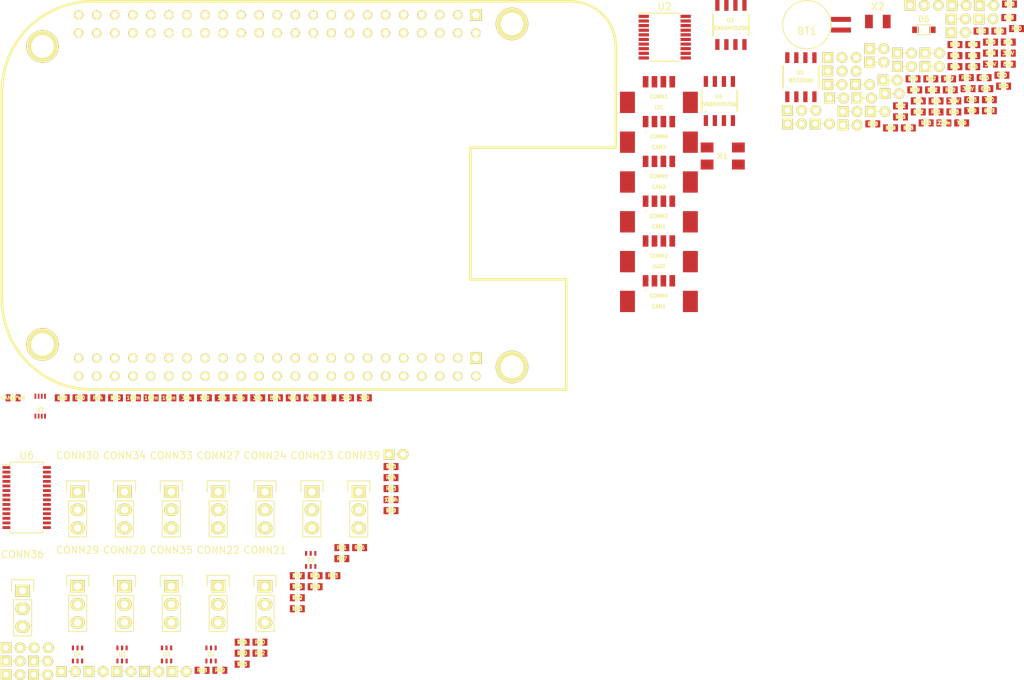
<source format=kicad_pcb>
(kicad_pcb (version 4) (host pcbnew 0.201602261446+6592~42~ubuntu14.04.1-product)

  (general
    (links 374)
    (no_connects 374)
    (area 0 0 0 0)
    (thickness 1.6)
    (drawings 0)
    (tracks 0)
    (zones 0)
    (modules 160)
    (nets 180)
  )

  (page A4)
  (layers
    (0 F.Cu signal)
    (31 B.Cu signal)
    (32 B.Adhes user)
    (33 F.Adhes user)
    (34 B.Paste user)
    (35 F.Paste user)
    (36 B.SilkS user)
    (37 F.SilkS user)
    (38 B.Mask user)
    (39 F.Mask user)
    (40 Dwgs.User user)
    (41 Cmts.User user)
    (42 Eco1.User user)
    (43 Eco2.User user)
    (44 Edge.Cuts user)
    (45 Margin user)
    (46 B.CrtYd user)
    (47 F.CrtYd user)
    (48 B.Fab user)
    (49 F.Fab user)
  )

  (setup
    (last_trace_width 0.25)
    (trace_clearance 0.2)
    (zone_clearance 0.508)
    (zone_45_only no)
    (trace_min 0.2)
    (segment_width 0.2)
    (edge_width 0.15)
    (via_size 0.6)
    (via_drill 0.4)
    (via_min_size 0.4)
    (via_min_drill 0.3)
    (uvia_size 0.3)
    (uvia_drill 0.1)
    (uvias_allowed no)
    (uvia_min_size 0.2)
    (uvia_min_drill 0.1)
    (pcb_text_width 0.3)
    (pcb_text_size 1.5 1.5)
    (mod_edge_width 0.15)
    (mod_text_size 1 1)
    (mod_text_width 0.15)
    (pad_size 1.524 1.524)
    (pad_drill 0.762)
    (pad_to_mask_clearance 0.2)
    (aux_axis_origin 0 0)
    (visible_elements FFFFFF7F)
    (pcbplotparams
      (layerselection 0x00030_ffffffff)
      (usegerberextensions false)
      (excludeedgelayer true)
      (linewidth 0.100000)
      (plotframeref false)
      (viasonmask false)
      (mode 1)
      (useauxorigin false)
      (hpglpennumber 1)
      (hpglpenspeed 20)
      (hpglpendiameter 15)
      (psnegative false)
      (psa4output false)
      (plotreference true)
      (plotvalue true)
      (plotinvisibletext false)
      (padsonsilk false)
      (subtractmaskfromsilk false)
      (outputformat 1)
      (mirror false)
      (drillshape 1)
      (scaleselection 1)
      (outputdirectory ""))
  )

  (net 0 "")
  (net 1 "Net-(BT1-Pad1)")
  (net 2 GND)
  (net 3 "Net-(C1-Pad1)")
  (net 4 +3V3)
  (net 5 "Net-(C3-Pad1)")
  (net 6 +5V)
  (net 7 /V_CAN_BUS_SENSE)
  (net 8 /ADC_IN_1)
  (net 9 /ADC_IN_2)
  (net 10 /ADC_IN_3)
  (net 11 /ADC_IN_4)
  (net 12 /ADC_IN_5)
  (net 13 /ADC_IN_6)
  (net 14 "Net-(C15-Pad1)")
  (net 15 "Net-(C16-Pad1)")
  (net 16 /I2C2_SDA)
  (net 17 /I2C2_SCL)
  (net 18 "Net-(CONN2-Pad4)")
  (net 19 "Net-(CONN2-Pad3)")
  (net 20 "Net-(CONN3-Pad4)")
  (net 21 "Net-(CONN3-Pad3)")
  (net 22 /V_CAN_BUS)
  (net 23 "Net-(CONN5-Pad4)")
  (net 24 "Net-(CONN5-Pad3)")
  (net 25 "Net-(CONN7-Pad1)")
  (net 26 "Net-(CONN8-Pad1)")
  (net 27 "Net-(CONN9-Pad1)")
  (net 28 "Net-(CONN10-Pad1)")
  (net 29 "Net-(CONN11-Pad1)")
  (net 30 "Net-(CONN12-Pad1)")
  (net 31 "Net-(CONN13-Pad2)")
  (net 32 "Net-(CONN14-Pad2)")
  (net 33 "Net-(CONN15-Pad2)")
  (net 34 "Net-(CONN16-Pad2)")
  (net 35 "Net-(CONN17-Pad1)")
  (net 36 "Net-(CONN17-Pad2)")
  (net 37 "Net-(CONN18-Pad1)")
  (net 38 "Net-(CONN18-Pad2)")
  (net 39 "Net-(CONN19-Pad1)")
  (net 40 "Net-(CONN19-Pad2)")
  (net 41 "Net-(CONN20-Pad1)")
  (net 42 "Net-(CONN20-Pad2)")
  (net 43 /Actuators/PWM_0)
  (net 44 /Actuators/POWER)
  (net 45 /Actuators/PWM_1)
  (net 46 /Actuators/PWM_2)
  (net 47 /Actuators/PWM_3)
  (net 48 "Net-(CONN25-Pad1)")
  (net 49 "Net-(CONN25-Pad2)")
  (net 50 "Net-(CONN26-Pad1)")
  (net 51 "Net-(CONN26-Pad2)")
  (net 52 /Actuators/PWM_4)
  (net 53 /Actuators/PWM_5)
  (net 54 /Actuators/PWM_6)
  (net 55 /Actuators/PWM_7)
  (net 56 "Net-(CONN31-Pad1)")
  (net 57 "Net-(CONN31-Pad2)")
  (net 58 "Net-(CONN32-Pad1)")
  (net 59 "Net-(CONN32-Pad2)")
  (net 60 /Actuators/PWM_8)
  (net 61 /Actuators/PWM_9)
  (net 62 /Actuators/PWM_10)
  (net 63 /Actuators/PWM_11)
  (net 64 "Net-(CONN37-Pad1)")
  (net 65 "Net-(CONN37-Pad2)")
  (net 66 "Net-(CONN38-Pad1)")
  (net 67 "Net-(CONN38-Pad2)")
  (net 68 /Actuators/PWM_12)
  (net 69 /Actuators/RGB_LED_R)
  (net 70 /Actuators/RGB_LED_G)
  (net 71 /Actuators/RGB_LED_B)
  (net 72 "Net-(D1-Pad2)")
  (net 73 "Net-(D1-Pad1)")
  (net 74 /D_IN_17)
  (net 75 /D_IN_18)
  (net 76 /D_IN_19)
  (net 77 /D_IN_20)
  (net 78 "Net-(D6-Pad1)")
  (net 79 "Net-(Q1-Pad2)")
  (net 80 "Net-(Q1-Pad5)")
  (net 81 "Net-(Q1-Pad6)")
  (net 82 "Net-(Q2-Pad2)")
  (net 83 "Net-(Q2-Pad5)")
  (net 84 "Net-(Q3-Pad2)")
  (net 85 "Net-(Q3-Pad5)")
  (net 86 "Net-(Q4-Pad2)")
  (net 87 "Net-(Q4-Pad5)")
  (net 88 "Net-(Q5-Pad2)")
  (net 89 "Net-(Q5-Pad5)")
  (net 90 /UART4_TX)
  (net 91 /UART4_RX)
  (net 92 "Net-(R6-Pad1)")
  (net 93 /D_IN_1)
  (net 94 /D_IN_2)
  (net 95 /D_IN_3)
  (net 96 /D_IN_4)
  (net 97 /D_IN_5)
  (net 98 /D_IN_6)
  (net 99 /D_IN_7)
  (net 100 /D_IN_8)
  (net 101 /D_IN_9)
  (net 102 /D_IN_10)
  (net 103 /D_IN_11)
  (net 104 /D_IN_12)
  (net 105 /D_IN_13)
  (net 106 /D_IN_14)
  (net 107 /D_IN_15)
  (net 108 /D_IN_16)
  (net 109 /D_OUT_1)
  (net 110 /D_OUT_2)
  (net 111 /PWMGEN_OE)
  (net 112 /D_OUT_3)
  (net 113 /D_OUT_4)
  (net 114 /D_OUT_5)
  (net 115 /D_OUT_6)
  (net 116 /D_OUT_7)
  (net 117 /D_OUT_8)
  (net 118 /D_OUT_9)
  (net 119 /D_OUT_10)
  (net 120 "Net-(U1-PadC7)")
  (net 121 "Net-(U1-PadC8)")
  (net 122 "Net-(U1-PadC9)")
  (net 123 "Net-(U1-PadC10)")
  (net 124 "Net-(U1-PadC12)")
  (net 125 "Net-(U1-PadC14)")
  (net 126 "Net-(U1-PadC15)")
  (net 127 "Net-(U1-PadC16)")
  (net 128 "Net-(U1-PadC17)")
  (net 129 "Net-(U1-PadC18)")
  (net 130 "Net-(U1-PadC21)")
  (net 131 "Net-(U1-PadC22)")
  (net 132 "Net-(U1-PadC23)")
  (net 133 /CAN1_RX)
  (net 134 /CAN1_TX)
  (net 135 /SPI_CAN_INT)
  (net 136 /SPI_CAN_CS)
  (net 137 /SPI_CAN_MOSI)
  (net 138 /SPI_CAN_MISO)
  (net 139 /SPI_CAN_SCK)
  (net 140 "Net-(U1-PadC32)")
  (net 141 "Net-(U1-PadC41)")
  (net 142 "Net-(U1-PadC42)")
  (net 143 /CAN2_SILENT)
  (net 144 /CAN1_SILENT)
  (net 145 "Net-(U1-PadB35)")
  (net 146 "Net-(U1-PadB36)")
  (net 147 "Net-(U1-PadB37)")
  (net 148 "Net-(U1-PadB38)")
  (net 149 "Net-(U1-PadB39)")
  (net 150 "Net-(U1-PadB40)")
  (net 151 "Net-(U1-PadB41)")
  (net 152 "Net-(U1-PadB42)")
  (net 153 "Net-(U1-PadB43)")
  (net 154 "Net-(U1-PadB44)")
  (net 155 "Net-(U1-PadB45)")
  (net 156 "Net-(U1-PadB46)")
  (net 157 "Net-(U1-PadA1)")
  (net 158 "Net-(U1-PadA2)")
  (net 159 "Net-(U1-PadA3)")
  (net 160 "Net-(U1-PadA4)")
  (net 161 "Net-(U1-PadA5)")
  (net 162 "Net-(U1-PadA6)")
  (net 163 "Net-(U1-PadA7)")
  (net 164 "Net-(U1-PadA8)")
  (net 165 "Net-(U1-PadA9)")
  (net 166 "Net-(U1-PadA10)")
  (net 167 "Net-(U2-Pad1)")
  (net 168 "Net-(U2-Pad2)")
  (net 169 "Net-(U2-Pad3)")
  (net 170 "Net-(U2-Pad4)")
  (net 171 "Net-(U2-Pad5)")
  (net 172 "Net-(U2-Pad6)")
  (net 173 "Net-(U2-Pad7)")
  (net 174 "Net-(U2-Pad11)")
  (net 175 "Net-(U2-Pad12)")
  (net 176 "Net-(U2-Pad15)")
  (net 177 "Net-(U5-Pad7)")
  (net 178 "Net-(U7-Pad4)")
  (net 179 "Net-(U7-Pad6)")

  (net_class Default "This is the default net class."
    (clearance 0.2)
    (trace_width 0.25)
    (via_dia 0.6)
    (via_drill 0.4)
    (uvia_dia 0.3)
    (uvia_drill 0.1)
    (add_net +3V3)
    (add_net +5V)
    (add_net /ADC_IN_1)
    (add_net /ADC_IN_2)
    (add_net /ADC_IN_3)
    (add_net /ADC_IN_4)
    (add_net /ADC_IN_5)
    (add_net /ADC_IN_6)
    (add_net /Actuators/POWER)
    (add_net /Actuators/PWM_0)
    (add_net /Actuators/PWM_1)
    (add_net /Actuators/PWM_10)
    (add_net /Actuators/PWM_11)
    (add_net /Actuators/PWM_12)
    (add_net /Actuators/PWM_2)
    (add_net /Actuators/PWM_3)
    (add_net /Actuators/PWM_4)
    (add_net /Actuators/PWM_5)
    (add_net /Actuators/PWM_6)
    (add_net /Actuators/PWM_7)
    (add_net /Actuators/PWM_8)
    (add_net /Actuators/PWM_9)
    (add_net /Actuators/RGB_LED_B)
    (add_net /Actuators/RGB_LED_G)
    (add_net /Actuators/RGB_LED_R)
    (add_net /CAN1_RX)
    (add_net /CAN1_SILENT)
    (add_net /CAN1_TX)
    (add_net /CAN2_SILENT)
    (add_net /D_IN_1)
    (add_net /D_IN_10)
    (add_net /D_IN_11)
    (add_net /D_IN_12)
    (add_net /D_IN_13)
    (add_net /D_IN_14)
    (add_net /D_IN_15)
    (add_net /D_IN_16)
    (add_net /D_IN_17)
    (add_net /D_IN_18)
    (add_net /D_IN_19)
    (add_net /D_IN_2)
    (add_net /D_IN_20)
    (add_net /D_IN_3)
    (add_net /D_IN_4)
    (add_net /D_IN_5)
    (add_net /D_IN_6)
    (add_net /D_IN_7)
    (add_net /D_IN_8)
    (add_net /D_IN_9)
    (add_net /D_OUT_1)
    (add_net /D_OUT_10)
    (add_net /D_OUT_2)
    (add_net /D_OUT_3)
    (add_net /D_OUT_4)
    (add_net /D_OUT_5)
    (add_net /D_OUT_6)
    (add_net /D_OUT_7)
    (add_net /D_OUT_8)
    (add_net /D_OUT_9)
    (add_net /I2C2_SCL)
    (add_net /I2C2_SDA)
    (add_net /PWMGEN_OE)
    (add_net /SPI_CAN_CS)
    (add_net /SPI_CAN_INT)
    (add_net /SPI_CAN_MISO)
    (add_net /SPI_CAN_MOSI)
    (add_net /SPI_CAN_SCK)
    (add_net /UART4_RX)
    (add_net /UART4_TX)
    (add_net /V_CAN_BUS)
    (add_net /V_CAN_BUS_SENSE)
    (add_net GND)
    (add_net "Net-(BT1-Pad1)")
    (add_net "Net-(C1-Pad1)")
    (add_net "Net-(C15-Pad1)")
    (add_net "Net-(C16-Pad1)")
    (add_net "Net-(C3-Pad1)")
    (add_net "Net-(CONN10-Pad1)")
    (add_net "Net-(CONN11-Pad1)")
    (add_net "Net-(CONN12-Pad1)")
    (add_net "Net-(CONN13-Pad2)")
    (add_net "Net-(CONN14-Pad2)")
    (add_net "Net-(CONN15-Pad2)")
    (add_net "Net-(CONN16-Pad2)")
    (add_net "Net-(CONN17-Pad1)")
    (add_net "Net-(CONN17-Pad2)")
    (add_net "Net-(CONN18-Pad1)")
    (add_net "Net-(CONN18-Pad2)")
    (add_net "Net-(CONN19-Pad1)")
    (add_net "Net-(CONN19-Pad2)")
    (add_net "Net-(CONN2-Pad3)")
    (add_net "Net-(CONN2-Pad4)")
    (add_net "Net-(CONN20-Pad1)")
    (add_net "Net-(CONN20-Pad2)")
    (add_net "Net-(CONN25-Pad1)")
    (add_net "Net-(CONN25-Pad2)")
    (add_net "Net-(CONN26-Pad1)")
    (add_net "Net-(CONN26-Pad2)")
    (add_net "Net-(CONN3-Pad3)")
    (add_net "Net-(CONN3-Pad4)")
    (add_net "Net-(CONN31-Pad1)")
    (add_net "Net-(CONN31-Pad2)")
    (add_net "Net-(CONN32-Pad1)")
    (add_net "Net-(CONN32-Pad2)")
    (add_net "Net-(CONN37-Pad1)")
    (add_net "Net-(CONN37-Pad2)")
    (add_net "Net-(CONN38-Pad1)")
    (add_net "Net-(CONN38-Pad2)")
    (add_net "Net-(CONN5-Pad3)")
    (add_net "Net-(CONN5-Pad4)")
    (add_net "Net-(CONN7-Pad1)")
    (add_net "Net-(CONN8-Pad1)")
    (add_net "Net-(CONN9-Pad1)")
    (add_net "Net-(D1-Pad1)")
    (add_net "Net-(D1-Pad2)")
    (add_net "Net-(D6-Pad1)")
    (add_net "Net-(Q1-Pad2)")
    (add_net "Net-(Q1-Pad5)")
    (add_net "Net-(Q1-Pad6)")
    (add_net "Net-(Q2-Pad2)")
    (add_net "Net-(Q2-Pad5)")
    (add_net "Net-(Q3-Pad2)")
    (add_net "Net-(Q3-Pad5)")
    (add_net "Net-(Q4-Pad2)")
    (add_net "Net-(Q4-Pad5)")
    (add_net "Net-(Q5-Pad2)")
    (add_net "Net-(Q5-Pad5)")
    (add_net "Net-(R6-Pad1)")
    (add_net "Net-(U1-PadA1)")
    (add_net "Net-(U1-PadA10)")
    (add_net "Net-(U1-PadA2)")
    (add_net "Net-(U1-PadA3)")
    (add_net "Net-(U1-PadA4)")
    (add_net "Net-(U1-PadA5)")
    (add_net "Net-(U1-PadA6)")
    (add_net "Net-(U1-PadA7)")
    (add_net "Net-(U1-PadA8)")
    (add_net "Net-(U1-PadA9)")
    (add_net "Net-(U1-PadB35)")
    (add_net "Net-(U1-PadB36)")
    (add_net "Net-(U1-PadB37)")
    (add_net "Net-(U1-PadB38)")
    (add_net "Net-(U1-PadB39)")
    (add_net "Net-(U1-PadB40)")
    (add_net "Net-(U1-PadB41)")
    (add_net "Net-(U1-PadB42)")
    (add_net "Net-(U1-PadB43)")
    (add_net "Net-(U1-PadB44)")
    (add_net "Net-(U1-PadB45)")
    (add_net "Net-(U1-PadB46)")
    (add_net "Net-(U1-PadC10)")
    (add_net "Net-(U1-PadC12)")
    (add_net "Net-(U1-PadC14)")
    (add_net "Net-(U1-PadC15)")
    (add_net "Net-(U1-PadC16)")
    (add_net "Net-(U1-PadC17)")
    (add_net "Net-(U1-PadC18)")
    (add_net "Net-(U1-PadC21)")
    (add_net "Net-(U1-PadC22)")
    (add_net "Net-(U1-PadC23)")
    (add_net "Net-(U1-PadC32)")
    (add_net "Net-(U1-PadC41)")
    (add_net "Net-(U1-PadC42)")
    (add_net "Net-(U1-PadC7)")
    (add_net "Net-(U1-PadC8)")
    (add_net "Net-(U1-PadC9)")
    (add_net "Net-(U2-Pad1)")
    (add_net "Net-(U2-Pad11)")
    (add_net "Net-(U2-Pad12)")
    (add_net "Net-(U2-Pad15)")
    (add_net "Net-(U2-Pad2)")
    (add_net "Net-(U2-Pad3)")
    (add_net "Net-(U2-Pad4)")
    (add_net "Net-(U2-Pad5)")
    (add_net "Net-(U2-Pad6)")
    (add_net "Net-(U2-Pad7)")
    (add_net "Net-(U5-Pad7)")
    (add_net "Net-(U7-Pad4)")
    (add_net "Net-(U7-Pad6)")
  )

  (module _div:Battery_ML621 (layer F.Cu) (tedit 56D1C5C0) (tstamp 56D1F794)
    (at 196.577563 62.419312)
    (path /569FF03E/56B503FF)
    (fp_text reference BT1 (at 0 0.9) (layer F.SilkS)
      (effects (font (size 1 1) (thickness 0.15)))
    )
    (fp_text value ML621 (at 0 -1) (layer F.Fab)
      (effects (font (size 1 1) (thickness 0.15)))
    )
    (fp_circle (center 0 0) (end 3.4 0) (layer F.SilkS) (width 0.15))
    (pad 1 smd rect (at 4.8 -0.75) (size 2.8 0.7) (layers F.Cu F.Paste F.Mask)
      (net 1 "Net-(BT1-Pad1)"))
    (pad 2 smd rect (at 4.8 0.75) (size 2.8 0.7) (layers F.Cu F.Paste F.Mask)
      (net 2 GND))
  )

  (module _std:_0603 (layer F.Cu) (tedit 52FFB20E) (tstamp 56D1F79A)
    (at 116.832562 114.909312)
    (path /56AFB538)
    (fp_text reference C1 (at 0 0) (layer F.SilkS)
      (effects (font (size 0.5 0.5) (thickness 0.125)))
    )
    (fp_text value 30p (at 0 0) (layer F.SilkS)
      (effects (font (size 0.5 0.5) (thickness 0.125)))
    )
    (fp_line (start 0.1 0.5) (end -0.1 0.5) (layer F.SilkS) (width 0.15))
    (fp_line (start 0.1 -0.5) (end -0.1 -0.5) (layer F.SilkS) (width 0.15))
    (pad 2 smd rect (at 0.7 0) (size 0.7 1) (layers F.Cu F.Paste F.Mask)
      (net 2 GND))
    (pad 1 smd rect (at -0.7 0) (size 0.7 1) (layers F.Cu F.Paste F.Mask)
      (net 3 "Net-(C1-Pad1)"))
  )

  (module _std:_0603 (layer F.Cu) (tedit 52FFB20E) (tstamp 56D1F7A0)
    (at 101.832562 114.909312)
    (path /56AFF2DE)
    (fp_text reference C2 (at 0 0) (layer F.SilkS)
      (effects (font (size 0.5 0.5) (thickness 0.125)))
    )
    (fp_text value 100n (at 0 0) (layer F.SilkS)
      (effects (font (size 0.5 0.5) (thickness 0.125)))
    )
    (fp_line (start 0.1 0.5) (end -0.1 0.5) (layer F.SilkS) (width 0.15))
    (fp_line (start 0.1 -0.5) (end -0.1 -0.5) (layer F.SilkS) (width 0.15))
    (pad 2 smd rect (at 0.7 0) (size 0.7 1) (layers F.Cu F.Paste F.Mask)
      (net 2 GND))
    (pad 1 smd rect (at -0.7 0) (size 0.7 1) (layers F.Cu F.Paste F.Mask)
      (net 4 +3V3))
  )

  (module _std:_0603 (layer F.Cu) (tedit 52FFB20E) (tstamp 56D1F7A6)
    (at 119.332562 114.909312)
    (path /56AFAD28)
    (fp_text reference C3 (at 0 0) (layer F.SilkS)
      (effects (font (size 0.5 0.5) (thickness 0.125)))
    )
    (fp_text value 30p (at 0 0) (layer F.SilkS)
      (effects (font (size 0.5 0.5) (thickness 0.125)))
    )
    (fp_line (start 0.1 0.5) (end -0.1 0.5) (layer F.SilkS) (width 0.15))
    (fp_line (start 0.1 -0.5) (end -0.1 -0.5) (layer F.SilkS) (width 0.15))
    (pad 2 smd rect (at 0.7 0) (size 0.7 1) (layers F.Cu F.Paste F.Mask)
      (net 2 GND))
    (pad 1 smd rect (at -0.7 0) (size 0.7 1) (layers F.Cu F.Paste F.Mask)
      (net 5 "Net-(C3-Pad1)"))
  )

  (module _std:_0603 (layer F.Cu) (tedit 52FFB20E) (tstamp 56D1F7AC)
    (at 104.332562 114.909312)
    (path /566E19C5)
    (fp_text reference C4 (at 0 0) (layer F.SilkS)
      (effects (font (size 0.5 0.5) (thickness 0.125)))
    )
    (fp_text value 100n (at 0 0) (layer F.SilkS)
      (effects (font (size 0.5 0.5) (thickness 0.125)))
    )
    (fp_line (start 0.1 0.5) (end -0.1 0.5) (layer F.SilkS) (width 0.15))
    (fp_line (start 0.1 -0.5) (end -0.1 -0.5) (layer F.SilkS) (width 0.15))
    (pad 2 smd rect (at 0.7 0) (size 0.7 1) (layers F.Cu F.Paste F.Mask)
      (net 2 GND))
    (pad 1 smd rect (at -0.7 0) (size 0.7 1) (layers F.Cu F.Paste F.Mask)
      (net 6 +5V))
  )

  (module _std:_0603 (layer F.Cu) (tedit 52FFB20E) (tstamp 56D1F7B2)
    (at 106.832562 114.909312)
    (path /56B019EC)
    (fp_text reference C5 (at 0 0) (layer F.SilkS)
      (effects (font (size 0.5 0.5) (thickness 0.125)))
    )
    (fp_text value 100n (at 0 0) (layer F.SilkS)
      (effects (font (size 0.5 0.5) (thickness 0.125)))
    )
    (fp_line (start 0.1 0.5) (end -0.1 0.5) (layer F.SilkS) (width 0.15))
    (fp_line (start 0.1 -0.5) (end -0.1 -0.5) (layer F.SilkS) (width 0.15))
    (pad 2 smd rect (at 0.7 0) (size 0.7 1) (layers F.Cu F.Paste F.Mask)
      (net 2 GND))
    (pad 1 smd rect (at -0.7 0) (size 0.7 1) (layers F.Cu F.Paste F.Mask)
      (net 6 +5V))
  )

  (module _std:_0603 (layer F.Cu) (tedit 52FFB20E) (tstamp 56D1F7B8)
    (at 109.332562 114.909312)
    (path /56C17A9A)
    (fp_text reference C6 (at 0 0) (layer F.SilkS)
      (effects (font (size 0.5 0.5) (thickness 0.125)))
    )
    (fp_text value 33n (at 0 0) (layer F.SilkS)
      (effects (font (size 0.5 0.5) (thickness 0.125)))
    )
    (fp_line (start 0.1 0.5) (end -0.1 0.5) (layer F.SilkS) (width 0.15))
    (fp_line (start 0.1 -0.5) (end -0.1 -0.5) (layer F.SilkS) (width 0.15))
    (pad 2 smd rect (at 0.7 0) (size 0.7 1) (layers F.Cu F.Paste F.Mask)
      (net 2 GND))
    (pad 1 smd rect (at -0.7 0) (size 0.7 1) (layers F.Cu F.Paste F.Mask)
      (net 7 /V_CAN_BUS_SENSE))
  )

  (module _std:_0603 (layer F.Cu) (tedit 52FFB20E) (tstamp 56D1F7BE)
    (at 222.252562 72.969312)
    (path /569FF03E/56BA62D4)
    (fp_text reference C7 (at 0 0) (layer F.SilkS)
      (effects (font (size 0.5 0.5) (thickness 0.125)))
    )
    (fp_text value TBD (at 0 0) (layer F.SilkS)
      (effects (font (size 0.5 0.5) (thickness 0.125)))
    )
    (fp_line (start 0.1 0.5) (end -0.1 0.5) (layer F.SilkS) (width 0.15))
    (fp_line (start 0.1 -0.5) (end -0.1 -0.5) (layer F.SilkS) (width 0.15))
    (pad 2 smd rect (at 0.7 0) (size 0.7 1) (layers F.Cu F.Paste F.Mask)
      (net 2 GND))
    (pad 1 smd rect (at -0.7 0) (size 0.7 1) (layers F.Cu F.Paste F.Mask)
      (net 8 /ADC_IN_1))
  )

  (module _std:_0603 (layer F.Cu) (tedit 52FFB20E) (tstamp 56D1F7C4)
    (at 218.352562 76.239312)
    (path /569FF03E/56BA6BAB)
    (fp_text reference C8 (at 0 0) (layer F.SilkS)
      (effects (font (size 0.5 0.5) (thickness 0.125)))
    )
    (fp_text value TBD (at 0 0) (layer F.SilkS)
      (effects (font (size 0.5 0.5) (thickness 0.125)))
    )
    (fp_line (start 0.1 0.5) (end -0.1 0.5) (layer F.SilkS) (width 0.15))
    (fp_line (start 0.1 -0.5) (end -0.1 -0.5) (layer F.SilkS) (width 0.15))
    (pad 2 smd rect (at 0.7 0) (size 0.7 1) (layers F.Cu F.Paste F.Mask)
      (net 2 GND))
    (pad 1 smd rect (at -0.7 0) (size 0.7 1) (layers F.Cu F.Paste F.Mask)
      (net 9 /ADC_IN_2))
  )

  (module _std:_0603 (layer F.Cu) (tedit 52FFB20E) (tstamp 56D1F7CA)
    (at 219.752562 74.519312)
    (path /569FF03E/56BA7954)
    (fp_text reference C9 (at 0 0) (layer F.SilkS)
      (effects (font (size 0.5 0.5) (thickness 0.125)))
    )
    (fp_text value TBD (at 0 0) (layer F.SilkS)
      (effects (font (size 0.5 0.5) (thickness 0.125)))
    )
    (fp_line (start 0.1 0.5) (end -0.1 0.5) (layer F.SilkS) (width 0.15))
    (fp_line (start 0.1 -0.5) (end -0.1 -0.5) (layer F.SilkS) (width 0.15))
    (pad 2 smd rect (at 0.7 0) (size 0.7 1) (layers F.Cu F.Paste F.Mask)
      (net 2 GND))
    (pad 1 smd rect (at -0.7 0) (size 0.7 1) (layers F.Cu F.Paste F.Mask)
      (net 10 /ADC_IN_3))
  )

  (module _std:_0603 (layer F.Cu) (tedit 52FFB20E) (tstamp 56D1F7D0)
    (at 224.012562 69.519312)
    (path /569FF03E/56BA75B5)
    (fp_text reference C10 (at 0 0) (layer F.SilkS)
      (effects (font (size 0.5 0.5) (thickness 0.125)))
    )
    (fp_text value TBD (at 0 0) (layer F.SilkS)
      (effects (font (size 0.5 0.5) (thickness 0.125)))
    )
    (fp_line (start 0.1 0.5) (end -0.1 0.5) (layer F.SilkS) (width 0.15))
    (fp_line (start 0.1 -0.5) (end -0.1 -0.5) (layer F.SilkS) (width 0.15))
    (pad 2 smd rect (at 0.7 0) (size 0.7 1) (layers F.Cu F.Paste F.Mask)
      (net 2 GND))
    (pad 1 smd rect (at -0.7 0) (size 0.7 1) (layers F.Cu F.Paste F.Mask)
      (net 11 /ADC_IN_4))
  )

  (module _std:_0603 (layer F.Cu) (tedit 52FFB20E) (tstamp 56D1F7D6)
    (at 221.752562 71.419312)
    (path /569FF03E/56BA8173)
    (fp_text reference C11 (at 0 0) (layer F.SilkS)
      (effects (font (size 0.5 0.5) (thickness 0.125)))
    )
    (fp_text value TBD (at 0 0) (layer F.SilkS)
      (effects (font (size 0.5 0.5) (thickness 0.125)))
    )
    (fp_line (start 0.1 0.5) (end -0.1 0.5) (layer F.SilkS) (width 0.15))
    (fp_line (start 0.1 -0.5) (end -0.1 -0.5) (layer F.SilkS) (width 0.15))
    (pad 2 smd rect (at 0.7 0) (size 0.7 1) (layers F.Cu F.Paste F.Mask)
      (net 2 GND))
    (pad 1 smd rect (at -0.7 0) (size 0.7 1) (layers F.Cu F.Paste F.Mask)
      (net 12 /ADC_IN_5))
  )

  (module _std:_0603 (layer F.Cu) (tedit 52FFB20E) (tstamp 56D1F7DC)
    (at 224.912562 67.969312)
    (path /569FF03E/56BA7E3F)
    (fp_text reference C12 (at 0 0) (layer F.SilkS)
      (effects (font (size 0.5 0.5) (thickness 0.125)))
    )
    (fp_text value 33n (at 0 0) (layer F.SilkS)
      (effects (font (size 0.5 0.5) (thickness 0.125)))
    )
    (fp_line (start 0.1 0.5) (end -0.1 0.5) (layer F.SilkS) (width 0.15))
    (fp_line (start 0.1 -0.5) (end -0.1 -0.5) (layer F.SilkS) (width 0.15))
    (pad 2 smd rect (at 0.7 0) (size 0.7 1) (layers F.Cu F.Paste F.Mask)
      (net 2 GND))
    (pad 1 smd rect (at -0.7 0) (size 0.7 1) (layers F.Cu F.Paste F.Mask)
      (net 13 /ADC_IN_6))
  )

  (module _std:_0603 (layer F.Cu) (tedit 52FFB20E) (tstamp 56D1F7E2)
    (at 219.752562 72.969312)
    (path /569FF03E/56B4FFB0)
    (fp_text reference C13 (at 0 0) (layer F.SilkS)
      (effects (font (size 0.5 0.5) (thickness 0.125)))
    )
    (fp_text value 1u (at 0 0) (layer F.SilkS)
      (effects (font (size 0.5 0.5) (thickness 0.125)))
    )
    (fp_line (start 0.1 0.5) (end -0.1 0.5) (layer F.SilkS) (width 0.15))
    (fp_line (start 0.1 -0.5) (end -0.1 -0.5) (layer F.SilkS) (width 0.15))
    (pad 2 smd rect (at 0.7 0) (size 0.7 1) (layers F.Cu F.Paste F.Mask)
      (net 2 GND))
    (pad 1 smd rect (at -0.7 0) (size 0.7 1) (layers F.Cu F.Paste F.Mask)
      (net 4 +3V3))
  )

  (module _std:_0603 (layer F.Cu) (tedit 52FFB20E) (tstamp 56D1F7E8)
    (at 215.852562 76.239312)
    (path /569FF03E/56B4FEC7)
    (fp_text reference C14 (at 0 0) (layer F.SilkS)
      (effects (font (size 0.5 0.5) (thickness 0.125)))
    )
    (fp_text value 220n (at 0 0) (layer F.SilkS)
      (effects (font (size 0.5 0.5) (thickness 0.125)))
    )
    (fp_line (start 0.1 0.5) (end -0.1 0.5) (layer F.SilkS) (width 0.15))
    (fp_line (start 0.1 -0.5) (end -0.1 -0.5) (layer F.SilkS) (width 0.15))
    (pad 2 smd rect (at 0.7 0) (size 0.7 1) (layers F.Cu F.Paste F.Mask)
      (net 2 GND))
    (pad 1 smd rect (at -0.7 0) (size 0.7 1) (layers F.Cu F.Paste F.Mask)
      (net 1 "Net-(BT1-Pad1)"))
  )

  (module _std:_0603 (layer F.Cu) (tedit 52FFB20E) (tstamp 56D1F7EE)
    (at 219.912562 68.319312)
    (path /569FF03E/56B4F39B)
    (fp_text reference C15 (at 0 0) (layer F.SilkS)
      (effects (font (size 0.5 0.5) (thickness 0.125)))
    )
    (fp_text value 10p (at 0 0) (layer F.SilkS)
      (effects (font (size 0.5 0.5) (thickness 0.125)))
    )
    (fp_line (start 0.1 0.5) (end -0.1 0.5) (layer F.SilkS) (width 0.15))
    (fp_line (start 0.1 -0.5) (end -0.1 -0.5) (layer F.SilkS) (width 0.15))
    (pad 2 smd rect (at 0.7 0) (size 0.7 1) (layers F.Cu F.Paste F.Mask)
      (net 2 GND))
    (pad 1 smd rect (at -0.7 0) (size 0.7 1) (layers F.Cu F.Paste F.Mask)
      (net 14 "Net-(C15-Pad1)"))
  )

  (module _std:_0603 (layer F.Cu) (tedit 52FFB20E) (tstamp 56D1F7F4)
    (at 221.512562 69.869312)
    (path /569FF03E/56B4F45D)
    (fp_text reference C16 (at 0 0) (layer F.SilkS)
      (effects (font (size 0.5 0.5) (thickness 0.125)))
    )
    (fp_text value 10p (at 0 0) (layer F.SilkS)
      (effects (font (size 0.5 0.5) (thickness 0.125)))
    )
    (fp_line (start 0.1 0.5) (end -0.1 0.5) (layer F.SilkS) (width 0.15))
    (fp_line (start 0.1 -0.5) (end -0.1 -0.5) (layer F.SilkS) (width 0.15))
    (pad 2 smd rect (at 0.7 0) (size 0.7 1) (layers F.Cu F.Paste F.Mask)
      (net 2 GND))
    (pad 1 smd rect (at -0.7 0) (size 0.7 1) (layers F.Cu F.Paste F.Mask)
      (net 15 "Net-(C16-Pad1)"))
  )

  (module _std:_0603 (layer F.Cu) (tedit 52FFB20E) (tstamp 56D1F7FA)
    (at 138.082562 129.229312)
    (path /566E12B6/566DF8D7)
    (fp_text reference C17 (at 0 0) (layer F.SilkS)
      (effects (font (size 0.5 0.5) (thickness 0.125)))
    )
    (fp_text value 100n (at 0 0) (layer F.SilkS)
      (effects (font (size 0.5 0.5) (thickness 0.125)))
    )
    (fp_line (start 0.1 0.5) (end -0.1 0.5) (layer F.SilkS) (width 0.15))
    (fp_line (start 0.1 -0.5) (end -0.1 -0.5) (layer F.SilkS) (width 0.15))
    (pad 2 smd rect (at 0.7 0) (size 0.7 1) (layers F.Cu F.Paste F.Mask)
      (net 2 GND))
    (pad 1 smd rect (at -0.7 0) (size 0.7 1) (layers F.Cu F.Paste F.Mask)
      (net 4 +3V3))
  )

  (module _std:_0603 (layer F.Cu) (tedit 52FFB20E) (tstamp 56D1F800)
    (at 91.832562 114.909312)
    (path /56C9ACCC)
    (fp_text reference C18 (at 0 0) (layer F.SilkS)
      (effects (font (size 0.5 0.5) (thickness 0.125)))
    )
    (fp_text value 10u (at 0 0) (layer F.SilkS)
      (effects (font (size 0.5 0.5) (thickness 0.125)))
    )
    (fp_line (start 0.1 0.5) (end -0.1 0.5) (layer F.SilkS) (width 0.15))
    (fp_line (start 0.1 -0.5) (end -0.1 -0.5) (layer F.SilkS) (width 0.15))
    (pad 2 smd rect (at 0.7 0) (size 0.7 1) (layers F.Cu F.Paste F.Mask)
      (net 6 +5V))
    (pad 1 smd rect (at -0.7 0) (size 0.7 1) (layers F.Cu F.Paste F.Mask)
      (net 2 GND))
  )

  (module _connectors:_Molex-PicoBlade-SMD-4 (layer F.Cu) (tedit 530D06C3) (tstamp 56D1F80A)
    (at 175.767562 73.344311)
    (path /56B9260C)
    (fp_text reference CONN1 (at 0 -0.8) (layer F.SilkS)
      (effects (font (size 0.5 0.5) (thickness 0.125)))
    )
    (fp_text value I2C (at 0 0.7) (layer F.SilkS)
      (effects (font (size 0.5 0.5) (thickness 0.125)))
    )
    (fp_line (start -1.875 -1.5) (end -1.875 -1.51) (layer F.SilkS) (width 0.25))
    (pad 4 smd rect (at 1.875 -2.9) (size 0.8 1.6) (layers F.Cu F.Paste F.Mask)
      (net 16 /I2C2_SDA))
    (pad 3 smd rect (at 0.625 -2.9) (size 0.8 1.6) (layers F.Cu F.Paste F.Mask)
      (net 17 /I2C2_SCL))
    (pad 2 smd rect (at -0.625 -2.9) (size 0.8 1.6) (layers F.Cu F.Paste F.Mask)
      (net 2 GND))
    (pad 1 smd rect (at -1.875 -2.9) (size 0.8 1.6) (layers F.Cu F.Paste F.Mask)
      (net 4 +3V3))
    (pad MECH smd rect (at -4.425 0) (size 2.1 3) (layers F.Cu F.Paste F.Mask)
      (net 2 GND))
    (pad MECH smd rect (at 4.425 0) (size 2.1 3) (layers F.Cu F.Paste F.Mask)
      (net 2 GND))
  )

  (module _connectors:_Molex-PicoBlade-SMD-4 (layer F.Cu) (tedit 530D06C3) (tstamp 56D1F814)
    (at 175.767562 95.744311)
    (path /56B95F86)
    (fp_text reference CONN2 (at 0 -0.8) (layer F.SilkS)
      (effects (font (size 0.5 0.5) (thickness 0.125)))
    )
    (fp_text value UART (at 0 0.7) (layer F.SilkS)
      (effects (font (size 0.5 0.5) (thickness 0.125)))
    )
    (fp_line (start -1.875 -1.5) (end -1.875 -1.51) (layer F.SilkS) (width 0.25))
    (pad 4 smd rect (at 1.875 -2.9) (size 0.8 1.6) (layers F.Cu F.Paste F.Mask)
      (net 18 "Net-(CONN2-Pad4)"))
    (pad 3 smd rect (at 0.625 -2.9) (size 0.8 1.6) (layers F.Cu F.Paste F.Mask)
      (net 19 "Net-(CONN2-Pad3)"))
    (pad 2 smd rect (at -0.625 -2.9) (size 0.8 1.6) (layers F.Cu F.Paste F.Mask)
      (net 2 GND))
    (pad 1 smd rect (at -1.875 -2.9) (size 0.8 1.6) (layers F.Cu F.Paste F.Mask)
      (net 4 +3V3))
    (pad MECH smd rect (at -4.425 0) (size 2.1 3) (layers F.Cu F.Paste F.Mask)
      (net 2 GND))
    (pad MECH smd rect (at 4.425 0) (size 2.1 3) (layers F.Cu F.Paste F.Mask)
      (net 2 GND))
  )

  (module _connectors:_Molex-PicoBlade-SMD-4 (layer F.Cu) (tedit 530D06C3) (tstamp 56D1F81E)
    (at 175.767562 90.144311)
    (path /563108A2)
    (fp_text reference CONN3 (at 0 -0.8) (layer F.SilkS)
      (effects (font (size 0.5 0.5) (thickness 0.125)))
    )
    (fp_text value CAN1 (at 0 0.7) (layer F.SilkS)
      (effects (font (size 0.5 0.5) (thickness 0.125)))
    )
    (fp_line (start -1.875 -1.5) (end -1.875 -1.51) (layer F.SilkS) (width 0.25))
    (pad 4 smd rect (at 1.875 -2.9) (size 0.8 1.6) (layers F.Cu F.Paste F.Mask)
      (net 20 "Net-(CONN3-Pad4)"))
    (pad 3 smd rect (at 0.625 -2.9) (size 0.8 1.6) (layers F.Cu F.Paste F.Mask)
      (net 21 "Net-(CONN3-Pad3)"))
    (pad 2 smd rect (at -0.625 -2.9) (size 0.8 1.6) (layers F.Cu F.Paste F.Mask)
      (net 2 GND))
    (pad 1 smd rect (at -1.875 -2.9) (size 0.8 1.6) (layers F.Cu F.Paste F.Mask)
      (net 22 /V_CAN_BUS))
    (pad MECH smd rect (at -4.425 0) (size 2.1 3) (layers F.Cu F.Paste F.Mask)
      (net 2 GND))
    (pad MECH smd rect (at 4.425 0) (size 2.1 3) (layers F.Cu F.Paste F.Mask)
      (net 2 GND))
  )

  (module _connectors:_Molex-PicoBlade-SMD-4 (layer F.Cu) (tedit 530D06C3) (tstamp 56D1F828)
    (at 175.767562 101.344311)
    (path /56310B1F)
    (fp_text reference CONN4 (at 0 -0.8) (layer F.SilkS)
      (effects (font (size 0.5 0.5) (thickness 0.125)))
    )
    (fp_text value CAN1 (at 0 0.7) (layer F.SilkS)
      (effects (font (size 0.5 0.5) (thickness 0.125)))
    )
    (fp_line (start -1.875 -1.5) (end -1.875 -1.51) (layer F.SilkS) (width 0.25))
    (pad 4 smd rect (at 1.875 -2.9) (size 0.8 1.6) (layers F.Cu F.Paste F.Mask)
      (net 20 "Net-(CONN3-Pad4)"))
    (pad 3 smd rect (at 0.625 -2.9) (size 0.8 1.6) (layers F.Cu F.Paste F.Mask)
      (net 21 "Net-(CONN3-Pad3)"))
    (pad 2 smd rect (at -0.625 -2.9) (size 0.8 1.6) (layers F.Cu F.Paste F.Mask)
      (net 2 GND))
    (pad 1 smd rect (at -1.875 -2.9) (size 0.8 1.6) (layers F.Cu F.Paste F.Mask)
      (net 22 /V_CAN_BUS))
    (pad MECH smd rect (at -4.425 0) (size 2.1 3) (layers F.Cu F.Paste F.Mask)
      (net 2 GND))
    (pad MECH smd rect (at 4.425 0) (size 2.1 3) (layers F.Cu F.Paste F.Mask)
      (net 2 GND))
  )

  (module _connectors:_Molex-PicoBlade-SMD-4 (layer F.Cu) (tedit 530D06C3) (tstamp 56D1F832)
    (at 175.767562 84.544311)
    (path /56AF7F19)
    (fp_text reference CONN5 (at 0 -0.8) (layer F.SilkS)
      (effects (font (size 0.5 0.5) (thickness 0.125)))
    )
    (fp_text value CAN2 (at 0 0.7) (layer F.SilkS)
      (effects (font (size 0.5 0.5) (thickness 0.125)))
    )
    (fp_line (start -1.875 -1.5) (end -1.875 -1.51) (layer F.SilkS) (width 0.25))
    (pad 4 smd rect (at 1.875 -2.9) (size 0.8 1.6) (layers F.Cu F.Paste F.Mask)
      (net 23 "Net-(CONN5-Pad4)"))
    (pad 3 smd rect (at 0.625 -2.9) (size 0.8 1.6) (layers F.Cu F.Paste F.Mask)
      (net 24 "Net-(CONN5-Pad3)"))
    (pad 2 smd rect (at -0.625 -2.9) (size 0.8 1.6) (layers F.Cu F.Paste F.Mask)
      (net 2 GND))
    (pad 1 smd rect (at -1.875 -2.9) (size 0.8 1.6) (layers F.Cu F.Paste F.Mask)
      (net 22 /V_CAN_BUS))
    (pad MECH smd rect (at -4.425 0) (size 2.1 3) (layers F.Cu F.Paste F.Mask)
      (net 2 GND))
    (pad MECH smd rect (at 4.425 0) (size 2.1 3) (layers F.Cu F.Paste F.Mask)
      (net 2 GND))
  )

  (module _connectors:_Molex-PicoBlade-SMD-4 (layer F.Cu) (tedit 530D06C3) (tstamp 56D1F83C)
    (at 175.767562 78.944311)
    (path /56AF7F1F)
    (fp_text reference CONN6 (at 0 -0.8) (layer F.SilkS)
      (effects (font (size 0.5 0.5) (thickness 0.125)))
    )
    (fp_text value CAN2 (at 0 0.7) (layer F.SilkS)
      (effects (font (size 0.5 0.5) (thickness 0.125)))
    )
    (fp_line (start -1.875 -1.5) (end -1.875 -1.51) (layer F.SilkS) (width 0.25))
    (pad 4 smd rect (at 1.875 -2.9) (size 0.8 1.6) (layers F.Cu F.Paste F.Mask)
      (net 23 "Net-(CONN5-Pad4)"))
    (pad 3 smd rect (at 0.625 -2.9) (size 0.8 1.6) (layers F.Cu F.Paste F.Mask)
      (net 24 "Net-(CONN5-Pad3)"))
    (pad 2 smd rect (at -0.625 -2.9) (size 0.8 1.6) (layers F.Cu F.Paste F.Mask)
      (net 2 GND))
    (pad 1 smd rect (at -1.875 -2.9) (size 0.8 1.6) (layers F.Cu F.Paste F.Mask)
      (net 22 /V_CAN_BUS))
    (pad MECH smd rect (at -4.425 0) (size 2.1 3) (layers F.Cu F.Paste F.Mask)
      (net 2 GND))
    (pad MECH smd rect (at 4.425 0) (size 2.1 3) (layers F.Cu F.Paste F.Mask)
      (net 2 GND))
  )

  (module _connectors:_Pin2mm_2 (layer F.Cu) (tedit 531E284D) (tstamp 56D1F842)
    (at 217.882562 63.494311)
    (path /569FF03E/56C1BA19)
    (fp_text reference CONN7 (at 0 0) (layer F.SilkS)
      (effects (font (size 0.127 0.127) (thickness 0.03175)))
    )
    (fp_text value ADC_2PIN (at 0 0) (layer F.SilkS)
      (effects (font (size 0.127 0.127) (thickness 0.03175)))
    )
    (pad 1 thru_hole rect (at -1 0) (size 1.5 1.5) (drill 0.8) (layers *.Cu *.Mask F.SilkS)
      (net 25 "Net-(CONN7-Pad1)"))
    (pad 2 thru_hole circle (at 1 0) (size 1.5 1.5) (drill 0.8) (layers *.Cu *.Mask F.SilkS)
      (net 2 GND))
  )

  (module _connectors:_Pin2mm_2 (layer F.Cu) (tedit 531E284D) (tstamp 56D1F848)
    (at 206.552562 74.644311)
    (path /569FF03E/56C1C458)
    (fp_text reference CONN8 (at 0 0) (layer F.SilkS)
      (effects (font (size 0.127 0.127) (thickness 0.03175)))
    )
    (fp_text value ADC_2PIN (at 0 0) (layer F.SilkS)
      (effects (font (size 0.127 0.127) (thickness 0.03175)))
    )
    (pad 1 thru_hole rect (at -1 0) (size 1.5 1.5) (drill 0.8) (layers *.Cu *.Mask F.SilkS)
      (net 26 "Net-(CONN8-Pad1)"))
    (pad 2 thru_hole circle (at 1 0) (size 1.5 1.5) (drill 0.8) (layers *.Cu *.Mask F.SilkS)
      (net 2 GND))
  )

  (module _connectors:_Pin2mm_2 (layer F.Cu) (tedit 531E284D) (tstamp 56D1F84E)
    (at 200.752562 72.744311)
    (path /569FF03E/56C1C695)
    (fp_text reference CONN9 (at 0 0) (layer F.SilkS)
      (effects (font (size 0.127 0.127) (thickness 0.03175)))
    )
    (fp_text value ADC_2PIN (at 0 0) (layer F.SilkS)
      (effects (font (size 0.127 0.127) (thickness 0.03175)))
    )
    (pad 1 thru_hole rect (at -1 0) (size 1.5 1.5) (drill 0.8) (layers *.Cu *.Mask F.SilkS)
      (net 27 "Net-(CONN9-Pad1)"))
    (pad 2 thru_hole circle (at 1 0) (size 1.5 1.5) (drill 0.8) (layers *.Cu *.Mask F.SilkS)
      (net 2 GND))
  )

  (module _connectors:_Pin2mm_2 (layer F.Cu) (tedit 531E284D) (tstamp 56D1F854)
    (at 206.412562 65.794311)
    (path /569FF03E/56C1C7AB)
    (fp_text reference CONN10 (at 0 0) (layer F.SilkS)
      (effects (font (size 0.127 0.127) (thickness 0.03175)))
    )
    (fp_text value ADC_2PIN (at 0 0) (layer F.SilkS)
      (effects (font (size 0.127 0.127) (thickness 0.03175)))
    )
    (pad 1 thru_hole rect (at -1 0) (size 1.5 1.5) (drill 0.8) (layers *.Cu *.Mask F.SilkS)
      (net 28 "Net-(CONN10-Pad1)"))
    (pad 2 thru_hole circle (at 1 0) (size 1.5 1.5) (drill 0.8) (layers *.Cu *.Mask F.SilkS)
      (net 2 GND))
  )

  (module _connectors:_Pin2mm_2 (layer F.Cu) (tedit 531E284D) (tstamp 56D1F85A)
    (at 194.852562 76.364311)
    (path /569FF03E/56C1C9E2)
    (fp_text reference CONN11 (at 0 0) (layer F.SilkS)
      (effects (font (size 0.127 0.127) (thickness 0.03175)))
    )
    (fp_text value ADC_2PIN (at 0 0) (layer F.SilkS)
      (effects (font (size 0.127 0.127) (thickness 0.03175)))
    )
    (pad 1 thru_hole rect (at -1 0) (size 1.5 1.5) (drill 0.8) (layers *.Cu *.Mask F.SilkS)
      (net 29 "Net-(CONN11-Pad1)"))
    (pad 2 thru_hole circle (at 1 0) (size 1.5 1.5) (drill 0.8) (layers *.Cu *.Mask F.SilkS)
      (net 2 GND))
  )

  (module _connectors:_Pin2mm_2 (layer F.Cu) (tedit 531E284D) (tstamp 56D1F860)
    (at 198.752562 76.364311)
    (path /569FF03E/56C1C8C0)
    (fp_text reference CONN12 (at 0 0) (layer F.SilkS)
      (effects (font (size 0.127 0.127) (thickness 0.03175)))
    )
    (fp_text value ADC_2PIN (at 0 0) (layer F.SilkS)
      (effects (font (size 0.127 0.127) (thickness 0.03175)))
    )
    (pad 1 thru_hole rect (at -1 0) (size 1.5 1.5) (drill 0.8) (layers *.Cu *.Mask F.SilkS)
      (net 30 "Net-(CONN12-Pad1)"))
    (pad 2 thru_hole circle (at 1 0) (size 1.5 1.5) (drill 0.8) (layers *.Cu *.Mask F.SilkS)
      (net 2 GND))
  )

  (module _connectors:_Pin2mm_3 (layer F.Cu) (tedit 531E2867) (tstamp 56D1F867)
    (at 213.082562 59.694311)
    (path /569FF03E/56B9767F)
    (fp_text reference CONN13 (at 0 0) (layer F.SilkS)
      (effects (font (size 0.127 0.127) (thickness 0.03175)))
    )
    (fp_text value GPI (at 0 0) (layer F.SilkS)
      (effects (font (size 0.127 0.127) (thickness 0.03175)))
    )
    (pad 3 thru_hole circle (at 2 0) (size 1.5 1.5) (drill 0.8) (layers *.Cu *.Mask F.SilkS)
      (net 2 GND))
    (pad 1 thru_hole rect (at -2 0) (size 1.5 1.5) (drill 0.8) (layers *.Cu *.Mask F.SilkS)
      (net 4 +3V3))
    (pad 2 thru_hole circle (at 0 0) (size 1.5 1.5) (drill 0.8) (layers *.Cu *.Mask F.SilkS)
      (net 31 "Net-(CONN13-Pad2)"))
  )

  (module _connectors:_Pin2mm_3 (layer F.Cu) (tedit 531E2867) (tstamp 56D1F86E)
    (at 201.512562 68.944311)
    (path /569FF03E/56B976AE)
    (fp_text reference CONN14 (at 0 0) (layer F.SilkS)
      (effects (font (size 0.127 0.127) (thickness 0.03175)))
    )
    (fp_text value GPI (at 0 0) (layer F.SilkS)
      (effects (font (size 0.127 0.127) (thickness 0.03175)))
    )
    (pad 3 thru_hole circle (at 2 0) (size 1.5 1.5) (drill 0.8) (layers *.Cu *.Mask F.SilkS)
      (net 2 GND))
    (pad 1 thru_hole rect (at -2 0) (size 1.5 1.5) (drill 0.8) (layers *.Cu *.Mask F.SilkS)
      (net 4 +3V3))
    (pad 2 thru_hole circle (at 0 0) (size 1.5 1.5) (drill 0.8) (layers *.Cu *.Mask F.SilkS)
      (net 32 "Net-(CONN14-Pad2)"))
  )

  (module _connectors:_Pin2mm_3 (layer F.Cu) (tedit 531E2867) (tstamp 56D1F875)
    (at 201.512562 67.044311)
    (path /569FF03E/56C14580)
    (fp_text reference CONN15 (at 0 0) (layer F.SilkS)
      (effects (font (size 0.127 0.127) (thickness 0.03175)))
    )
    (fp_text value GPI (at 0 0) (layer F.SilkS)
      (effects (font (size 0.127 0.127) (thickness 0.03175)))
    )
    (pad 3 thru_hole circle (at 2 0) (size 1.5 1.5) (drill 0.8) (layers *.Cu *.Mask F.SilkS)
      (net 2 GND))
    (pad 1 thru_hole rect (at -2 0) (size 1.5 1.5) (drill 0.8) (layers *.Cu *.Mask F.SilkS)
      (net 4 +3V3))
    (pad 2 thru_hole circle (at 0 0) (size 1.5 1.5) (drill 0.8) (layers *.Cu *.Mask F.SilkS)
      (net 33 "Net-(CONN15-Pad2)"))
  )

  (module _connectors:_Pin2mm_3 (layer F.Cu) (tedit 531E2867) (tstamp 56D1F87C)
    (at 195.852562 74.464311)
    (path /569FF03E/56C145AF)
    (fp_text reference CONN16 (at 0 0) (layer F.SilkS)
      (effects (font (size 0.127 0.127) (thickness 0.03175)))
    )
    (fp_text value GPI (at 0 0) (layer F.SilkS)
      (effects (font (size 0.127 0.127) (thickness 0.03175)))
    )
    (pad 3 thru_hole circle (at 2 0) (size 1.5 1.5) (drill 0.8) (layers *.Cu *.Mask F.SilkS)
      (net 2 GND))
    (pad 1 thru_hole rect (at -2 0) (size 1.5 1.5) (drill 0.8) (layers *.Cu *.Mask F.SilkS)
      (net 4 +3V3))
    (pad 2 thru_hole circle (at 0 0) (size 1.5 1.5) (drill 0.8) (layers *.Cu *.Mask F.SilkS)
      (net 34 "Net-(CONN16-Pad2)"))
  )

  (module _connectors:_Pin2mm_2 (layer F.Cu) (tedit 531E284D) (tstamp 56D1F882)
    (at 138.782562 122.854311)
    (path /566E12B6/56BE770E)
    (fp_text reference CONN17 (at 0 0) (layer F.SilkS)
      (effects (font (size 0.127 0.127) (thickness 0.03175)))
    )
    (fp_text value LOAD (at 0 0) (layer F.SilkS)
      (effects (font (size 0.127 0.127) (thickness 0.03175)))
    )
    (pad 1 thru_hole rect (at -1 0) (size 1.5 1.5) (drill 0.8) (layers *.Cu *.Mask F.SilkS)
      (net 35 "Net-(CONN17-Pad1)"))
    (pad 2 thru_hole circle (at 1 0) (size 1.5 1.5) (drill 0.8) (layers *.Cu *.Mask F.SilkS)
      (net 36 "Net-(CONN17-Pad2)"))
  )

  (module _connectors:_Pin2mm_2 (layer F.Cu) (tedit 531E284D) (tstamp 56D1F888)
    (at 108.302562 153.404311)
    (path /566E12B6/56BE859D)
    (fp_text reference CONN18 (at 0 0) (layer F.SilkS)
      (effects (font (size 0.127 0.127) (thickness 0.03175)))
    )
    (fp_text value LOAD (at 0 0) (layer F.SilkS)
      (effects (font (size 0.127 0.127) (thickness 0.03175)))
    )
    (pad 1 thru_hole rect (at -1 0) (size 1.5 1.5) (drill 0.8) (layers *.Cu *.Mask F.SilkS)
      (net 37 "Net-(CONN18-Pad1)"))
    (pad 2 thru_hole circle (at 1 0) (size 1.5 1.5) (drill 0.8) (layers *.Cu *.Mask F.SilkS)
      (net 38 "Net-(CONN18-Pad2)"))
  )

  (module _connectors:_Pin2mm_2 (layer F.Cu) (tedit 531E284D) (tstamp 56D1F88E)
    (at 100.502562 153.404311)
    (path /566E12B6/56BE9D2D)
    (fp_text reference CONN19 (at 0 0) (layer F.SilkS)
      (effects (font (size 0.127 0.127) (thickness 0.03175)))
    )
    (fp_text value LOAD (at 0 0) (layer F.SilkS)
      (effects (font (size 0.127 0.127) (thickness 0.03175)))
    )
    (pad 1 thru_hole rect (at -1 0) (size 1.5 1.5) (drill 0.8) (layers *.Cu *.Mask F.SilkS)
      (net 39 "Net-(CONN19-Pad1)"))
    (pad 2 thru_hole circle (at 1 0) (size 1.5 1.5) (drill 0.8) (layers *.Cu *.Mask F.SilkS)
      (net 40 "Net-(CONN19-Pad2)"))
  )

  (module _connectors:_Pin2mm_2 (layer F.Cu) (tedit 531E284D) (tstamp 56D1F894)
    (at 96.602562 153.404311)
    (path /566E12B6/56BE9E09)
    (fp_text reference CONN20 (at 0 0) (layer F.SilkS)
      (effects (font (size 0.127 0.127) (thickness 0.03175)))
    )
    (fp_text value LOAD (at 0 0) (layer F.SilkS)
      (effects (font (size 0.127 0.127) (thickness 0.03175)))
    )
    (pad 1 thru_hole rect (at -1 0) (size 1.5 1.5) (drill 0.8) (layers *.Cu *.Mask F.SilkS)
      (net 41 "Net-(CONN20-Pad1)"))
    (pad 2 thru_hole circle (at 1 0) (size 1.5 1.5) (drill 0.8) (layers *.Cu *.Mask F.SilkS)
      (net 42 "Net-(CONN20-Pad2)"))
  )

  (module Pin_Headers:Pin_Header_Straight_1x03 (layer F.Cu) (tedit 0) (tstamp 56D1F89B)
    (at 120.361371 141.429311)
    (descr "Through hole pin header")
    (tags "pin header")
    (path /566E12B6/566E1C8F)
    (fp_text reference CONN21 (at 0 -5.1) (layer F.SilkS)
      (effects (font (size 1 1) (thickness 0.15)))
    )
    (fp_text value SERVO (at 0 -3.1) (layer F.Fab)
      (effects (font (size 1 1) (thickness 0.15)))
    )
    (fp_line (start -1.75 -1.75) (end -1.75 6.85) (layer F.CrtYd) (width 0.05))
    (fp_line (start 1.75 -1.75) (end 1.75 6.85) (layer F.CrtYd) (width 0.05))
    (fp_line (start -1.75 -1.75) (end 1.75 -1.75) (layer F.CrtYd) (width 0.05))
    (fp_line (start -1.75 6.85) (end 1.75 6.85) (layer F.CrtYd) (width 0.05))
    (fp_line (start -1.27 1.27) (end -1.27 6.35) (layer F.SilkS) (width 0.15))
    (fp_line (start -1.27 6.35) (end 1.27 6.35) (layer F.SilkS) (width 0.15))
    (fp_line (start 1.27 6.35) (end 1.27 1.27) (layer F.SilkS) (width 0.15))
    (fp_line (start 1.55 -1.55) (end 1.55 0) (layer F.SilkS) (width 0.15))
    (fp_line (start 1.27 1.27) (end -1.27 1.27) (layer F.SilkS) (width 0.15))
    (fp_line (start -1.55 0) (end -1.55 -1.55) (layer F.SilkS) (width 0.15))
    (fp_line (start -1.55 -1.55) (end 1.55 -1.55) (layer F.SilkS) (width 0.15))
    (pad 1 thru_hole rect (at 0 0) (size 2.032 1.7272) (drill 1.016) (layers *.Cu *.Mask F.SilkS)
      (net 43 /Actuators/PWM_0))
    (pad 2 thru_hole oval (at 0 2.54) (size 2.032 1.7272) (drill 1.016) (layers *.Cu *.Mask F.SilkS)
      (net 44 /Actuators/POWER))
    (pad 3 thru_hole oval (at 0 5.08) (size 2.032 1.7272) (drill 1.016) (layers *.Cu *.Mask F.SilkS)
      (net 2 GND))
    (model Pin_Headers.3dshapes/Pin_Header_Straight_1x03.wrl
      (at (xyz 0 -0.1 0))
      (scale (xyz 1 1 1))
      (rotate (xyz 0 0 90))
    )
  )

  (module Pin_Headers:Pin_Header_Straight_1x03 (layer F.Cu) (tedit 0) (tstamp 56D1F8A2)
    (at 113.771371 141.429311)
    (descr "Through hole pin header")
    (tags "pin header")
    (path /566E12B6/566E1E94)
    (fp_text reference CONN22 (at 0 -5.1) (layer F.SilkS)
      (effects (font (size 1 1) (thickness 0.15)))
    )
    (fp_text value SERVO (at 0 -3.1) (layer F.Fab)
      (effects (font (size 1 1) (thickness 0.15)))
    )
    (fp_line (start -1.75 -1.75) (end -1.75 6.85) (layer F.CrtYd) (width 0.05))
    (fp_line (start 1.75 -1.75) (end 1.75 6.85) (layer F.CrtYd) (width 0.05))
    (fp_line (start -1.75 -1.75) (end 1.75 -1.75) (layer F.CrtYd) (width 0.05))
    (fp_line (start -1.75 6.85) (end 1.75 6.85) (layer F.CrtYd) (width 0.05))
    (fp_line (start -1.27 1.27) (end -1.27 6.35) (layer F.SilkS) (width 0.15))
    (fp_line (start -1.27 6.35) (end 1.27 6.35) (layer F.SilkS) (width 0.15))
    (fp_line (start 1.27 6.35) (end 1.27 1.27) (layer F.SilkS) (width 0.15))
    (fp_line (start 1.55 -1.55) (end 1.55 0) (layer F.SilkS) (width 0.15))
    (fp_line (start 1.27 1.27) (end -1.27 1.27) (layer F.SilkS) (width 0.15))
    (fp_line (start -1.55 0) (end -1.55 -1.55) (layer F.SilkS) (width 0.15))
    (fp_line (start -1.55 -1.55) (end 1.55 -1.55) (layer F.SilkS) (width 0.15))
    (pad 1 thru_hole rect (at 0 0) (size 2.032 1.7272) (drill 1.016) (layers *.Cu *.Mask F.SilkS)
      (net 45 /Actuators/PWM_1))
    (pad 2 thru_hole oval (at 0 2.54) (size 2.032 1.7272) (drill 1.016) (layers *.Cu *.Mask F.SilkS)
      (net 44 /Actuators/POWER))
    (pad 3 thru_hole oval (at 0 5.08) (size 2.032 1.7272) (drill 1.016) (layers *.Cu *.Mask F.SilkS)
      (net 2 GND))
    (model Pin_Headers.3dshapes/Pin_Header_Straight_1x03.wrl
      (at (xyz 0 -0.1 0))
      (scale (xyz 1 1 1))
      (rotate (xyz 0 0 90))
    )
  )

  (module Pin_Headers:Pin_Header_Straight_1x03 (layer F.Cu) (tedit 0) (tstamp 56D1F8A9)
    (at 126.951371 128.129311)
    (descr "Through hole pin header")
    (tags "pin header")
    (path /566E12B6/566E1E2A)
    (fp_text reference CONN23 (at 0 -5.1) (layer F.SilkS)
      (effects (font (size 1 1) (thickness 0.15)))
    )
    (fp_text value SERVO (at 0 -3.1) (layer F.Fab)
      (effects (font (size 1 1) (thickness 0.15)))
    )
    (fp_line (start -1.75 -1.75) (end -1.75 6.85) (layer F.CrtYd) (width 0.05))
    (fp_line (start 1.75 -1.75) (end 1.75 6.85) (layer F.CrtYd) (width 0.05))
    (fp_line (start -1.75 -1.75) (end 1.75 -1.75) (layer F.CrtYd) (width 0.05))
    (fp_line (start -1.75 6.85) (end 1.75 6.85) (layer F.CrtYd) (width 0.05))
    (fp_line (start -1.27 1.27) (end -1.27 6.35) (layer F.SilkS) (width 0.15))
    (fp_line (start -1.27 6.35) (end 1.27 6.35) (layer F.SilkS) (width 0.15))
    (fp_line (start 1.27 6.35) (end 1.27 1.27) (layer F.SilkS) (width 0.15))
    (fp_line (start 1.55 -1.55) (end 1.55 0) (layer F.SilkS) (width 0.15))
    (fp_line (start 1.27 1.27) (end -1.27 1.27) (layer F.SilkS) (width 0.15))
    (fp_line (start -1.55 0) (end -1.55 -1.55) (layer F.SilkS) (width 0.15))
    (fp_line (start -1.55 -1.55) (end 1.55 -1.55) (layer F.SilkS) (width 0.15))
    (pad 1 thru_hole rect (at 0 0) (size 2.032 1.7272) (drill 1.016) (layers *.Cu *.Mask F.SilkS)
      (net 46 /Actuators/PWM_2))
    (pad 2 thru_hole oval (at 0 2.54) (size 2.032 1.7272) (drill 1.016) (layers *.Cu *.Mask F.SilkS)
      (net 44 /Actuators/POWER))
    (pad 3 thru_hole oval (at 0 5.08) (size 2.032 1.7272) (drill 1.016) (layers *.Cu *.Mask F.SilkS)
      (net 2 GND))
    (model Pin_Headers.3dshapes/Pin_Header_Straight_1x03.wrl
      (at (xyz 0 -0.1 0))
      (scale (xyz 1 1 1))
      (rotate (xyz 0 0 90))
    )
  )

  (module Pin_Headers:Pin_Header_Straight_1x03 (layer F.Cu) (tedit 0) (tstamp 56D1F8B0)
    (at 120.361371 128.129311)
    (descr "Through hole pin header")
    (tags "pin header")
    (path /566E12B6/566E1EA3)
    (fp_text reference CONN24 (at 0 -5.1) (layer F.SilkS)
      (effects (font (size 1 1) (thickness 0.15)))
    )
    (fp_text value SERVO (at 0 -3.1) (layer F.Fab)
      (effects (font (size 1 1) (thickness 0.15)))
    )
    (fp_line (start -1.75 -1.75) (end -1.75 6.85) (layer F.CrtYd) (width 0.05))
    (fp_line (start 1.75 -1.75) (end 1.75 6.85) (layer F.CrtYd) (width 0.05))
    (fp_line (start -1.75 -1.75) (end 1.75 -1.75) (layer F.CrtYd) (width 0.05))
    (fp_line (start -1.75 6.85) (end 1.75 6.85) (layer F.CrtYd) (width 0.05))
    (fp_line (start -1.27 1.27) (end -1.27 6.35) (layer F.SilkS) (width 0.15))
    (fp_line (start -1.27 6.35) (end 1.27 6.35) (layer F.SilkS) (width 0.15))
    (fp_line (start 1.27 6.35) (end 1.27 1.27) (layer F.SilkS) (width 0.15))
    (fp_line (start 1.55 -1.55) (end 1.55 0) (layer F.SilkS) (width 0.15))
    (fp_line (start 1.27 1.27) (end -1.27 1.27) (layer F.SilkS) (width 0.15))
    (fp_line (start -1.55 0) (end -1.55 -1.55) (layer F.SilkS) (width 0.15))
    (fp_line (start -1.55 -1.55) (end 1.55 -1.55) (layer F.SilkS) (width 0.15))
    (pad 1 thru_hole rect (at 0 0) (size 2.032 1.7272) (drill 1.016) (layers *.Cu *.Mask F.SilkS)
      (net 47 /Actuators/PWM_3))
    (pad 2 thru_hole oval (at 0 2.54) (size 2.032 1.7272) (drill 1.016) (layers *.Cu *.Mask F.SilkS)
      (net 44 /Actuators/POWER))
    (pad 3 thru_hole oval (at 0 5.08) (size 2.032 1.7272) (drill 1.016) (layers *.Cu *.Mask F.SilkS)
      (net 2 GND))
    (model Pin_Headers.3dshapes/Pin_Header_Straight_1x03.wrl
      (at (xyz 0 -0.1 0))
      (scale (xyz 1 1 1))
      (rotate (xyz 0 0 90))
    )
  )

  (module _connectors:_Pin2mm_2 (layer F.Cu) (tedit 531E284D) (tstamp 56D1F8B6)
    (at 84.902562 153.854311)
    (path /566E12B6/56BEB29D)
    (fp_text reference CONN25 (at 0 0) (layer F.SilkS)
      (effects (font (size 0.127 0.127) (thickness 0.03175)))
    )
    (fp_text value LOAD (at 0 0) (layer F.SilkS)
      (effects (font (size 0.127 0.127) (thickness 0.03175)))
    )
    (pad 1 thru_hole rect (at -1 0) (size 1.5 1.5) (drill 0.8) (layers *.Cu *.Mask F.SilkS)
      (net 48 "Net-(CONN25-Pad1)"))
    (pad 2 thru_hole circle (at 1 0) (size 1.5 1.5) (drill 0.8) (layers *.Cu *.Mask F.SilkS)
      (net 49 "Net-(CONN25-Pad2)"))
  )

  (module _connectors:_Pin2mm_2 (layer F.Cu) (tedit 531E284D) (tstamp 56D1F8BC)
    (at 104.402562 153.404311)
    (path /566E12B6/56BEB015)
    (fp_text reference CONN26 (at 0 0) (layer F.SilkS)
      (effects (font (size 0.127 0.127) (thickness 0.03175)))
    )
    (fp_text value LOAD (at 0 0) (layer F.SilkS)
      (effects (font (size 0.127 0.127) (thickness 0.03175)))
    )
    (pad 1 thru_hole rect (at -1 0) (size 1.5 1.5) (drill 0.8) (layers *.Cu *.Mask F.SilkS)
      (net 50 "Net-(CONN26-Pad1)"))
    (pad 2 thru_hole circle (at 1 0) (size 1.5 1.5) (drill 0.8) (layers *.Cu *.Mask F.SilkS)
      (net 51 "Net-(CONN26-Pad2)"))
  )

  (module Pin_Headers:Pin_Header_Straight_1x03 (layer F.Cu) (tedit 0) (tstamp 56D1F8C3)
    (at 113.771371 128.129311)
    (descr "Through hole pin header")
    (tags "pin header")
    (path /566E12B6/566E215D)
    (fp_text reference CONN27 (at 0 -5.1) (layer F.SilkS)
      (effects (font (size 1 1) (thickness 0.15)))
    )
    (fp_text value SERVO (at 0 -3.1) (layer F.Fab)
      (effects (font (size 1 1) (thickness 0.15)))
    )
    (fp_line (start -1.75 -1.75) (end -1.75 6.85) (layer F.CrtYd) (width 0.05))
    (fp_line (start 1.75 -1.75) (end 1.75 6.85) (layer F.CrtYd) (width 0.05))
    (fp_line (start -1.75 -1.75) (end 1.75 -1.75) (layer F.CrtYd) (width 0.05))
    (fp_line (start -1.75 6.85) (end 1.75 6.85) (layer F.CrtYd) (width 0.05))
    (fp_line (start -1.27 1.27) (end -1.27 6.35) (layer F.SilkS) (width 0.15))
    (fp_line (start -1.27 6.35) (end 1.27 6.35) (layer F.SilkS) (width 0.15))
    (fp_line (start 1.27 6.35) (end 1.27 1.27) (layer F.SilkS) (width 0.15))
    (fp_line (start 1.55 -1.55) (end 1.55 0) (layer F.SilkS) (width 0.15))
    (fp_line (start 1.27 1.27) (end -1.27 1.27) (layer F.SilkS) (width 0.15))
    (fp_line (start -1.55 0) (end -1.55 -1.55) (layer F.SilkS) (width 0.15))
    (fp_line (start -1.55 -1.55) (end 1.55 -1.55) (layer F.SilkS) (width 0.15))
    (pad 1 thru_hole rect (at 0 0) (size 2.032 1.7272) (drill 1.016) (layers *.Cu *.Mask F.SilkS)
      (net 52 /Actuators/PWM_4))
    (pad 2 thru_hole oval (at 0 2.54) (size 2.032 1.7272) (drill 1.016) (layers *.Cu *.Mask F.SilkS)
      (net 44 /Actuators/POWER))
    (pad 3 thru_hole oval (at 0 5.08) (size 2.032 1.7272) (drill 1.016) (layers *.Cu *.Mask F.SilkS)
      (net 2 GND))
    (model Pin_Headers.3dshapes/Pin_Header_Straight_1x03.wrl
      (at (xyz 0 -0.1 0))
      (scale (xyz 1 1 1))
      (rotate (xyz 0 0 90))
    )
  )

  (module Pin_Headers:Pin_Header_Straight_1x03 (layer F.Cu) (tedit 0) (tstamp 56D1F8CA)
    (at 100.591371 141.429311)
    (descr "Through hole pin header")
    (tags "pin header")
    (path /566E12B6/566E217B)
    (fp_text reference CONN28 (at 0 -5.1) (layer F.SilkS)
      (effects (font (size 1 1) (thickness 0.15)))
    )
    (fp_text value SERVO (at 0 -3.1) (layer F.Fab)
      (effects (font (size 1 1) (thickness 0.15)))
    )
    (fp_line (start -1.75 -1.75) (end -1.75 6.85) (layer F.CrtYd) (width 0.05))
    (fp_line (start 1.75 -1.75) (end 1.75 6.85) (layer F.CrtYd) (width 0.05))
    (fp_line (start -1.75 -1.75) (end 1.75 -1.75) (layer F.CrtYd) (width 0.05))
    (fp_line (start -1.75 6.85) (end 1.75 6.85) (layer F.CrtYd) (width 0.05))
    (fp_line (start -1.27 1.27) (end -1.27 6.35) (layer F.SilkS) (width 0.15))
    (fp_line (start -1.27 6.35) (end 1.27 6.35) (layer F.SilkS) (width 0.15))
    (fp_line (start 1.27 6.35) (end 1.27 1.27) (layer F.SilkS) (width 0.15))
    (fp_line (start 1.55 -1.55) (end 1.55 0) (layer F.SilkS) (width 0.15))
    (fp_line (start 1.27 1.27) (end -1.27 1.27) (layer F.SilkS) (width 0.15))
    (fp_line (start -1.55 0) (end -1.55 -1.55) (layer F.SilkS) (width 0.15))
    (fp_line (start -1.55 -1.55) (end 1.55 -1.55) (layer F.SilkS) (width 0.15))
    (pad 1 thru_hole rect (at 0 0) (size 2.032 1.7272) (drill 1.016) (layers *.Cu *.Mask F.SilkS)
      (net 53 /Actuators/PWM_5))
    (pad 2 thru_hole oval (at 0 2.54) (size 2.032 1.7272) (drill 1.016) (layers *.Cu *.Mask F.SilkS)
      (net 44 /Actuators/POWER))
    (pad 3 thru_hole oval (at 0 5.08) (size 2.032 1.7272) (drill 1.016) (layers *.Cu *.Mask F.SilkS)
      (net 2 GND))
    (model Pin_Headers.3dshapes/Pin_Header_Straight_1x03.wrl
      (at (xyz 0 -0.1 0))
      (scale (xyz 1 1 1))
      (rotate (xyz 0 0 90))
    )
  )

  (module Pin_Headers:Pin_Header_Straight_1x03 (layer F.Cu) (tedit 0) (tstamp 56D1F8D1)
    (at 94.001371 141.429311)
    (descr "Through hole pin header")
    (tags "pin header")
    (path /566E12B6/566E216C)
    (fp_text reference CONN29 (at 0 -5.1) (layer F.SilkS)
      (effects (font (size 1 1) (thickness 0.15)))
    )
    (fp_text value SERVO (at 0 -3.1) (layer F.Fab)
      (effects (font (size 1 1) (thickness 0.15)))
    )
    (fp_line (start -1.75 -1.75) (end -1.75 6.85) (layer F.CrtYd) (width 0.05))
    (fp_line (start 1.75 -1.75) (end 1.75 6.85) (layer F.CrtYd) (width 0.05))
    (fp_line (start -1.75 -1.75) (end 1.75 -1.75) (layer F.CrtYd) (width 0.05))
    (fp_line (start -1.75 6.85) (end 1.75 6.85) (layer F.CrtYd) (width 0.05))
    (fp_line (start -1.27 1.27) (end -1.27 6.35) (layer F.SilkS) (width 0.15))
    (fp_line (start -1.27 6.35) (end 1.27 6.35) (layer F.SilkS) (width 0.15))
    (fp_line (start 1.27 6.35) (end 1.27 1.27) (layer F.SilkS) (width 0.15))
    (fp_line (start 1.55 -1.55) (end 1.55 0) (layer F.SilkS) (width 0.15))
    (fp_line (start 1.27 1.27) (end -1.27 1.27) (layer F.SilkS) (width 0.15))
    (fp_line (start -1.55 0) (end -1.55 -1.55) (layer F.SilkS) (width 0.15))
    (fp_line (start -1.55 -1.55) (end 1.55 -1.55) (layer F.SilkS) (width 0.15))
    (pad 1 thru_hole rect (at 0 0) (size 2.032 1.7272) (drill 1.016) (layers *.Cu *.Mask F.SilkS)
      (net 54 /Actuators/PWM_6))
    (pad 2 thru_hole oval (at 0 2.54) (size 2.032 1.7272) (drill 1.016) (layers *.Cu *.Mask F.SilkS)
      (net 44 /Actuators/POWER))
    (pad 3 thru_hole oval (at 0 5.08) (size 2.032 1.7272) (drill 1.016) (layers *.Cu *.Mask F.SilkS)
      (net 2 GND))
    (model Pin_Headers.3dshapes/Pin_Header_Straight_1x03.wrl
      (at (xyz 0 -0.1 0))
      (scale (xyz 1 1 1))
      (rotate (xyz 0 0 90))
    )
  )

  (module Pin_Headers:Pin_Header_Straight_1x03 (layer F.Cu) (tedit 0) (tstamp 56D1F8D8)
    (at 94.001371 128.129311)
    (descr "Through hole pin header")
    (tags "pin header")
    (path /566E12B6/566E218A)
    (fp_text reference CONN30 (at 0 -5.1) (layer F.SilkS)
      (effects (font (size 1 1) (thickness 0.15)))
    )
    (fp_text value SERVO (at 0 -3.1) (layer F.Fab)
      (effects (font (size 1 1) (thickness 0.15)))
    )
    (fp_line (start -1.75 -1.75) (end -1.75 6.85) (layer F.CrtYd) (width 0.05))
    (fp_line (start 1.75 -1.75) (end 1.75 6.85) (layer F.CrtYd) (width 0.05))
    (fp_line (start -1.75 -1.75) (end 1.75 -1.75) (layer F.CrtYd) (width 0.05))
    (fp_line (start -1.75 6.85) (end 1.75 6.85) (layer F.CrtYd) (width 0.05))
    (fp_line (start -1.27 1.27) (end -1.27 6.35) (layer F.SilkS) (width 0.15))
    (fp_line (start -1.27 6.35) (end 1.27 6.35) (layer F.SilkS) (width 0.15))
    (fp_line (start 1.27 6.35) (end 1.27 1.27) (layer F.SilkS) (width 0.15))
    (fp_line (start 1.55 -1.55) (end 1.55 0) (layer F.SilkS) (width 0.15))
    (fp_line (start 1.27 1.27) (end -1.27 1.27) (layer F.SilkS) (width 0.15))
    (fp_line (start -1.55 0) (end -1.55 -1.55) (layer F.SilkS) (width 0.15))
    (fp_line (start -1.55 -1.55) (end 1.55 -1.55) (layer F.SilkS) (width 0.15))
    (pad 1 thru_hole rect (at 0 0) (size 2.032 1.7272) (drill 1.016) (layers *.Cu *.Mask F.SilkS)
      (net 55 /Actuators/PWM_7))
    (pad 2 thru_hole oval (at 0 2.54) (size 2.032 1.7272) (drill 1.016) (layers *.Cu *.Mask F.SilkS)
      (net 44 /Actuators/POWER))
    (pad 3 thru_hole oval (at 0 5.08) (size 2.032 1.7272) (drill 1.016) (layers *.Cu *.Mask F.SilkS)
      (net 2 GND))
    (model Pin_Headers.3dshapes/Pin_Header_Straight_1x03.wrl
      (at (xyz 0 -0.1 0))
      (scale (xyz 1 1 1))
      (rotate (xyz 0 0 90))
    )
  )

  (module _connectors:_Pin2mm_2 (layer F.Cu) (tedit 531E284D) (tstamp 56D1F8DE)
    (at 92.702562 153.404311)
    (path /566E12B6/56BEB2B3)
    (fp_text reference CONN31 (at 0 0) (layer F.SilkS)
      (effects (font (size 0.127 0.127) (thickness 0.03175)))
    )
    (fp_text value LOAD (at 0 0) (layer F.SilkS)
      (effects (font (size 0.127 0.127) (thickness 0.03175)))
    )
    (pad 1 thru_hole rect (at -1 0) (size 1.5 1.5) (drill 0.8) (layers *.Cu *.Mask F.SilkS)
      (net 56 "Net-(CONN31-Pad1)"))
    (pad 2 thru_hole circle (at 1 0) (size 1.5 1.5) (drill 0.8) (layers *.Cu *.Mask F.SilkS)
      (net 57 "Net-(CONN31-Pad2)"))
  )

  (module _connectors:_Pin2mm_2 (layer F.Cu) (tedit 531E284D) (tstamp 56D1F8E4)
    (at 88.802562 153.854311)
    (path /566E12B6/56BEB02B)
    (fp_text reference CONN32 (at 0 0) (layer F.SilkS)
      (effects (font (size 0.127 0.127) (thickness 0.03175)))
    )
    (fp_text value LOAD (at 0 0) (layer F.SilkS)
      (effects (font (size 0.127 0.127) (thickness 0.03175)))
    )
    (pad 1 thru_hole rect (at -1 0) (size 1.5 1.5) (drill 0.8) (layers *.Cu *.Mask F.SilkS)
      (net 58 "Net-(CONN32-Pad1)"))
    (pad 2 thru_hole circle (at 1 0) (size 1.5 1.5) (drill 0.8) (layers *.Cu *.Mask F.SilkS)
      (net 59 "Net-(CONN32-Pad2)"))
  )

  (module Pin_Headers:Pin_Header_Straight_1x03 (layer F.Cu) (tedit 0) (tstamp 56D1F8EB)
    (at 107.181371 128.129311)
    (descr "Through hole pin header")
    (tags "pin header")
    (path /566E12B6/566E2649)
    (fp_text reference CONN33 (at 0 -5.1) (layer F.SilkS)
      (effects (font (size 1 1) (thickness 0.15)))
    )
    (fp_text value SERVO (at 0 -3.1) (layer F.Fab)
      (effects (font (size 1 1) (thickness 0.15)))
    )
    (fp_line (start -1.75 -1.75) (end -1.75 6.85) (layer F.CrtYd) (width 0.05))
    (fp_line (start 1.75 -1.75) (end 1.75 6.85) (layer F.CrtYd) (width 0.05))
    (fp_line (start -1.75 -1.75) (end 1.75 -1.75) (layer F.CrtYd) (width 0.05))
    (fp_line (start -1.75 6.85) (end 1.75 6.85) (layer F.CrtYd) (width 0.05))
    (fp_line (start -1.27 1.27) (end -1.27 6.35) (layer F.SilkS) (width 0.15))
    (fp_line (start -1.27 6.35) (end 1.27 6.35) (layer F.SilkS) (width 0.15))
    (fp_line (start 1.27 6.35) (end 1.27 1.27) (layer F.SilkS) (width 0.15))
    (fp_line (start 1.55 -1.55) (end 1.55 0) (layer F.SilkS) (width 0.15))
    (fp_line (start 1.27 1.27) (end -1.27 1.27) (layer F.SilkS) (width 0.15))
    (fp_line (start -1.55 0) (end -1.55 -1.55) (layer F.SilkS) (width 0.15))
    (fp_line (start -1.55 -1.55) (end 1.55 -1.55) (layer F.SilkS) (width 0.15))
    (pad 1 thru_hole rect (at 0 0) (size 2.032 1.7272) (drill 1.016) (layers *.Cu *.Mask F.SilkS)
      (net 60 /Actuators/PWM_8))
    (pad 2 thru_hole oval (at 0 2.54) (size 2.032 1.7272) (drill 1.016) (layers *.Cu *.Mask F.SilkS)
      (net 44 /Actuators/POWER))
    (pad 3 thru_hole oval (at 0 5.08) (size 2.032 1.7272) (drill 1.016) (layers *.Cu *.Mask F.SilkS)
      (net 2 GND))
    (model Pin_Headers.3dshapes/Pin_Header_Straight_1x03.wrl
      (at (xyz 0 -0.1 0))
      (scale (xyz 1 1 1))
      (rotate (xyz 0 0 90))
    )
  )

  (module Pin_Headers:Pin_Header_Straight_1x03 (layer F.Cu) (tedit 0) (tstamp 56D1F8F2)
    (at 100.591371 128.129311)
    (descr "Through hole pin header")
    (tags "pin header")
    (path /566E12B6/566E2667)
    (fp_text reference CONN34 (at 0 -5.1) (layer F.SilkS)
      (effects (font (size 1 1) (thickness 0.15)))
    )
    (fp_text value SERVO (at 0 -3.1) (layer F.Fab)
      (effects (font (size 1 1) (thickness 0.15)))
    )
    (fp_line (start -1.75 -1.75) (end -1.75 6.85) (layer F.CrtYd) (width 0.05))
    (fp_line (start 1.75 -1.75) (end 1.75 6.85) (layer F.CrtYd) (width 0.05))
    (fp_line (start -1.75 -1.75) (end 1.75 -1.75) (layer F.CrtYd) (width 0.05))
    (fp_line (start -1.75 6.85) (end 1.75 6.85) (layer F.CrtYd) (width 0.05))
    (fp_line (start -1.27 1.27) (end -1.27 6.35) (layer F.SilkS) (width 0.15))
    (fp_line (start -1.27 6.35) (end 1.27 6.35) (layer F.SilkS) (width 0.15))
    (fp_line (start 1.27 6.35) (end 1.27 1.27) (layer F.SilkS) (width 0.15))
    (fp_line (start 1.55 -1.55) (end 1.55 0) (layer F.SilkS) (width 0.15))
    (fp_line (start 1.27 1.27) (end -1.27 1.27) (layer F.SilkS) (width 0.15))
    (fp_line (start -1.55 0) (end -1.55 -1.55) (layer F.SilkS) (width 0.15))
    (fp_line (start -1.55 -1.55) (end 1.55 -1.55) (layer F.SilkS) (width 0.15))
    (pad 1 thru_hole rect (at 0 0) (size 2.032 1.7272) (drill 1.016) (layers *.Cu *.Mask F.SilkS)
      (net 61 /Actuators/PWM_9))
    (pad 2 thru_hole oval (at 0 2.54) (size 2.032 1.7272) (drill 1.016) (layers *.Cu *.Mask F.SilkS)
      (net 44 /Actuators/POWER))
    (pad 3 thru_hole oval (at 0 5.08) (size 2.032 1.7272) (drill 1.016) (layers *.Cu *.Mask F.SilkS)
      (net 2 GND))
    (model Pin_Headers.3dshapes/Pin_Header_Straight_1x03.wrl
      (at (xyz 0 -0.1 0))
      (scale (xyz 1 1 1))
      (rotate (xyz 0 0 90))
    )
  )

  (module Pin_Headers:Pin_Header_Straight_1x03 (layer F.Cu) (tedit 0) (tstamp 56D1F8F9)
    (at 107.181371 141.429311)
    (descr "Through hole pin header")
    (tags "pin header")
    (path /566E12B6/566E2658)
    (fp_text reference CONN35 (at 0 -5.1) (layer F.SilkS)
      (effects (font (size 1 1) (thickness 0.15)))
    )
    (fp_text value SERVO (at 0 -3.1) (layer F.Fab)
      (effects (font (size 1 1) (thickness 0.15)))
    )
    (fp_line (start -1.75 -1.75) (end -1.75 6.85) (layer F.CrtYd) (width 0.05))
    (fp_line (start 1.75 -1.75) (end 1.75 6.85) (layer F.CrtYd) (width 0.05))
    (fp_line (start -1.75 -1.75) (end 1.75 -1.75) (layer F.CrtYd) (width 0.05))
    (fp_line (start -1.75 6.85) (end 1.75 6.85) (layer F.CrtYd) (width 0.05))
    (fp_line (start -1.27 1.27) (end -1.27 6.35) (layer F.SilkS) (width 0.15))
    (fp_line (start -1.27 6.35) (end 1.27 6.35) (layer F.SilkS) (width 0.15))
    (fp_line (start 1.27 6.35) (end 1.27 1.27) (layer F.SilkS) (width 0.15))
    (fp_line (start 1.55 -1.55) (end 1.55 0) (layer F.SilkS) (width 0.15))
    (fp_line (start 1.27 1.27) (end -1.27 1.27) (layer F.SilkS) (width 0.15))
    (fp_line (start -1.55 0) (end -1.55 -1.55) (layer F.SilkS) (width 0.15))
    (fp_line (start -1.55 -1.55) (end 1.55 -1.55) (layer F.SilkS) (width 0.15))
    (pad 1 thru_hole rect (at 0 0) (size 2.032 1.7272) (drill 1.016) (layers *.Cu *.Mask F.SilkS)
      (net 62 /Actuators/PWM_10))
    (pad 2 thru_hole oval (at 0 2.54) (size 2.032 1.7272) (drill 1.016) (layers *.Cu *.Mask F.SilkS)
      (net 44 /Actuators/POWER))
    (pad 3 thru_hole oval (at 0 5.08) (size 2.032 1.7272) (drill 1.016) (layers *.Cu *.Mask F.SilkS)
      (net 2 GND))
    (model Pin_Headers.3dshapes/Pin_Header_Straight_1x03.wrl
      (at (xyz 0 -0.1 0))
      (scale (xyz 1 1 1))
      (rotate (xyz 0 0 90))
    )
  )

  (module Pin_Headers:Pin_Header_Straight_1x03 (layer F.Cu) (tedit 0) (tstamp 56D1F900)
    (at 86.251371 142.029311)
    (descr "Through hole pin header")
    (tags "pin header")
    (path /566E12B6/566E2676)
    (fp_text reference CONN36 (at 0 -5.1) (layer F.SilkS)
      (effects (font (size 1 1) (thickness 0.15)))
    )
    (fp_text value SERVO (at 0 -3.1) (layer F.Fab)
      (effects (font (size 1 1) (thickness 0.15)))
    )
    (fp_line (start -1.75 -1.75) (end -1.75 6.85) (layer F.CrtYd) (width 0.05))
    (fp_line (start 1.75 -1.75) (end 1.75 6.85) (layer F.CrtYd) (width 0.05))
    (fp_line (start -1.75 -1.75) (end 1.75 -1.75) (layer F.CrtYd) (width 0.05))
    (fp_line (start -1.75 6.85) (end 1.75 6.85) (layer F.CrtYd) (width 0.05))
    (fp_line (start -1.27 1.27) (end -1.27 6.35) (layer F.SilkS) (width 0.15))
    (fp_line (start -1.27 6.35) (end 1.27 6.35) (layer F.SilkS) (width 0.15))
    (fp_line (start 1.27 6.35) (end 1.27 1.27) (layer F.SilkS) (width 0.15))
    (fp_line (start 1.55 -1.55) (end 1.55 0) (layer F.SilkS) (width 0.15))
    (fp_line (start 1.27 1.27) (end -1.27 1.27) (layer F.SilkS) (width 0.15))
    (fp_line (start -1.55 0) (end -1.55 -1.55) (layer F.SilkS) (width 0.15))
    (fp_line (start -1.55 -1.55) (end 1.55 -1.55) (layer F.SilkS) (width 0.15))
    (pad 1 thru_hole rect (at 0 0) (size 2.032 1.7272) (drill 1.016) (layers *.Cu *.Mask F.SilkS)
      (net 63 /Actuators/PWM_11))
    (pad 2 thru_hole oval (at 0 2.54) (size 2.032 1.7272) (drill 1.016) (layers *.Cu *.Mask F.SilkS)
      (net 44 /Actuators/POWER))
    (pad 3 thru_hole oval (at 0 5.08) (size 2.032 1.7272) (drill 1.016) (layers *.Cu *.Mask F.SilkS)
      (net 2 GND))
    (model Pin_Headers.3dshapes/Pin_Header_Straight_1x03.wrl
      (at (xyz 0 -0.1 0))
      (scale (xyz 1 1 1))
      (rotate (xyz 0 0 90))
    )
  )

  (module _connectors:_Pin2mm_2 (layer F.Cu) (tedit 531E284D) (tstamp 56D1F906)
    (at 88.802562 151.954311)
    (path /566E12B6/56BEB42B)
    (fp_text reference CONN37 (at 0 0) (layer F.SilkS)
      (effects (font (size 0.127 0.127) (thickness 0.03175)))
    )
    (fp_text value LOAD (at 0 0) (layer F.SilkS)
      (effects (font (size 0.127 0.127) (thickness 0.03175)))
    )
    (pad 1 thru_hole rect (at -1 0) (size 1.5 1.5) (drill 0.8) (layers *.Cu *.Mask F.SilkS)
      (net 64 "Net-(CONN37-Pad1)"))
    (pad 2 thru_hole circle (at 1 0) (size 1.5 1.5) (drill 0.8) (layers *.Cu *.Mask F.SilkS)
      (net 65 "Net-(CONN37-Pad2)"))
  )

  (module _connectors:_Pin2mm_2 (layer F.Cu) (tedit 531E284D) (tstamp 56D1F90C)
    (at 84.902562 151.954311)
    (path /566E12B6/56BEB51F)
    (fp_text reference CONN38 (at 0 0) (layer F.SilkS)
      (effects (font (size 0.127 0.127) (thickness 0.03175)))
    )
    (fp_text value LOAD (at 0 0) (layer F.SilkS)
      (effects (font (size 0.127 0.127) (thickness 0.03175)))
    )
    (pad 1 thru_hole rect (at -1 0) (size 1.5 1.5) (drill 0.8) (layers *.Cu *.Mask F.SilkS)
      (net 66 "Net-(CONN38-Pad1)"))
    (pad 2 thru_hole circle (at 1 0) (size 1.5 1.5) (drill 0.8) (layers *.Cu *.Mask F.SilkS)
      (net 67 "Net-(CONN38-Pad2)"))
  )

  (module Pin_Headers:Pin_Header_Straight_1x03 (layer F.Cu) (tedit 0) (tstamp 56D1F913)
    (at 133.541371 128.129311)
    (descr "Through hole pin header")
    (tags "pin header")
    (path /566E12B6/566E2685)
    (fp_text reference CONN39 (at 0 -5.1) (layer F.SilkS)
      (effects (font (size 1 1) (thickness 0.15)))
    )
    (fp_text value SERVO (at 0 -3.1) (layer F.Fab)
      (effects (font (size 1 1) (thickness 0.15)))
    )
    (fp_line (start -1.75 -1.75) (end -1.75 6.85) (layer F.CrtYd) (width 0.05))
    (fp_line (start 1.75 -1.75) (end 1.75 6.85) (layer F.CrtYd) (width 0.05))
    (fp_line (start -1.75 -1.75) (end 1.75 -1.75) (layer F.CrtYd) (width 0.05))
    (fp_line (start -1.75 6.85) (end 1.75 6.85) (layer F.CrtYd) (width 0.05))
    (fp_line (start -1.27 1.27) (end -1.27 6.35) (layer F.SilkS) (width 0.15))
    (fp_line (start -1.27 6.35) (end 1.27 6.35) (layer F.SilkS) (width 0.15))
    (fp_line (start 1.27 6.35) (end 1.27 1.27) (layer F.SilkS) (width 0.15))
    (fp_line (start 1.55 -1.55) (end 1.55 0) (layer F.SilkS) (width 0.15))
    (fp_line (start 1.27 1.27) (end -1.27 1.27) (layer F.SilkS) (width 0.15))
    (fp_line (start -1.55 0) (end -1.55 -1.55) (layer F.SilkS) (width 0.15))
    (fp_line (start -1.55 -1.55) (end 1.55 -1.55) (layer F.SilkS) (width 0.15))
    (pad 1 thru_hole rect (at 0 0) (size 2.032 1.7272) (drill 1.016) (layers *.Cu *.Mask F.SilkS)
      (net 68 /Actuators/PWM_12))
    (pad 2 thru_hole oval (at 0 2.54) (size 2.032 1.7272) (drill 1.016) (layers *.Cu *.Mask F.SilkS)
      (net 44 /Actuators/POWER))
    (pad 3 thru_hole oval (at 0 5.08) (size 2.032 1.7272) (drill 1.016) (layers *.Cu *.Mask F.SilkS)
      (net 2 GND))
    (model Pin_Headers.3dshapes/Pin_Header_Straight_1x03.wrl
      (at (xyz 0 -0.1 0))
      (scale (xyz 1 1 1))
      (rotate (xyz 0 0 90))
    )
  )

  (module _connectors:_Pin2mm_4 (layer F.Cu) (tedit 531E28A7) (tstamp 56D1F91B)
    (at 86.902562 150.054311)
    (path /566E12B6/56C8B91F)
    (fp_text reference CONN40 (at 0 0) (layer F.SilkS)
      (effects (font (size 0.127 0.127) (thickness 0.03175)))
    )
    (fp_text value RGB (at 0 0) (layer F.SilkS)
      (effects (font (size 0.127 0.127) (thickness 0.03175)))
    )
    (pad 4 thru_hole circle (at 3 0) (size 1.5 1.5) (drill 0.8) (layers *.Cu *.Mask F.SilkS)
      (net 71 /Actuators/RGB_LED_B))
    (pad 3 thru_hole circle (at 1 0) (size 1.5 1.5) (drill 0.8) (layers *.Cu *.Mask F.SilkS)
      (net 70 /Actuators/RGB_LED_G))
    (pad 1 thru_hole rect (at -3 0) (size 1.5 1.5) (drill 0.8) (layers *.Cu *.Mask F.SilkS)
      (net 4 +3V3))
    (pad 2 thru_hole circle (at -1 0) (size 1.5 1.5) (drill 0.8) (layers *.Cu *.Mask F.SilkS)
      (net 69 /Actuators/RGB_LED_R))
  )

  (module _std:_0603 (layer F.Cu) (tedit 52FFB20E) (tstamp 56D1F921)
    (at 84.917443 114.909312)
    (path /56C9D703)
    (fp_text reference D1 (at 0 0) (layer F.SilkS)
      (effects (font (size 0.5 0.5) (thickness 0.125)))
    )
    (fp_text value CAN_PWR (at 0 0) (layer F.SilkS)
      (effects (font (size 0.5 0.5) (thickness 0.125)))
    )
    (fp_line (start 0.1 0.5) (end -0.1 0.5) (layer F.SilkS) (width 0.15))
    (fp_line (start 0.1 -0.5) (end -0.1 -0.5) (layer F.SilkS) (width 0.15))
    (pad 2 smd rect (at 0.7 0) (size 0.7 1) (layers F.Cu F.Paste F.Mask)
      (net 72 "Net-(D1-Pad2)"))
    (pad 1 smd rect (at -0.7 0) (size 0.7 1) (layers F.Cu F.Paste F.Mask)
      (net 73 "Net-(D1-Pad1)"))
  )

  (module _std:_0603 (layer F.Cu) (tedit 52FFB20E) (tstamp 56D1F927)
    (at 219.252562 71.419312)
    (path /569FF03E/56B9769C)
    (fp_text reference D2 (at 0 0) (layer F.SilkS)
      (effects (font (size 0.5 0.5) (thickness 0.125)))
    )
    (fp_text value 3.3V (at 0 0) (layer F.SilkS)
      (effects (font (size 0.5 0.5) (thickness 0.125)))
    )
    (fp_line (start 0.1 0.5) (end -0.1 0.5) (layer F.SilkS) (width 0.15))
    (fp_line (start 0.1 -0.5) (end -0.1 -0.5) (layer F.SilkS) (width 0.15))
    (pad 2 smd rect (at 0.7 0) (size 0.7 1) (layers F.Cu F.Paste F.Mask)
      (net 2 GND))
    (pad 1 smd rect (at -0.7 0) (size 0.7 1) (layers F.Cu F.Paste F.Mask)
      (net 74 /D_IN_17))
  )

  (module _std:_0603 (layer F.Cu) (tedit 52FFB20E) (tstamp 56D1F92D)
    (at 224.912562 66.419312)
    (path /569FF03E/56B976CB)
    (fp_text reference D3 (at 0 0) (layer F.SilkS)
      (effects (font (size 0.5 0.5) (thickness 0.125)))
    )
    (fp_text value 3.3V (at 0 0) (layer F.SilkS)
      (effects (font (size 0.5 0.5) (thickness 0.125)))
    )
    (fp_line (start 0.1 0.5) (end -0.1 0.5) (layer F.SilkS) (width 0.15))
    (fp_line (start 0.1 -0.5) (end -0.1 -0.5) (layer F.SilkS) (width 0.15))
    (pad 2 smd rect (at 0.7 0) (size 0.7 1) (layers F.Cu F.Paste F.Mask)
      (net 2 GND))
    (pad 1 smd rect (at -0.7 0) (size 0.7 1) (layers F.Cu F.Paste F.Mask)
      (net 75 /D_IN_18))
  )

  (module _std:_0603 (layer F.Cu) (tedit 52FFB20E) (tstamp 56D1F933)
    (at 222.412562 67.969312)
    (path /569FF03E/56C1459D)
    (fp_text reference D4 (at 0 0) (layer F.SilkS)
      (effects (font (size 0.5 0.5) (thickness 0.125)))
    )
    (fp_text value 3.3V (at 0 0) (layer F.SilkS)
      (effects (font (size 0.5 0.5) (thickness 0.125)))
    )
    (fp_line (start 0.1 0.5) (end -0.1 0.5) (layer F.SilkS) (width 0.15))
    (fp_line (start 0.1 -0.5) (end -0.1 -0.5) (layer F.SilkS) (width 0.15))
    (pad 2 smd rect (at 0.7 0) (size 0.7 1) (layers F.Cu F.Paste F.Mask)
      (net 2 GND))
    (pad 1 smd rect (at -0.7 0) (size 0.7 1) (layers F.Cu F.Paste F.Mask)
      (net 76 /D_IN_19))
  )

  (module _std:_0603 (layer F.Cu) (tedit 52FFB20E) (tstamp 56D1F939)
    (at 217.252562 73.139312)
    (path /569FF03E/56C145CC)
    (fp_text reference D5 (at 0 0) (layer F.SilkS)
      (effects (font (size 0.5 0.5) (thickness 0.125)))
    )
    (fp_text value 3.3V (at 0 0) (layer F.SilkS)
      (effects (font (size 0.5 0.5) (thickness 0.125)))
    )
    (fp_line (start 0.1 0.5) (end -0.1 0.5) (layer F.SilkS) (width 0.15))
    (fp_line (start 0.1 -0.5) (end -0.1 -0.5) (layer F.SilkS) (width 0.15))
    (pad 2 smd rect (at 0.7 0) (size 0.7 1) (layers F.Cu F.Paste F.Mask)
      (net 2 GND))
    (pad 1 smd rect (at -0.7 0) (size 0.7 1) (layers F.Cu F.Paste F.Mask)
      (net 77 /D_IN_20))
  )

  (module _std:Diode_SMini2 (layer F.Cu) (tedit 56D1D8A2) (tstamp 56D1F93F)
    (at 213.036134 63.129311)
    (path /569FF03E/56D28830)
    (fp_text reference D6 (at 0 -1.5) (layer F.SilkS)
      (effects (font (size 0.8 0.8) (thickness 0.15)))
    )
    (fp_text value DB2J314 (at 0 1.5) (layer F.Fab)
      (effects (font (size 0.8 0.8) (thickness 0.15)))
    )
    (fp_line (start -0.9 0.7) (end 0.9 0.7) (layer F.SilkS) (width 0.15))
    (fp_line (start -0.9 -0.7) (end -0.9 0.7) (layer F.SilkS) (width 0.15))
    (fp_line (start 0.9 -0.7) (end -0.9 -0.7) (layer F.SilkS) (width 0.15))
    (fp_line (start 0.9 0.7) (end 0.9 -0.7) (layer F.SilkS) (width 0.15))
    (pad 1 smd rect (at -1.2 0) (size 0.9 0.9) (layers F.Cu F.Paste F.Mask)
      (net 78 "Net-(D6-Pad1)"))
    (pad 2 smd rect (at 1.2 0) (size 0.9 0.9) (layers F.Cu F.Paste F.Mask)
      (net 4 +3V3))
  )

  (module _std:SOT363 (layer F.Cu) (tedit 56D1D823) (tstamp 56D1F949)
    (at 112.763513 151.004311)
    (path /566E12B6/56BA66CC)
    (fp_text reference Q1 (at 0 0) (layer F.SilkS)
      (effects (font (size 0.5 0.5) (thickness 0.1)))
    )
    (fp_text value MBT3904DW1T1 (at 0 -1.8) (layer F.Fab)
      (effects (font (size 0.5 0.5) (thickness 0.1)))
    )
    (pad 1 smd rect (at -0.65 0.92) (size 0.3 0.66) (layers F.Cu F.Paste F.Mask)
      (net 2 GND))
    (pad 2 smd rect (at 0 0.92) (size 0.3 0.66) (layers F.Cu F.Paste F.Mask)
      (net 79 "Net-(Q1-Pad2)"))
    (pad 3 smd rect (at 0.65 0.92) (size 0.3 0.66) (layers F.Cu F.Paste F.Mask)
      (net 36 "Net-(CONN17-Pad2)"))
    (pad 4 smd rect (at 0.65 -0.92) (size 0.3 0.66) (layers F.Cu F.Paste F.Mask)
      (net 2 GND))
    (pad 5 smd rect (at 0 -0.92) (size 0.3 0.66) (layers F.Cu F.Paste F.Mask)
      (net 80 "Net-(Q1-Pad5)"))
    (pad 6 smd rect (at -0.65 -0.92) (size 0.3 0.66) (layers F.Cu F.Paste F.Mask)
      (net 81 "Net-(Q1-Pad6)"))
  )

  (module _std:SOT363 (layer F.Cu) (tedit 56D1D823) (tstamp 56D1F953)
    (at 126.783513 137.704311)
    (path /566E12B6/56BAA923)
    (fp_text reference Q2 (at 0 0) (layer F.SilkS)
      (effects (font (size 0.5 0.5) (thickness 0.1)))
    )
    (fp_text value MBT3904DW1T1 (at 0 -1.8) (layer F.Fab)
      (effects (font (size 0.5 0.5) (thickness 0.1)))
    )
    (pad 1 smd rect (at -0.65 0.92) (size 0.3 0.66) (layers F.Cu F.Paste F.Mask)
      (net 2 GND))
    (pad 2 smd rect (at 0 0.92) (size 0.3 0.66) (layers F.Cu F.Paste F.Mask)
      (net 82 "Net-(Q2-Pad2)"))
    (pad 3 smd rect (at 0.65 0.92) (size 0.3 0.66) (layers F.Cu F.Paste F.Mask)
      (net 40 "Net-(CONN19-Pad2)"))
    (pad 4 smd rect (at 0.65 -0.92) (size 0.3 0.66) (layers F.Cu F.Paste F.Mask)
      (net 2 GND))
    (pad 5 smd rect (at 0 -0.92) (size 0.3 0.66) (layers F.Cu F.Paste F.Mask)
      (net 83 "Net-(Q2-Pad5)"))
    (pad 6 smd rect (at -0.65 -0.92) (size 0.3 0.66) (layers F.Cu F.Paste F.Mask)
      (net 42 "Net-(CONN20-Pad2)"))
  )

  (module _std:SOT363 (layer F.Cu) (tedit 56D1D823) (tstamp 56D1F95D)
    (at 106.503513 151.004311)
    (path /566E12B6/56BAB465)
    (fp_text reference Q3 (at 0 0) (layer F.SilkS)
      (effects (font (size 0.5 0.5) (thickness 0.1)))
    )
    (fp_text value MBT3904DW1T1 (at 0 -1.8) (layer F.Fab)
      (effects (font (size 0.5 0.5) (thickness 0.1)))
    )
    (pad 1 smd rect (at -0.65 0.92) (size 0.3 0.66) (layers F.Cu F.Paste F.Mask)
      (net 2 GND))
    (pad 2 smd rect (at 0 0.92) (size 0.3 0.66) (layers F.Cu F.Paste F.Mask)
      (net 84 "Net-(Q3-Pad2)"))
    (pad 3 smd rect (at 0.65 0.92) (size 0.3 0.66) (layers F.Cu F.Paste F.Mask)
      (net 49 "Net-(CONN25-Pad2)"))
    (pad 4 smd rect (at 0.65 -0.92) (size 0.3 0.66) (layers F.Cu F.Paste F.Mask)
      (net 2 GND))
    (pad 5 smd rect (at 0 -0.92) (size 0.3 0.66) (layers F.Cu F.Paste F.Mask)
      (net 85 "Net-(Q3-Pad5)"))
    (pad 6 smd rect (at -0.65 -0.92) (size 0.3 0.66) (layers F.Cu F.Paste F.Mask)
      (net 51 "Net-(CONN26-Pad2)"))
  )

  (module _std:SOT363 (layer F.Cu) (tedit 56D1D823) (tstamp 56D1F967)
    (at 93.983513 151.004311)
    (path /566E12B6/56BAB4C7)
    (fp_text reference Q4 (at 0 0) (layer F.SilkS)
      (effects (font (size 0.5 0.5) (thickness 0.1)))
    )
    (fp_text value MBT3904DW1T1 (at 0 -1.8) (layer F.Fab)
      (effects (font (size 0.5 0.5) (thickness 0.1)))
    )
    (pad 1 smd rect (at -0.65 0.92) (size 0.3 0.66) (layers F.Cu F.Paste F.Mask)
      (net 2 GND))
    (pad 2 smd rect (at 0 0.92) (size 0.3 0.66) (layers F.Cu F.Paste F.Mask)
      (net 86 "Net-(Q4-Pad2)"))
    (pad 3 smd rect (at 0.65 0.92) (size 0.3 0.66) (layers F.Cu F.Paste F.Mask)
      (net 57 "Net-(CONN31-Pad2)"))
    (pad 4 smd rect (at 0.65 -0.92) (size 0.3 0.66) (layers F.Cu F.Paste F.Mask)
      (net 2 GND))
    (pad 5 smd rect (at 0 -0.92) (size 0.3 0.66) (layers F.Cu F.Paste F.Mask)
      (net 87 "Net-(Q4-Pad5)"))
    (pad 6 smd rect (at -0.65 -0.92) (size 0.3 0.66) (layers F.Cu F.Paste F.Mask)
      (net 59 "Net-(CONN32-Pad2)"))
  )

  (module _std:SOT363 (layer F.Cu) (tedit 56D1D823) (tstamp 56D1F971)
    (at 100.243513 151.004311)
    (path /566E12B6/56BABD11)
    (fp_text reference Q5 (at 0 0) (layer F.SilkS)
      (effects (font (size 0.5 0.5) (thickness 0.1)))
    )
    (fp_text value MBT3904DW1T1 (at 0 -1.8) (layer F.Fab)
      (effects (font (size 0.5 0.5) (thickness 0.1)))
    )
    (pad 1 smd rect (at -0.65 0.92) (size 0.3 0.66) (layers F.Cu F.Paste F.Mask)
      (net 2 GND))
    (pad 2 smd rect (at 0 0.92) (size 0.3 0.66) (layers F.Cu F.Paste F.Mask)
      (net 88 "Net-(Q5-Pad2)"))
    (pad 3 smd rect (at 0.65 0.92) (size 0.3 0.66) (layers F.Cu F.Paste F.Mask)
      (net 65 "Net-(CONN37-Pad2)"))
    (pad 4 smd rect (at 0.65 -0.92) (size 0.3 0.66) (layers F.Cu F.Paste F.Mask)
      (net 2 GND))
    (pad 5 smd rect (at 0 -0.92) (size 0.3 0.66) (layers F.Cu F.Paste F.Mask)
      (net 89 "Net-(Q5-Pad5)"))
    (pad 6 smd rect (at -0.65 -0.92) (size 0.3 0.66) (layers F.Cu F.Paste F.Mask)
      (net 67 "Net-(CONN38-Pad2)"))
  )

  (module _std:_0603 (layer F.Cu) (tedit 52FFB20E) (tstamp 56D1F977)
    (at 124.332562 114.909312)
    (path /566E3D3F)
    (fp_text reference R1 (at 0 0) (layer F.SilkS)
      (effects (font (size 0.5 0.5) (thickness 0.125)))
    )
    (fp_text value 4.7k (at 0 0) (layer F.SilkS)
      (effects (font (size 0.5 0.5) (thickness 0.125)))
    )
    (fp_line (start 0.1 0.5) (end -0.1 0.5) (layer F.SilkS) (width 0.15))
    (fp_line (start 0.1 -0.5) (end -0.1 -0.5) (layer F.SilkS) (width 0.15))
    (pad 2 smd rect (at 0.7 0) (size 0.7 1) (layers F.Cu F.Paste F.Mask)
      (net 16 /I2C2_SDA))
    (pad 1 smd rect (at -0.7 0) (size 0.7 1) (layers F.Cu F.Paste F.Mask)
      (net 4 +3V3))
  )

  (module _std:_0603 (layer F.Cu) (tedit 52FFB20E) (tstamp 56D1F97D)
    (at 126.832562 114.909312)
    (path /566E3F99)
    (fp_text reference R2 (at 0 0) (layer F.SilkS)
      (effects (font (size 0.5 0.5) (thickness 0.125)))
    )
    (fp_text value 4.7k (at 0 0) (layer F.SilkS)
      (effects (font (size 0.5 0.5) (thickness 0.125)))
    )
    (fp_line (start 0.1 0.5) (end -0.1 0.5) (layer F.SilkS) (width 0.15))
    (fp_line (start 0.1 -0.5) (end -0.1 -0.5) (layer F.SilkS) (width 0.15))
    (pad 2 smd rect (at 0.7 0) (size 0.7 1) (layers F.Cu F.Paste F.Mask)
      (net 17 /I2C2_SCL))
    (pad 1 smd rect (at -0.7 0) (size 0.7 1) (layers F.Cu F.Paste F.Mask)
      (net 4 +3V3))
  )

  (module _std:_0603 (layer F.Cu) (tedit 52FFB20E) (tstamp 56D1F983)
    (at 129.332562 114.909312)
    (path /56C23E66)
    (fp_text reference R3 (at 0 0) (layer F.SilkS)
      (effects (font (size 0.5 0.5) (thickness 0.125)))
    )
    (fp_text value 0 (at 0 0) (layer F.SilkS)
      (effects (font (size 0.5 0.5) (thickness 0.125)))
    )
    (fp_line (start 0.1 0.5) (end -0.1 0.5) (layer F.SilkS) (width 0.15))
    (fp_line (start 0.1 -0.5) (end -0.1 -0.5) (layer F.SilkS) (width 0.15))
    (pad 2 smd rect (at 0.7 0) (size 0.7 1) (layers F.Cu F.Paste F.Mask)
      (net 44 /Actuators/POWER))
    (pad 1 smd rect (at -0.7 0) (size 0.7 1) (layers F.Cu F.Paste F.Mask)
      (net 6 +5V))
  )

  (module _std:_0603 (layer F.Cu) (tedit 52FFB20E) (tstamp 56D1F989)
    (at 131.832562 114.909312)
    (path /56B96396)
    (fp_text reference R4 (at 0 0) (layer F.SilkS)
      (effects (font (size 0.5 0.5) (thickness 0.125)))
    )
    (fp_text value 330 (at 0 0) (layer F.SilkS)
      (effects (font (size 0.5 0.5) (thickness 0.125)))
    )
    (fp_line (start 0.1 0.5) (end -0.1 0.5) (layer F.SilkS) (width 0.15))
    (fp_line (start 0.1 -0.5) (end -0.1 -0.5) (layer F.SilkS) (width 0.15))
    (pad 2 smd rect (at 0.7 0) (size 0.7 1) (layers F.Cu F.Paste F.Mask)
      (net 90 /UART4_TX))
    (pad 1 smd rect (at -0.7 0) (size 0.7 1) (layers F.Cu F.Paste F.Mask)
      (net 19 "Net-(CONN2-Pad3)"))
  )

  (module _std:_0603 (layer F.Cu) (tedit 52FFB20E) (tstamp 56D1F98F)
    (at 134.332562 114.909312)
    (path /56B97703)
    (fp_text reference R5 (at 0 0) (layer F.SilkS)
      (effects (font (size 0.5 0.5) (thickness 0.125)))
    )
    (fp_text value 330 (at 0 0) (layer F.SilkS)
      (effects (font (size 0.5 0.5) (thickness 0.125)))
    )
    (fp_line (start 0.1 0.5) (end -0.1 0.5) (layer F.SilkS) (width 0.15))
    (fp_line (start 0.1 -0.5) (end -0.1 -0.5) (layer F.SilkS) (width 0.15))
    (pad 2 smd rect (at 0.7 0) (size 0.7 1) (layers F.Cu F.Paste F.Mask)
      (net 91 /UART4_RX))
    (pad 1 smd rect (at -0.7 0) (size 0.7 1) (layers F.Cu F.Paste F.Mask)
      (net 18 "Net-(CONN2-Pad4)"))
  )

  (module _std:_0603 (layer F.Cu) (tedit 52FFB20E) (tstamp 56D1F995)
    (at 114.332562 114.909312)
    (path /56AFE83C)
    (fp_text reference R6 (at 0 0) (layer F.SilkS)
      (effects (font (size 0.5 0.5) (thickness 0.125)))
    )
    (fp_text value 10k (at 0 0) (layer F.SilkS)
      (effects (font (size 0.5 0.5) (thickness 0.125)))
    )
    (fp_line (start 0.1 0.5) (end -0.1 0.5) (layer F.SilkS) (width 0.15))
    (fp_line (start 0.1 -0.5) (end -0.1 -0.5) (layer F.SilkS) (width 0.15))
    (pad 2 smd rect (at 0.7 0) (size 0.7 1) (layers F.Cu F.Paste F.Mask)
      (net 4 +3V3))
    (pad 1 smd rect (at -0.7 0) (size 0.7 1) (layers F.Cu F.Paste F.Mask)
      (net 92 "Net-(R6-Pad1)"))
  )

  (module _std:_0603 (layer F.Cu) (tedit 52FFB20E) (tstamp 56D1F99B)
    (at 121.832562 114.909312)
    (path /5679C627)
    (fp_text reference R7 (at 0 0) (layer F.SilkS)
      (effects (font (size 0.5 0.5) (thickness 0.125)))
    )
    (fp_text value 8.2k (at 0 0) (layer F.SilkS)
      (effects (font (size 0.5 0.5) (thickness 0.125)))
    )
    (fp_line (start 0.1 0.5) (end -0.1 0.5) (layer F.SilkS) (width 0.15))
    (fp_line (start 0.1 -0.5) (end -0.1 -0.5) (layer F.SilkS) (width 0.15))
    (pad 2 smd rect (at 0.7 0) (size 0.7 1) (layers F.Cu F.Paste F.Mask)
      (net 7 /V_CAN_BUS_SENSE))
    (pad 1 smd rect (at -0.7 0) (size 0.7 1) (layers F.Cu F.Paste F.Mask)
      (net 22 /V_CAN_BUS))
  )

  (module _std:_0603 (layer F.Cu) (tedit 52FFB20E) (tstamp 56D1F9A1)
    (at 94.332562 114.909312)
    (path /5679C7FB)
    (fp_text reference R8 (at 0 0) (layer F.SilkS)
      (effects (font (size 0.5 0.5) (thickness 0.125)))
    )
    (fp_text value 820 (at 0 0) (layer F.SilkS)
      (effects (font (size 0.5 0.5) (thickness 0.125)))
    )
    (fp_line (start 0.1 0.5) (end -0.1 0.5) (layer F.SilkS) (width 0.15))
    (fp_line (start 0.1 -0.5) (end -0.1 -0.5) (layer F.SilkS) (width 0.15))
    (pad 2 smd rect (at 0.7 0) (size 0.7 1) (layers F.Cu F.Paste F.Mask)
      (net 2 GND))
    (pad 1 smd rect (at -0.7 0) (size 0.7 1) (layers F.Cu F.Paste F.Mask)
      (net 7 /V_CAN_BUS_SENSE))
  )

  (module _std:_0603 (layer F.Cu) (tedit 52FFB20E) (tstamp 56D1F9A7)
    (at 111.832562 114.909312)
    (path /56311E7D)
    (fp_text reference R9 (at 0 0) (layer F.SilkS)
      (effects (font (size 0.5 0.5) (thickness 0.125)))
    )
    (fp_text value 120 (at 0 0) (layer F.SilkS)
      (effects (font (size 0.5 0.5) (thickness 0.125)))
    )
    (fp_line (start 0.1 0.5) (end -0.1 0.5) (layer F.SilkS) (width 0.15))
    (fp_line (start 0.1 -0.5) (end -0.1 -0.5) (layer F.SilkS) (width 0.15))
    (pad 2 smd rect (at 0.7 0) (size 0.7 1) (layers F.Cu F.Paste F.Mask)
      (net 20 "Net-(CONN3-Pad4)"))
    (pad 1 smd rect (at -0.7 0) (size 0.7 1) (layers F.Cu F.Paste F.Mask)
      (net 21 "Net-(CONN3-Pad3)"))
  )

  (module _std:_0603 (layer F.Cu) (tedit 52FFB20E) (tstamp 56D1F9AD)
    (at 99.332562 114.909312)
    (path /56AF7F37)
    (fp_text reference R10 (at 0 0) (layer F.SilkS)
      (effects (font (size 0.5 0.5) (thickness 0.125)))
    )
    (fp_text value 120 (at 0 0) (layer F.SilkS)
      (effects (font (size 0.5 0.5) (thickness 0.125)))
    )
    (fp_line (start 0.1 0.5) (end -0.1 0.5) (layer F.SilkS) (width 0.15))
    (fp_line (start 0.1 -0.5) (end -0.1 -0.5) (layer F.SilkS) (width 0.15))
    (pad 2 smd rect (at 0.7 0) (size 0.7 1) (layers F.Cu F.Paste F.Mask)
      (net 23 "Net-(CONN5-Pad4)"))
    (pad 1 smd rect (at -0.7 0) (size 0.7 1) (layers F.Cu F.Paste F.Mask)
      (net 24 "Net-(CONN5-Pad3)"))
  )

  (module _std:_0603 (layer F.Cu) (tedit 52FFB20E) (tstamp 56D1F9B3)
    (at 224.912562 64.869312)
    (path /569FF03E/56C0E6B3)
    (fp_text reference R11 (at 0 0) (layer F.SilkS)
      (effects (font (size 0.5 0.5) (thickness 0.125)))
    )
    (fp_text value 10k (at 0 0) (layer F.SilkS)
      (effects (font (size 0.5 0.5) (thickness 0.125)))
    )
    (fp_line (start 0.1 0.5) (end -0.1 0.5) (layer F.SilkS) (width 0.15))
    (fp_line (start 0.1 -0.5) (end -0.1 -0.5) (layer F.SilkS) (width 0.15))
    (pad 2 smd rect (at 0.7 0) (size 0.7 1) (layers F.Cu F.Paste F.Mask)
      (net 2 GND))
    (pad 1 smd rect (at -0.7 0) (size 0.7 1) (layers F.Cu F.Paste F.Mask)
      (net 93 /D_IN_1))
  )

  (module _std:_0603 (layer F.Cu) (tedit 52FFB20E) (tstamp 56D1F9B9)
    (at 212.252562 74.689312)
    (path /569FF03E/56C10007)
    (fp_text reference R12 (at 0 0) (layer F.SilkS)
      (effects (font (size 0.5 0.5) (thickness 0.125)))
    )
    (fp_text value 10k (at 0 0) (layer F.SilkS)
      (effects (font (size 0.5 0.5) (thickness 0.125)))
    )
    (fp_line (start 0.1 0.5) (end -0.1 0.5) (layer F.SilkS) (width 0.15))
    (fp_line (start 0.1 -0.5) (end -0.1 -0.5) (layer F.SilkS) (width 0.15))
    (pad 2 smd rect (at 0.7 0) (size 0.7 1) (layers F.Cu F.Paste F.Mask)
      (net 2 GND))
    (pad 1 smd rect (at -0.7 0) (size 0.7 1) (layers F.Cu F.Paste F.Mask)
      (net 94 /D_IN_2))
  )

  (module _std:_0603 (layer F.Cu) (tedit 52FFB20E) (tstamp 56D1F9BF)
    (at 222.412562 66.419312)
    (path /569FF03E/56C10A65)
    (fp_text reference R13 (at 0 0) (layer F.SilkS)
      (effects (font (size 0.5 0.5) (thickness 0.125)))
    )
    (fp_text value 10k (at 0 0) (layer F.SilkS)
      (effects (font (size 0.5 0.5) (thickness 0.125)))
    )
    (fp_line (start 0.1 0.5) (end -0.1 0.5) (layer F.SilkS) (width 0.15))
    (fp_line (start 0.1 -0.5) (end -0.1 -0.5) (layer F.SilkS) (width 0.15))
    (pad 2 smd rect (at 0.7 0) (size 0.7 1) (layers F.Cu F.Paste F.Mask)
      (net 2 GND))
    (pad 1 smd rect (at -0.7 0) (size 0.7 1) (layers F.Cu F.Paste F.Mask)
      (net 95 /D_IN_3))
  )

  (module _std:_0603 (layer F.Cu) (tedit 52FFB20E) (tstamp 56D1F9C5)
    (at 214.752562 73.139312)
    (path /569FF03E/56C10A80)
    (fp_text reference R14 (at 0 0) (layer F.SilkS)
      (effects (font (size 0.5 0.5) (thickness 0.125)))
    )
    (fp_text value 10k (at 0 0) (layer F.SilkS)
      (effects (font (size 0.5 0.5) (thickness 0.125)))
    )
    (fp_line (start 0.1 0.5) (end -0.1 0.5) (layer F.SilkS) (width 0.15))
    (fp_line (start 0.1 -0.5) (end -0.1 -0.5) (layer F.SilkS) (width 0.15))
    (pad 2 smd rect (at 0.7 0) (size 0.7 1) (layers F.Cu F.Paste F.Mask)
      (net 2 GND))
    (pad 1 smd rect (at -0.7 0) (size 0.7 1) (layers F.Cu F.Paste F.Mask)
      (net 96 /D_IN_4))
  )

  (module _std:_0603 (layer F.Cu) (tedit 52FFB20E) (tstamp 56D1F9CB)
    (at 222.412562 64.869312)
    (path /569FF03E/569FFA21)
    (fp_text reference R15 (at 0 0) (layer F.SilkS)
      (effects (font (size 0.5 0.5) (thickness 0.125)))
    )
    (fp_text value TBD (at 0 0) (layer F.SilkS)
      (effects (font (size 0.5 0.5) (thickness 0.125)))
    )
    (fp_line (start 0.1 0.5) (end -0.1 0.5) (layer F.SilkS) (width 0.15))
    (fp_line (start 0.1 -0.5) (end -0.1 -0.5) (layer F.SilkS) (width 0.15))
    (pad 2 smd rect (at 0.7 0) (size 0.7 1) (layers F.Cu F.Paste F.Mask)
      (net 25 "Net-(CONN7-Pad1)"))
    (pad 1 smd rect (at -0.7 0) (size 0.7 1) (layers F.Cu F.Paste F.Mask)
      (net 8 /ADC_IN_1))
  )

  (module _std:_0603 (layer F.Cu) (tedit 52FFB20E) (tstamp 56D1F9D1)
    (at 210.852562 76.939312)
    (path /569FF03E/569FFABE)
    (fp_text reference R16 (at 0 0) (layer F.SilkS)
      (effects (font (size 0.5 0.5) (thickness 0.125)))
    )
    (fp_text value 820 (at 0 0) (layer F.SilkS)
      (effects (font (size 0.5 0.5) (thickness 0.125)))
    )
    (fp_line (start 0.1 0.5) (end -0.1 0.5) (layer F.SilkS) (width 0.15))
    (fp_line (start 0.1 -0.5) (end -0.1 -0.5) (layer F.SilkS) (width 0.15))
    (pad 2 smd rect (at 0.7 0) (size 0.7 1) (layers F.Cu F.Paste F.Mask)
      (net 8 /ADC_IN_1))
    (pad 1 smd rect (at -0.7 0) (size 0.7 1) (layers F.Cu F.Paste F.Mask)
      (net 2 GND))
  )

  (module _std:_0603 (layer F.Cu) (tedit 52FFB20E) (tstamp 56D1F9D7)
    (at 216.512562 70.039312)
    (path /569FF03E/56A0003E)
    (fp_text reference R17 (at 0 0) (layer F.SilkS)
      (effects (font (size 0.5 0.5) (thickness 0.125)))
    )
    (fp_text value TBD (at 0 0) (layer F.SilkS)
      (effects (font (size 0.5 0.5) (thickness 0.125)))
    )
    (fp_line (start 0.1 0.5) (end -0.1 0.5) (layer F.SilkS) (width 0.15))
    (fp_line (start 0.1 -0.5) (end -0.1 -0.5) (layer F.SilkS) (width 0.15))
    (pad 2 smd rect (at 0.7 0) (size 0.7 1) (layers F.Cu F.Paste F.Mask)
      (net 26 "Net-(CONN8-Pad1)"))
    (pad 1 smd rect (at -0.7 0) (size 0.7 1) (layers F.Cu F.Paste F.Mask)
      (net 9 /ADC_IN_2))
  )

  (module _std:_0603 (layer F.Cu) (tedit 52FFB20E) (tstamp 56D1F9DD)
    (at 223.582562 63.319312)
    (path /569FF03E/56A00044)
    (fp_text reference R18 (at 0 0) (layer F.SilkS)
      (effects (font (size 0.5 0.5) (thickness 0.125)))
    )
    (fp_text value 820 (at 0 0) (layer F.SilkS)
      (effects (font (size 0.5 0.5) (thickness 0.125)))
    )
    (fp_line (start 0.1 0.5) (end -0.1 0.5) (layer F.SilkS) (width 0.15))
    (fp_line (start 0.1 -0.5) (end -0.1 -0.5) (layer F.SilkS) (width 0.15))
    (pad 2 smd rect (at 0.7 0) (size 0.7 1) (layers F.Cu F.Paste F.Mask)
      (net 9 /ADC_IN_2))
    (pad 1 smd rect (at -0.7 0) (size 0.7 1) (layers F.Cu F.Paste F.Mask)
      (net 2 GND))
  )

  (module _std:_0603 (layer F.Cu) (tedit 52FFB20E) (tstamp 56D1F9E3)
    (at 211.512562 70.039312)
    (path /569FF03E/56C114A0)
    (fp_text reference R19 (at 0 0) (layer F.SilkS)
      (effects (font (size 0.5 0.5) (thickness 0.125)))
    )
    (fp_text value 10k (at 0 0) (layer F.SilkS)
      (effects (font (size 0.5 0.5) (thickness 0.125)))
    )
    (fp_line (start 0.1 0.5) (end -0.1 0.5) (layer F.SilkS) (width 0.15))
    (fp_line (start 0.1 -0.5) (end -0.1 -0.5) (layer F.SilkS) (width 0.15))
    (pad 2 smd rect (at 0.7 0) (size 0.7 1) (layers F.Cu F.Paste F.Mask)
      (net 2 GND))
    (pad 1 smd rect (at -0.7 0) (size 0.7 1) (layers F.Cu F.Paste F.Mask)
      (net 97 /D_IN_5))
  )

  (module _std:_0603 (layer F.Cu) (tedit 52FFB20E) (tstamp 56D1F9E9)
    (at 208.352562 76.939312)
    (path /569FF03E/56C114BC)
    (fp_text reference R20 (at 0 0) (layer F.SilkS)
      (effects (font (size 0.5 0.5) (thickness 0.125)))
    )
    (fp_text value 10k (at 0 0) (layer F.SilkS)
      (effects (font (size 0.5 0.5) (thickness 0.125)))
    )
    (fp_line (start 0.1 0.5) (end -0.1 0.5) (layer F.SilkS) (width 0.15))
    (fp_line (start 0.1 -0.5) (end -0.1 -0.5) (layer F.SilkS) (width 0.15))
    (pad 2 smd rect (at 0.7 0) (size 0.7 1) (layers F.Cu F.Paste F.Mask)
      (net 2 GND))
    (pad 1 smd rect (at -0.7 0) (size 0.7 1) (layers F.Cu F.Paste F.Mask)
      (net 98 /D_IN_6))
  )

  (module _std:_0603 (layer F.Cu) (tedit 52FFB20E) (tstamp 56D1F9EF)
    (at 219.912562 66.769312)
    (path /569FF03E/56C114D8)
    (fp_text reference R21 (at 0 0) (layer F.SilkS)
      (effects (font (size 0.5 0.5) (thickness 0.125)))
    )
    (fp_text value 10k (at 0 0) (layer F.SilkS)
      (effects (font (size 0.5 0.5) (thickness 0.125)))
    )
    (fp_line (start 0.1 0.5) (end -0.1 0.5) (layer F.SilkS) (width 0.15))
    (fp_line (start 0.1 -0.5) (end -0.1 -0.5) (layer F.SilkS) (width 0.15))
    (pad 2 smd rect (at 0.7 0) (size 0.7 1) (layers F.Cu F.Paste F.Mask)
      (net 2 GND))
    (pad 1 smd rect (at -0.7 0) (size 0.7 1) (layers F.Cu F.Paste F.Mask)
      (net 99 /D_IN_7))
  )

  (module _std:_0603 (layer F.Cu) (tedit 52FFB20E) (tstamp 56D1F9F5)
    (at 214.252562 71.589312)
    (path /569FF03E/56C114F4)
    (fp_text reference R22 (at 0 0) (layer F.SilkS)
      (effects (font (size 0.5 0.5) (thickness 0.125)))
    )
    (fp_text value 10k (at 0 0) (layer F.SilkS)
      (effects (font (size 0.5 0.5) (thickness 0.125)))
    )
    (fp_line (start 0.1 0.5) (end -0.1 0.5) (layer F.SilkS) (width 0.15))
    (fp_line (start 0.1 -0.5) (end -0.1 -0.5) (layer F.SilkS) (width 0.15))
    (pad 2 smd rect (at 0.7 0) (size 0.7 1) (layers F.Cu F.Paste F.Mask)
      (net 2 GND))
    (pad 1 smd rect (at -0.7 0) (size 0.7 1) (layers F.Cu F.Paste F.Mask)
      (net 100 /D_IN_8))
  )

  (module _std:_0603 (layer F.Cu) (tedit 52FFB20E) (tstamp 56D1F9FB)
    (at 219.912562 65.219312)
    (path /569FF03E/56C12125)
    (fp_text reference R23 (at 0 0) (layer F.SilkS)
      (effects (font (size 0.5 0.5) (thickness 0.125)))
    )
    (fp_text value 10k (at 0 0) (layer F.SilkS)
      (effects (font (size 0.5 0.5) (thickness 0.125)))
    )
    (fp_line (start 0.1 0.5) (end -0.1 0.5) (layer F.SilkS) (width 0.15))
    (fp_line (start 0.1 -0.5) (end -0.1 -0.5) (layer F.SilkS) (width 0.15))
    (pad 2 smd rect (at 0.7 0) (size 0.7 1) (layers F.Cu F.Paste F.Mask)
      (net 2 GND))
    (pad 1 smd rect (at -0.7 0) (size 0.7 1) (layers F.Cu F.Paste F.Mask)
      (net 101 /D_IN_9))
  )

  (module _std:_0603 (layer F.Cu) (tedit 52FFB20E) (tstamp 56D1FA01)
    (at 217.412562 68.319312)
    (path /569FF03E/56C12141)
    (fp_text reference R24 (at 0 0) (layer F.SilkS)
      (effects (font (size 0.5 0.5) (thickness 0.125)))
    )
    (fp_text value 10k (at 0 0) (layer F.SilkS)
      (effects (font (size 0.5 0.5) (thickness 0.125)))
    )
    (fp_line (start 0.1 0.5) (end -0.1 0.5) (layer F.SilkS) (width 0.15))
    (fp_line (start 0.1 -0.5) (end -0.1 -0.5) (layer F.SilkS) (width 0.15))
    (pad 2 smd rect (at 0.7 0) (size 0.7 1) (layers F.Cu F.Paste F.Mask)
      (net 2 GND))
    (pad 1 smd rect (at -0.7 0) (size 0.7 1) (layers F.Cu F.Paste F.Mask)
      (net 102 /D_IN_10))
  )

  (module _std:_0603 (layer F.Cu) (tedit 52FFB20E) (tstamp 56D1FA07)
    (at 224.252562 71.069312)
    (path /569FF03E/56A00540)
    (fp_text reference R25 (at 0 0) (layer F.SilkS)
      (effects (font (size 0.5 0.5) (thickness 0.125)))
    )
    (fp_text value TBD (at 0 0) (layer F.SilkS)
      (effects (font (size 0.5 0.5) (thickness 0.125)))
    )
    (fp_line (start 0.1 0.5) (end -0.1 0.5) (layer F.SilkS) (width 0.15))
    (fp_line (start 0.1 -0.5) (end -0.1 -0.5) (layer F.SilkS) (width 0.15))
    (pad 2 smd rect (at 0.7 0) (size 0.7 1) (layers F.Cu F.Paste F.Mask)
      (net 27 "Net-(CONN9-Pad1)"))
    (pad 1 smd rect (at -0.7 0) (size 0.7 1) (layers F.Cu F.Paste F.Mask)
      (net 10 /ADC_IN_3))
  )

  (module _std:_0603 (layer F.Cu) (tedit 52FFB20E) (tstamp 56D1FA0D)
    (at 225.082562 59.519312)
    (path /569FF03E/56A00546)
    (fp_text reference R26 (at 0 0) (layer F.SilkS)
      (effects (font (size 0.5 0.5) (thickness 0.125)))
    )
    (fp_text value 820 (at 0 0) (layer F.SilkS)
      (effects (font (size 0.5 0.5) (thickness 0.125)))
    )
    (fp_line (start 0.1 0.5) (end -0.1 0.5) (layer F.SilkS) (width 0.15))
    (fp_line (start 0.1 -0.5) (end -0.1 -0.5) (layer F.SilkS) (width 0.15))
    (pad 2 smd rect (at 0.7 0) (size 0.7 1) (layers F.Cu F.Paste F.Mask)
      (net 10 /ADC_IN_3))
    (pad 1 smd rect (at -0.7 0) (size 0.7 1) (layers F.Cu F.Paste F.Mask)
      (net 2 GND))
  )

  (module _std:_0603 (layer F.Cu) (tedit 52FFB20E) (tstamp 56D1FA13)
    (at 214.012562 70.039312)
    (path /569FF03E/56A00567)
    (fp_text reference R27 (at 0 0) (layer F.SilkS)
      (effects (font (size 0.5 0.5) (thickness 0.125)))
    )
    (fp_text value TBD (at 0 0) (layer F.SilkS)
      (effects (font (size 0.5 0.5) (thickness 0.125)))
    )
    (fp_line (start 0.1 0.5) (end -0.1 0.5) (layer F.SilkS) (width 0.15))
    (fp_line (start 0.1 -0.5) (end -0.1 -0.5) (layer F.SilkS) (width 0.15))
    (pad 2 smd rect (at 0.7 0) (size 0.7 1) (layers F.Cu F.Paste F.Mask)
      (net 28 "Net-(CONN10-Pad1)"))
    (pad 1 smd rect (at -0.7 0) (size 0.7 1) (layers F.Cu F.Paste F.Mask)
      (net 11 /ADC_IN_4))
  )

  (module _std:_0603 (layer F.Cu) (tedit 52FFB20E) (tstamp 56D1FA19)
    (at 221.082562 63.319312)
    (path /569FF03E/56A0056D)
    (fp_text reference R28 (at 0 0) (layer F.SilkS)
      (effects (font (size 0.5 0.5) (thickness 0.125)))
    )
    (fp_text value 820 (at 0 0) (layer F.SilkS)
      (effects (font (size 0.5 0.5) (thickness 0.125)))
    )
    (fp_line (start 0.1 0.5) (end -0.1 0.5) (layer F.SilkS) (width 0.15))
    (fp_line (start 0.1 -0.5) (end -0.1 -0.5) (layer F.SilkS) (width 0.15))
    (pad 2 smd rect (at 0.7 0) (size 0.7 1) (layers F.Cu F.Paste F.Mask)
      (net 11 /ADC_IN_4))
    (pad 1 smd rect (at -0.7 0) (size 0.7 1) (layers F.Cu F.Paste F.Mask)
      (net 2 GND))
  )

  (module _std:_0603 (layer F.Cu) (tedit 52FFB20E) (tstamp 56D1FA1F)
    (at 211.752562 71.589312)
    (path /569FF03E/56C1215D)
    (fp_text reference R29 (at 0 0) (layer F.SilkS)
      (effects (font (size 0.5 0.5) (thickness 0.125)))
    )
    (fp_text value 10k (at 0 0) (layer F.SilkS)
      (effects (font (size 0.5 0.5) (thickness 0.125)))
    )
    (fp_line (start 0.1 0.5) (end -0.1 0.5) (layer F.SilkS) (width 0.15))
    (fp_line (start 0.1 -0.5) (end -0.1 -0.5) (layer F.SilkS) (width 0.15))
    (pad 2 smd rect (at 0.7 0) (size 0.7 1) (layers F.Cu F.Paste F.Mask)
      (net 2 GND))
    (pad 1 smd rect (at -0.7 0) (size 0.7 1) (layers F.Cu F.Paste F.Mask)
      (net 103 /D_IN_11))
  )

  (module _std:_0603 (layer F.Cu) (tedit 52FFB20E) (tstamp 56D1FA25)
    (at 217.412562 65.219312)
    (path /569FF03E/56C12179)
    (fp_text reference R30 (at 0 0) (layer F.SilkS)
      (effects (font (size 0.5 0.5) (thickness 0.125)))
    )
    (fp_text value 10k (at 0 0) (layer F.SilkS)
      (effects (font (size 0.5 0.5) (thickness 0.125)))
    )
    (fp_line (start 0.1 0.5) (end -0.1 0.5) (layer F.SilkS) (width 0.15))
    (fp_line (start 0.1 -0.5) (end -0.1 -0.5) (layer F.SilkS) (width 0.15))
    (pad 2 smd rect (at 0.7 0) (size 0.7 1) (layers F.Cu F.Paste F.Mask)
      (net 2 GND))
    (pad 1 smd rect (at -0.7 0) (size 0.7 1) (layers F.Cu F.Paste F.Mask)
      (net 104 /D_IN_12))
  )

  (module _std:_0603 (layer F.Cu) (tedit 52FFB20E) (tstamp 56D1FA2B)
    (at 217.412562 66.769312)
    (path /569FF03E/56C12E9B)
    (fp_text reference R31 (at 0 0) (layer F.SilkS)
      (effects (font (size 0.5 0.5) (thickness 0.125)))
    )
    (fp_text value 10k (at 0 0) (layer F.SilkS)
      (effects (font (size 0.5 0.5) (thickness 0.125)))
    )
    (fp_line (start 0.1 0.5) (end -0.1 0.5) (layer F.SilkS) (width 0.15))
    (fp_line (start 0.1 -0.5) (end -0.1 -0.5) (layer F.SilkS) (width 0.15))
    (pad 2 smd rect (at 0.7 0) (size 0.7 1) (layers F.Cu F.Paste F.Mask)
      (net 2 GND))
    (pad 1 smd rect (at -0.7 0) (size 0.7 1) (layers F.Cu F.Paste F.Mask)
      (net 105 /D_IN_13))
  )

  (module _std:_0603 (layer F.Cu) (tedit 52FFB20E) (tstamp 56D1FA31)
    (at 209.752562 73.839312)
    (path /569FF03E/56C12EB7)
    (fp_text reference R32 (at 0 0) (layer F.SilkS)
      (effects (font (size 0.5 0.5) (thickness 0.125)))
    )
    (fp_text value 10k (at 0 0) (layer F.SilkS)
      (effects (font (size 0.5 0.5) (thickness 0.125)))
    )
    (fp_line (start 0.1 0.5) (end -0.1 0.5) (layer F.SilkS) (width 0.15))
    (fp_line (start 0.1 -0.5) (end -0.1 -0.5) (layer F.SilkS) (width 0.15))
    (pad 2 smd rect (at 0.7 0) (size 0.7 1) (layers F.Cu F.Paste F.Mask)
      (net 2 GND))
    (pad 1 smd rect (at -0.7 0) (size 0.7 1) (layers F.Cu F.Paste F.Mask)
      (net 106 /D_IN_14))
  )

  (module _std:_0603 (layer F.Cu) (tedit 52FFB20E) (tstamp 56D1FA37)
    (at 224.982562 61.419312)
    (path /569FF03E/56C12ED3)
    (fp_text reference R33 (at 0 0) (layer F.SilkS)
      (effects (font (size 0.5 0.5) (thickness 0.125)))
    )
    (fp_text value 10k (at 0 0) (layer F.SilkS)
      (effects (font (size 0.5 0.5) (thickness 0.125)))
    )
    (fp_line (start 0.1 0.5) (end -0.1 0.5) (layer F.SilkS) (width 0.15))
    (fp_line (start 0.1 -0.5) (end -0.1 -0.5) (layer F.SilkS) (width 0.15))
    (pad 2 smd rect (at 0.7 0) (size 0.7 1) (layers F.Cu F.Paste F.Mask)
      (net 2 GND))
    (pad 1 smd rect (at -0.7 0) (size 0.7 1) (layers F.Cu F.Paste F.Mask)
      (net 107 /D_IN_15))
  )

  (module _std:_0603 (layer F.Cu) (tedit 52FFB20E) (tstamp 56D1FA3D)
    (at 212.252562 73.139312)
    (path /569FF03E/56C12EEF)
    (fp_text reference R34 (at 0 0) (layer F.SilkS)
      (effects (font (size 0.5 0.5) (thickness 0.125)))
    )
    (fp_text value 10k (at 0 0) (layer F.SilkS)
      (effects (font (size 0.5 0.5) (thickness 0.125)))
    )
    (fp_line (start 0.1 0.5) (end -0.1 0.5) (layer F.SilkS) (width 0.15))
    (fp_line (start 0.1 -0.5) (end -0.1 -0.5) (layer F.SilkS) (width 0.15))
    (pad 2 smd rect (at 0.7 0) (size 0.7 1) (layers F.Cu F.Paste F.Mask)
      (net 2 GND))
    (pad 1 smd rect (at -0.7 0) (size 0.7 1) (layers F.Cu F.Paste F.Mask)
      (net 108 /D_IN_16))
  )

  (module _std:_0603 (layer F.Cu) (tedit 52FFB20E) (tstamp 56D1FA43)
    (at 209.752562 75.389312)
    (path /569FF03E/56A00B34)
    (fp_text reference R35 (at 0 0) (layer F.SilkS)
      (effects (font (size 0.5 0.5) (thickness 0.125)))
    )
    (fp_text value TBD (at 0 0) (layer F.SilkS)
      (effects (font (size 0.5 0.5) (thickness 0.125)))
    )
    (fp_line (start 0.1 0.5) (end -0.1 0.5) (layer F.SilkS) (width 0.15))
    (fp_line (start 0.1 -0.5) (end -0.1 -0.5) (layer F.SilkS) (width 0.15))
    (pad 2 smd rect (at 0.7 0) (size 0.7 1) (layers F.Cu F.Paste F.Mask)
      (net 29 "Net-(CONN11-Pad1)"))
    (pad 1 smd rect (at -0.7 0) (size 0.7 1) (layers F.Cu F.Paste F.Mask)
      (net 12 /ADC_IN_5))
  )

  (module _std:_0603 (layer F.Cu) (tedit 52FFB20E) (tstamp 56D1FA49)
    (at 217.252562 74.689312)
    (path /569FF03E/56A00B3A)
    (fp_text reference R36 (at 0 0) (layer F.SilkS)
      (effects (font (size 0.5 0.5) (thickness 0.125)))
    )
    (fp_text value 820 (at 0 0) (layer F.SilkS)
      (effects (font (size 0.5 0.5) (thickness 0.125)))
    )
    (fp_line (start 0.1 0.5) (end -0.1 0.5) (layer F.SilkS) (width 0.15))
    (fp_line (start 0.1 -0.5) (end -0.1 -0.5) (layer F.SilkS) (width 0.15))
    (pad 2 smd rect (at 0.7 0) (size 0.7 1) (layers F.Cu F.Paste F.Mask)
      (net 12 /ADC_IN_5))
    (pad 1 smd rect (at -0.7 0) (size 0.7 1) (layers F.Cu F.Paste F.Mask)
      (net 2 GND))
  )

  (module _std:_0603 (layer F.Cu) (tedit 52FFB20E) (tstamp 56D1FA4F)
    (at 222.252562 74.519312)
    (path /569FF03E/56A00B5B)
    (fp_text reference R37 (at 0 0) (layer F.SilkS)
      (effects (font (size 0.5 0.5) (thickness 0.125)))
    )
    (fp_text value 4.2k (at 0 0) (layer F.SilkS)
      (effects (font (size 0.5 0.5) (thickness 0.125)))
    )
    (fp_line (start 0.1 0.5) (end -0.1 0.5) (layer F.SilkS) (width 0.15))
    (fp_line (start 0.1 -0.5) (end -0.1 -0.5) (layer F.SilkS) (width 0.15))
    (pad 2 smd rect (at 0.7 0) (size 0.7 1) (layers F.Cu F.Paste F.Mask)
      (net 30 "Net-(CONN12-Pad1)"))
    (pad 1 smd rect (at -0.7 0) (size 0.7 1) (layers F.Cu F.Paste F.Mask)
      (net 13 /ADC_IN_6))
  )

  (module _std:_0603 (layer F.Cu) (tedit 52FFB20E) (tstamp 56D1FA55)
    (at 205.852562 76.369312)
    (path /569FF03E/56A00B61)
    (fp_text reference R38 (at 0 0) (layer F.SilkS)
      (effects (font (size 0.5 0.5) (thickness 0.125)))
    )
    (fp_text value 820 (at 0 0) (layer F.SilkS)
      (effects (font (size 0.5 0.5) (thickness 0.125)))
    )
    (fp_line (start 0.1 0.5) (end -0.1 0.5) (layer F.SilkS) (width 0.15))
    (fp_line (start 0.1 -0.5) (end -0.1 -0.5) (layer F.SilkS) (width 0.15))
    (pad 2 smd rect (at 0.7 0) (size 0.7 1) (layers F.Cu F.Paste F.Mask)
      (net 13 /ADC_IN_6))
    (pad 1 smd rect (at -0.7 0) (size 0.7 1) (layers F.Cu F.Paste F.Mask)
      (net 2 GND))
  )

  (module _std:_0603 (layer F.Cu) (tedit 52FFB20E) (tstamp 56D1FA5B)
    (at 216.752562 71.589312)
    (path /569FF03E/56B9768B)
    (fp_text reference R39 (at 0 0) (layer F.SilkS)
      (effects (font (size 0.5 0.5) (thickness 0.125)))
    )
    (fp_text value 1k (at 0 0) (layer F.SilkS)
      (effects (font (size 0.5 0.5) (thickness 0.125)))
    )
    (fp_line (start 0.1 0.5) (end -0.1 0.5) (layer F.SilkS) (width 0.15))
    (fp_line (start 0.1 -0.5) (end -0.1 -0.5) (layer F.SilkS) (width 0.15))
    (pad 2 smd rect (at 0.7 0) (size 0.7 1) (layers F.Cu F.Paste F.Mask)
      (net 74 /D_IN_17))
    (pad 1 smd rect (at -0.7 0) (size 0.7 1) (layers F.Cu F.Paste F.Mask)
      (net 31 "Net-(CONN13-Pad2)"))
  )

  (module _std:_0603 (layer F.Cu) (tedit 52FFB20E) (tstamp 56D1FA61)
    (at 226.082562 62.969312)
    (path /569FF03E/56B976BA)
    (fp_text reference R40 (at 0 0) (layer F.SilkS)
      (effects (font (size 0.5 0.5) (thickness 0.125)))
    )
    (fp_text value 1k (at 0 0) (layer F.SilkS)
      (effects (font (size 0.5 0.5) (thickness 0.125)))
    )
    (fp_line (start 0.1 0.5) (end -0.1 0.5) (layer F.SilkS) (width 0.15))
    (fp_line (start 0.1 -0.5) (end -0.1 -0.5) (layer F.SilkS) (width 0.15))
    (pad 2 smd rect (at 0.7 0) (size 0.7 1) (layers F.Cu F.Paste F.Mask)
      (net 75 /D_IN_18))
    (pad 1 smd rect (at -0.7 0) (size 0.7 1) (layers F.Cu F.Paste F.Mask)
      (net 32 "Net-(CONN14-Pad2)"))
  )

  (module _std:_0603 (layer F.Cu) (tedit 52FFB20E) (tstamp 56D1FA67)
    (at 214.752562 74.689312)
    (path /569FF03E/56C1458C)
    (fp_text reference R41 (at 0 0) (layer F.SilkS)
      (effects (font (size 0.5 0.5) (thickness 0.125)))
    )
    (fp_text value 1k (at 0 0) (layer F.SilkS)
      (effects (font (size 0.5 0.5) (thickness 0.125)))
    )
    (fp_line (start 0.1 0.5) (end -0.1 0.5) (layer F.SilkS) (width 0.15))
    (fp_line (start 0.1 -0.5) (end -0.1 -0.5) (layer F.SilkS) (width 0.15))
    (pad 2 smd rect (at 0.7 0) (size 0.7 1) (layers F.Cu F.Paste F.Mask)
      (net 76 /D_IN_19))
    (pad 1 smd rect (at -0.7 0) (size 0.7 1) (layers F.Cu F.Paste F.Mask)
      (net 33 "Net-(CONN15-Pad2)"))
  )

  (module _std:_0603 (layer F.Cu) (tedit 52FFB20E) (tstamp 56D1FA6D)
    (at 219.012562 69.869312)
    (path /569FF03E/56C145BB)
    (fp_text reference R42 (at 0 0) (layer F.SilkS)
      (effects (font (size 0.5 0.5) (thickness 0.125)))
    )
    (fp_text value 1k (at 0 0) (layer F.SilkS)
      (effects (font (size 0.5 0.5) (thickness 0.125)))
    )
    (fp_line (start 0.1 0.5) (end -0.1 0.5) (layer F.SilkS) (width 0.15))
    (fp_line (start 0.1 -0.5) (end -0.1 -0.5) (layer F.SilkS) (width 0.15))
    (pad 2 smd rect (at 0.7 0) (size 0.7 1) (layers F.Cu F.Paste F.Mask)
      (net 77 /D_IN_20))
    (pad 1 smd rect (at -0.7 0) (size 0.7 1) (layers F.Cu F.Paste F.Mask)
      (net 34 "Net-(CONN16-Pad2)"))
  )

  (module _std:_0603 (layer F.Cu) (tedit 52FFB20E) (tstamp 56D1FA73)
    (at 138.082562 127.679312)
    (path /566E12B6/56BA685C)
    (fp_text reference R43 (at 0 0) (layer F.SilkS)
      (effects (font (size 0.5 0.5) (thickness 0.125)))
    )
    (fp_text value 1k (at 0 0) (layer F.SilkS)
      (effects (font (size 0.5 0.5) (thickness 0.125)))
    )
    (fp_line (start 0.1 0.5) (end -0.1 0.5) (layer F.SilkS) (width 0.15))
    (fp_line (start 0.1 -0.5) (end -0.1 -0.5) (layer F.SilkS) (width 0.15))
    (pad 2 smd rect (at 0.7 0) (size 0.7 1) (layers F.Cu F.Paste F.Mask)
      (net 109 /D_OUT_1))
    (pad 1 smd rect (at -0.7 0) (size 0.7 1) (layers F.Cu F.Paste F.Mask)
      (net 80 "Net-(Q1-Pad5)"))
  )

  (module _std:_0603 (layer F.Cu) (tedit 52FFB20E) (tstamp 56D1FA79)
    (at 138.082562 126.129312)
    (path /566E12B6/56BAA21D)
    (fp_text reference R44 (at 0 0) (layer F.SilkS)
      (effects (font (size 0.5 0.5) (thickness 0.125)))
    )
    (fp_text value 1k (at 0 0) (layer F.SilkS)
      (effects (font (size 0.5 0.5) (thickness 0.125)))
    )
    (fp_line (start 0.1 0.5) (end -0.1 0.5) (layer F.SilkS) (width 0.15))
    (fp_line (start 0.1 -0.5) (end -0.1 -0.5) (layer F.SilkS) (width 0.15))
    (pad 2 smd rect (at 0.7 0) (size 0.7 1) (layers F.Cu F.Paste F.Mask)
      (net 110 /D_OUT_2))
    (pad 1 smd rect (at -0.7 0) (size 0.7 1) (layers F.Cu F.Paste F.Mask)
      (net 79 "Net-(Q1-Pad2)"))
  )

  (module _std:_0603 (layer F.Cu) (tedit 52FFB20E) (tstamp 56D1FA7F)
    (at 138.082562 124.579312)
    (path /566E12B6/56BA6D89)
    (fp_text reference R45 (at 0 0) (layer F.SilkS)
      (effects (font (size 0.5 0.5) (thickness 0.125)))
    )
    (fp_text value TBD (at 0 0) (layer F.SilkS)
      (effects (font (size 0.5 0.5) (thickness 0.125)))
    )
    (fp_line (start 0.1 0.5) (end -0.1 0.5) (layer F.SilkS) (width 0.15))
    (fp_line (start 0.1 -0.5) (end -0.1 -0.5) (layer F.SilkS) (width 0.15))
    (pad 2 smd rect (at 0.7 0) (size 0.7 1) (layers F.Cu F.Paste F.Mask)
      (net 35 "Net-(CONN17-Pad1)"))
    (pad 1 smd rect (at -0.7 0) (size 0.7 1) (layers F.Cu F.Paste F.Mask)
      (net 4 +3V3))
  )

  (module _std:_0603 (layer F.Cu) (tedit 52FFB20E) (tstamp 56D1FA85)
    (at 124.902562 141.479312)
    (path /566E12B6/56BE8591)
    (fp_text reference R46 (at 0 0) (layer F.SilkS)
      (effects (font (size 0.5 0.5) (thickness 0.125)))
    )
    (fp_text value TBD (at 0 0) (layer F.SilkS)
      (effects (font (size 0.5 0.5) (thickness 0.125)))
    )
    (fp_line (start 0.1 0.5) (end -0.1 0.5) (layer F.SilkS) (width 0.15))
    (fp_line (start 0.1 -0.5) (end -0.1 -0.5) (layer F.SilkS) (width 0.15))
    (pad 2 smd rect (at 0.7 0) (size 0.7 1) (layers F.Cu F.Paste F.Mask)
      (net 37 "Net-(CONN18-Pad1)"))
    (pad 1 smd rect (at -0.7 0) (size 0.7 1) (layers F.Cu F.Paste F.Mask)
      (net 4 +3V3))
  )

  (module _std:_0603 (layer F.Cu) (tedit 52FFB20E) (tstamp 56D1FA8B)
    (at 124.902562 139.929312)
    (path /566E12B6/566DEC61)
    (fp_text reference R47 (at 0 0) (layer F.SilkS)
      (effects (font (size 0.5 0.5) (thickness 0.125)))
    )
    (fp_text value 10k (at 0 0) (layer F.SilkS)
      (effects (font (size 0.5 0.5) (thickness 0.125)))
    )
    (fp_line (start 0.1 0.5) (end -0.1 0.5) (layer F.SilkS) (width 0.15))
    (fp_line (start 0.1 -0.5) (end -0.1 -0.5) (layer F.SilkS) (width 0.15))
    (pad 2 smd rect (at 0.7 0) (size 0.7 1) (layers F.Cu F.Paste F.Mask)
      (net 111 /PWMGEN_OE))
    (pad 1 smd rect (at -0.7 0) (size 0.7 1) (layers F.Cu F.Paste F.Mask)
      (net 4 +3V3))
  )

  (module _std:_0603 (layer F.Cu) (tedit 52FFB20E) (tstamp 56D1FA91)
    (at 111.502562 153.229312)
    (path /566E12B6/56BAA94E)
    (fp_text reference R48 (at 0 0) (layer F.SilkS)
      (effects (font (size 0.5 0.5) (thickness 0.125)))
    )
    (fp_text value 1k (at 0 0) (layer F.SilkS)
      (effects (font (size 0.5 0.5) (thickness 0.125)))
    )
    (fp_line (start 0.1 0.5) (end -0.1 0.5) (layer F.SilkS) (width 0.15))
    (fp_line (start 0.1 -0.5) (end -0.1 -0.5) (layer F.SilkS) (width 0.15))
    (pad 2 smd rect (at 0.7 0) (size 0.7 1) (layers F.Cu F.Paste F.Mask)
      (net 112 /D_OUT_3))
    (pad 1 smd rect (at -0.7 0) (size 0.7 1) (layers F.Cu F.Paste F.Mask)
      (net 83 "Net-(Q2-Pad5)"))
  )

  (module _std:_0603 (layer F.Cu) (tedit 52FFB20E) (tstamp 56D1FA97)
    (at 114.002562 153.229312)
    (path /566E12B6/56BAA979)
    (fp_text reference R49 (at 0 0) (layer F.SilkS)
      (effects (font (size 0.5 0.5) (thickness 0.125)))
    )
    (fp_text value 1k (at 0 0) (layer F.SilkS)
      (effects (font (size 0.5 0.5) (thickness 0.125)))
    )
    (fp_line (start 0.1 0.5) (end -0.1 0.5) (layer F.SilkS) (width 0.15))
    (fp_line (start 0.1 -0.5) (end -0.1 -0.5) (layer F.SilkS) (width 0.15))
    (pad 2 smd rect (at 0.7 0) (size 0.7 1) (layers F.Cu F.Paste F.Mask)
      (net 113 /D_OUT_4))
    (pad 1 smd rect (at -0.7 0) (size 0.7 1) (layers F.Cu F.Paste F.Mask)
      (net 82 "Net-(Q2-Pad2)"))
  )

  (module _std:_0603 (layer F.Cu) (tedit 52FFB20E) (tstamp 56D1FA9D)
    (at 117.142562 150.829312)
    (path /566E12B6/56BE9D21)
    (fp_text reference R50 (at 0 0) (layer F.SilkS)
      (effects (font (size 0.5 0.5) (thickness 0.125)))
    )
    (fp_text value TBD (at 0 0) (layer F.SilkS)
      (effects (font (size 0.5 0.5) (thickness 0.125)))
    )
    (fp_line (start 0.1 0.5) (end -0.1 0.5) (layer F.SilkS) (width 0.15))
    (fp_line (start 0.1 -0.5) (end -0.1 -0.5) (layer F.SilkS) (width 0.15))
    (pad 2 smd rect (at 0.7 0) (size 0.7 1) (layers F.Cu F.Paste F.Mask)
      (net 39 "Net-(CONN19-Pad1)"))
    (pad 1 smd rect (at -0.7 0) (size 0.7 1) (layers F.Cu F.Paste F.Mask)
      (net 4 +3V3))
  )

  (module _std:_0603 (layer F.Cu) (tedit 52FFB20E) (tstamp 56D1FAA3)
    (at 127.402562 139.929312)
    (path /566E12B6/56BE9DFD)
    (fp_text reference R51 (at 0 0) (layer F.SilkS)
      (effects (font (size 0.5 0.5) (thickness 0.125)))
    )
    (fp_text value TBD (at 0 0) (layer F.SilkS)
      (effects (font (size 0.5 0.5) (thickness 0.125)))
    )
    (fp_line (start 0.1 0.5) (end -0.1 0.5) (layer F.SilkS) (width 0.15))
    (fp_line (start 0.1 -0.5) (end -0.1 -0.5) (layer F.SilkS) (width 0.15))
    (pad 2 smd rect (at 0.7 0) (size 0.7 1) (layers F.Cu F.Paste F.Mask)
      (net 41 "Net-(CONN20-Pad1)"))
    (pad 1 smd rect (at -0.7 0) (size 0.7 1) (layers F.Cu F.Paste F.Mask)
      (net 4 +3V3))
  )

  (module _std:_0603 (layer F.Cu) (tedit 52FFB20E) (tstamp 56D1FAA9)
    (at 119.642562 150.829312)
    (path /566E12B6/56BAB490)
    (fp_text reference R52 (at 0 0) (layer F.SilkS)
      (effects (font (size 0.5 0.5) (thickness 0.125)))
    )
    (fp_text value 1k (at 0 0) (layer F.SilkS)
      (effects (font (size 0.5 0.5) (thickness 0.125)))
    )
    (fp_line (start 0.1 0.5) (end -0.1 0.5) (layer F.SilkS) (width 0.15))
    (fp_line (start 0.1 -0.5) (end -0.1 -0.5) (layer F.SilkS) (width 0.15))
    (pad 2 smd rect (at 0.7 0) (size 0.7 1) (layers F.Cu F.Paste F.Mask)
      (net 114 /D_OUT_5))
    (pad 1 smd rect (at -0.7 0) (size 0.7 1) (layers F.Cu F.Paste F.Mask)
      (net 85 "Net-(Q3-Pad5)"))
  )

  (module _std:_0603 (layer F.Cu) (tedit 52FFB20E) (tstamp 56D1FAAF)
    (at 129.902562 139.929312)
    (path /566E12B6/56BAB4BB)
    (fp_text reference R53 (at 0 0) (layer F.SilkS)
      (effects (font (size 0.5 0.5) (thickness 0.125)))
    )
    (fp_text value 1k (at 0 0) (layer F.SilkS)
      (effects (font (size 0.5 0.5) (thickness 0.125)))
    )
    (fp_line (start 0.1 0.5) (end -0.1 0.5) (layer F.SilkS) (width 0.15))
    (fp_line (start 0.1 -0.5) (end -0.1 -0.5) (layer F.SilkS) (width 0.15))
    (pad 2 smd rect (at 0.7 0) (size 0.7 1) (layers F.Cu F.Paste F.Mask)
      (net 115 /D_OUT_6))
    (pad 1 smd rect (at -0.7 0) (size 0.7 1) (layers F.Cu F.Paste F.Mask)
      (net 84 "Net-(Q3-Pad2)"))
  )

  (module _std:_0603 (layer F.Cu) (tedit 52FFB20E) (tstamp 56D1FAB5)
    (at 117.142562 149.279312)
    (path /566E12B6/56BEB291)
    (fp_text reference R54 (at 0 0) (layer F.SilkS)
      (effects (font (size 0.5 0.5) (thickness 0.125)))
    )
    (fp_text value TBD (at 0 0) (layer F.SilkS)
      (effects (font (size 0.5 0.5) (thickness 0.125)))
    )
    (fp_line (start 0.1 0.5) (end -0.1 0.5) (layer F.SilkS) (width 0.15))
    (fp_line (start 0.1 -0.5) (end -0.1 -0.5) (layer F.SilkS) (width 0.15))
    (pad 2 smd rect (at 0.7 0) (size 0.7 1) (layers F.Cu F.Paste F.Mask)
      (net 48 "Net-(CONN25-Pad1)"))
    (pad 1 smd rect (at -0.7 0) (size 0.7 1) (layers F.Cu F.Paste F.Mask)
      (net 4 +3V3))
  )

  (module _std:_0603 (layer F.Cu) (tedit 52FFB20E) (tstamp 56D1FABB)
    (at 124.902562 144.579312)
    (path /566E12B6/56BEB009)
    (fp_text reference R55 (at 0 0) (layer F.SilkS)
      (effects (font (size 0.5 0.5) (thickness 0.125)))
    )
    (fp_text value TBD (at 0 0) (layer F.SilkS)
      (effects (font (size 0.5 0.5) (thickness 0.125)))
    )
    (fp_line (start 0.1 0.5) (end -0.1 0.5) (layer F.SilkS) (width 0.15))
    (fp_line (start 0.1 -0.5) (end -0.1 -0.5) (layer F.SilkS) (width 0.15))
    (pad 2 smd rect (at 0.7 0) (size 0.7 1) (layers F.Cu F.Paste F.Mask)
      (net 50 "Net-(CONN26-Pad1)"))
    (pad 1 smd rect (at -0.7 0) (size 0.7 1) (layers F.Cu F.Paste F.Mask)
      (net 4 +3V3))
  )

  (module _std:_0603 (layer F.Cu) (tedit 52FFB20E) (tstamp 56D1FAC1)
    (at 133.662562 135.979312)
    (path /566E12B6/56BAB4F2)
    (fp_text reference R56 (at 0 0) (layer F.SilkS)
      (effects (font (size 0.5 0.5) (thickness 0.125)))
    )
    (fp_text value 1k (at 0 0) (layer F.SilkS)
      (effects (font (size 0.5 0.5) (thickness 0.125)))
    )
    (fp_line (start 0.1 0.5) (end -0.1 0.5) (layer F.SilkS) (width 0.15))
    (fp_line (start 0.1 -0.5) (end -0.1 -0.5) (layer F.SilkS) (width 0.15))
    (pad 2 smd rect (at 0.7 0) (size 0.7 1) (layers F.Cu F.Paste F.Mask)
      (net 116 /D_OUT_7))
    (pad 1 smd rect (at -0.7 0) (size 0.7 1) (layers F.Cu F.Paste F.Mask)
      (net 87 "Net-(Q4-Pad5)"))
  )

  (module _std:_0603 (layer F.Cu) (tedit 52FFB20E) (tstamp 56D1FAC7)
    (at 131.162562 137.529312)
    (path /566E12B6/56BAB51D)
    (fp_text reference R57 (at 0 0) (layer F.SilkS)
      (effects (font (size 0.5 0.5) (thickness 0.125)))
    )
    (fp_text value 1k (at 0 0) (layer F.SilkS)
      (effects (font (size 0.5 0.5) (thickness 0.125)))
    )
    (fp_line (start 0.1 0.5) (end -0.1 0.5) (layer F.SilkS) (width 0.15))
    (fp_line (start 0.1 -0.5) (end -0.1 -0.5) (layer F.SilkS) (width 0.15))
    (pad 2 smd rect (at 0.7 0) (size 0.7 1) (layers F.Cu F.Paste F.Mask)
      (net 117 /D_OUT_8))
    (pad 1 smd rect (at -0.7 0) (size 0.7 1) (layers F.Cu F.Paste F.Mask)
      (net 86 "Net-(Q4-Pad2)"))
  )

  (module _std:_0603 (layer F.Cu) (tedit 52FFB20E) (tstamp 56D1FACD)
    (at 127.402562 141.479312)
    (path /566E12B6/56BEB2A7)
    (fp_text reference R58 (at 0 0) (layer F.SilkS)
      (effects (font (size 0.5 0.5) (thickness 0.125)))
    )
    (fp_text value TBD (at 0 0) (layer F.SilkS)
      (effects (font (size 0.5 0.5) (thickness 0.125)))
    )
    (fp_line (start 0.1 0.5) (end -0.1 0.5) (layer F.SilkS) (width 0.15))
    (fp_line (start 0.1 -0.5) (end -0.1 -0.5) (layer F.SilkS) (width 0.15))
    (pad 2 smd rect (at 0.7 0) (size 0.7 1) (layers F.Cu F.Paste F.Mask)
      (net 56 "Net-(CONN31-Pad1)"))
    (pad 1 smd rect (at -0.7 0) (size 0.7 1) (layers F.Cu F.Paste F.Mask)
      (net 4 +3V3))
  )

  (module _std:_0603 (layer F.Cu) (tedit 52FFB20E) (tstamp 56D1FAD3)
    (at 138.082562 130.779312)
    (path /566E12B6/56BEB01F)
    (fp_text reference R59 (at 0 0) (layer F.SilkS)
      (effects (font (size 0.5 0.5) (thickness 0.125)))
    )
    (fp_text value TBD (at 0 0) (layer F.SilkS)
      (effects (font (size 0.5 0.5) (thickness 0.125)))
    )
    (fp_line (start 0.1 0.5) (end -0.1 0.5) (layer F.SilkS) (width 0.15))
    (fp_line (start 0.1 -0.5) (end -0.1 -0.5) (layer F.SilkS) (width 0.15))
    (pad 2 smd rect (at 0.7 0) (size 0.7 1) (layers F.Cu F.Paste F.Mask)
      (net 58 "Net-(CONN32-Pad1)"))
    (pad 1 smd rect (at -0.7 0) (size 0.7 1) (layers F.Cu F.Paste F.Mask)
      (net 4 +3V3))
  )

  (module _std:_0603 (layer F.Cu) (tedit 52FFB20E) (tstamp 56D1FAD9)
    (at 119.642562 149.279312)
    (path /566E12B6/56BABD3C)
    (fp_text reference R60 (at 0 0) (layer F.SilkS)
      (effects (font (size 0.5 0.5) (thickness 0.125)))
    )
    (fp_text value 1k (at 0 0) (layer F.SilkS)
      (effects (font (size 0.5 0.5) (thickness 0.125)))
    )
    (fp_line (start 0.1 0.5) (end -0.1 0.5) (layer F.SilkS) (width 0.15))
    (fp_line (start 0.1 -0.5) (end -0.1 -0.5) (layer F.SilkS) (width 0.15))
    (pad 2 smd rect (at 0.7 0) (size 0.7 1) (layers F.Cu F.Paste F.Mask)
      (net 118 /D_OUT_9))
    (pad 1 smd rect (at -0.7 0) (size 0.7 1) (layers F.Cu F.Paste F.Mask)
      (net 89 "Net-(Q5-Pad5)"))
  )

  (module _std:_0603 (layer F.Cu) (tedit 52FFB20E) (tstamp 56D1FADF)
    (at 131.162562 135.979312)
    (path /566E12B6/56BABD67)
    (fp_text reference R61 (at 0 0) (layer F.SilkS)
      (effects (font (size 0.5 0.5) (thickness 0.125)))
    )
    (fp_text value 1k (at 0 0) (layer F.SilkS)
      (effects (font (size 0.5 0.5) (thickness 0.125)))
    )
    (fp_line (start 0.1 0.5) (end -0.1 0.5) (layer F.SilkS) (width 0.15))
    (fp_line (start 0.1 -0.5) (end -0.1 -0.5) (layer F.SilkS) (width 0.15))
    (pad 2 smd rect (at 0.7 0) (size 0.7 1) (layers F.Cu F.Paste F.Mask)
      (net 119 /D_OUT_10))
    (pad 1 smd rect (at -0.7 0) (size 0.7 1) (layers F.Cu F.Paste F.Mask)
      (net 88 "Net-(Q5-Pad2)"))
  )

  (module _std:_0603 (layer F.Cu) (tedit 52FFB20E) (tstamp 56D1FAE5)
    (at 124.902562 143.029312)
    (path /566E12B6/56BEB41F)
    (fp_text reference R62 (at 0 0) (layer F.SilkS)
      (effects (font (size 0.5 0.5) (thickness 0.125)))
    )
    (fp_text value TBD (at 0 0) (layer F.SilkS)
      (effects (font (size 0.5 0.5) (thickness 0.125)))
    )
    (fp_line (start 0.1 0.5) (end -0.1 0.5) (layer F.SilkS) (width 0.15))
    (fp_line (start 0.1 -0.5) (end -0.1 -0.5) (layer F.SilkS) (width 0.15))
    (pad 2 smd rect (at 0.7 0) (size 0.7 1) (layers F.Cu F.Paste F.Mask)
      (net 64 "Net-(CONN37-Pad1)"))
    (pad 1 smd rect (at -0.7 0) (size 0.7 1) (layers F.Cu F.Paste F.Mask)
      (net 4 +3V3))
  )

  (module _std:_0603 (layer F.Cu) (tedit 52FFB20E) (tstamp 56D1FAEB)
    (at 117.142562 152.379312)
    (path /566E12B6/56BEB513)
    (fp_text reference R63 (at 0 0) (layer F.SilkS)
      (effects (font (size 0.5 0.5) (thickness 0.125)))
    )
    (fp_text value TBD (at 0 0) (layer F.SilkS)
      (effects (font (size 0.5 0.5) (thickness 0.125)))
    )
    (fp_line (start 0.1 0.5) (end -0.1 0.5) (layer F.SilkS) (width 0.15))
    (fp_line (start 0.1 -0.5) (end -0.1 -0.5) (layer F.SilkS) (width 0.15))
    (pad 2 smd rect (at 0.7 0) (size 0.7 1) (layers F.Cu F.Paste F.Mask)
      (net 66 "Net-(CONN38-Pad1)"))
    (pad 1 smd rect (at -0.7 0) (size 0.7 1) (layers F.Cu F.Paste F.Mask)
      (net 4 +3V3))
  )

  (module _std:_0603 (layer F.Cu) (tedit 52FFB20E) (tstamp 56D1FAF1)
    (at 96.832562 114.909312)
    (path /56C9EA25)
    (fp_text reference R64 (at 0 0) (layer F.SilkS)
      (effects (font (size 0.5 0.5) (thickness 0.125)))
    )
    (fp_text value 1k (at 0 0) (layer F.SilkS)
      (effects (font (size 0.5 0.5) (thickness 0.125)))
    )
    (fp_line (start 0.1 0.5) (end -0.1 0.5) (layer F.SilkS) (width 0.15))
    (fp_line (start 0.1 -0.5) (end -0.1 -0.5) (layer F.SilkS) (width 0.15))
    (pad 2 smd rect (at 0.7 0) (size 0.7 1) (layers F.Cu F.Paste F.Mask)
      (net 72 "Net-(D1-Pad2)"))
    (pad 1 smd rect (at -0.7 0) (size 0.7 1) (layers F.Cu F.Paste F.Mask)
      (net 6 +5V))
  )

  (module _std:_0603 (layer F.Cu) (tedit 52FFB20E) (tstamp 56D1FAF7)
    (at 213.352562 76.239312)
    (path /569FF03E/56D1CB90)
    (fp_text reference R65 (at 0 0) (layer F.SilkS)
      (effects (font (size 0.5 0.5) (thickness 0.125)))
    )
    (fp_text value 910 (at 0 0) (layer F.SilkS)
      (effects (font (size 0.5 0.5) (thickness 0.125)))
    )
    (fp_line (start 0.1 0.5) (end -0.1 0.5) (layer F.SilkS) (width 0.15))
    (fp_line (start 0.1 -0.5) (end -0.1 -0.5) (layer F.SilkS) (width 0.15))
    (pad 2 smd rect (at 0.7 0) (size 0.7 1) (layers F.Cu F.Paste F.Mask)
      (net 1 "Net-(BT1-Pad1)"))
    (pad 1 smd rect (at -0.7 0) (size 0.7 1) (layers F.Cu F.Paste F.Mask)
      (net 78 "Net-(D6-Pad1)"))
  )

  (module _connectors:_Pin2mm_2 (layer F.Cu) (tedit 531E284D) (tstamp 56D1FAFD)
    (at 206.412562 67.694311)
    (path /569FF03E/56C0DE34)
    (fp_text reference SW1 (at 0 0) (layer F.SilkS)
      (effects (font (size 0.127 0.127) (thickness 0.03175)))
    )
    (fp_text value MicroSwitch (at 0 0) (layer F.SilkS)
      (effects (font (size 0.127 0.127) (thickness 0.03175)))
    )
    (pad 1 thru_hole rect (at -1 0) (size 1.5 1.5) (drill 0.8) (layers *.Cu *.Mask F.SilkS)
      (net 4 +3V3))
    (pad 2 thru_hole circle (at 1 0) (size 1.5 1.5) (drill 0.8) (layers *.Cu *.Mask F.SilkS)
      (net 93 /D_IN_1))
  )

  (module _connectors:_Pin2mm_2 (layer F.Cu) (tedit 531E284D) (tstamp 56D1FB03)
    (at 204.412562 70.844311)
    (path /569FF03E/56C0FFFB)
    (fp_text reference SW2 (at 0 0) (layer F.SilkS)
      (effects (font (size 0.127 0.127) (thickness 0.03175)))
    )
    (fp_text value MicroSwitch (at 0 0) (layer F.SilkS)
      (effects (font (size 0.127 0.127) (thickness 0.03175)))
    )
    (pad 1 thru_hole rect (at -1 0) (size 1.5 1.5) (drill 0.8) (layers *.Cu *.Mask F.SilkS)
      (net 4 +3V3))
    (pad 2 thru_hole circle (at 1 0) (size 1.5 1.5) (drill 0.8) (layers *.Cu *.Mask F.SilkS)
      (net 94 /D_IN_2))
  )

  (module _connectors:_Pin2mm_2 (layer F.Cu) (tedit 531E284D) (tstamp 56D1FB09)
    (at 217.982562 59.694311)
    (path /569FF03E/56C10A59)
    (fp_text reference SW3 (at 0 0) (layer F.SilkS)
      (effects (font (size 0.127 0.127) (thickness 0.03175)))
    )
    (fp_text value MicroSwitch (at 0 0) (layer F.SilkS)
      (effects (font (size 0.127 0.127) (thickness 0.03175)))
    )
    (pad 1 thru_hole rect (at -1 0) (size 1.5 1.5) (drill 0.8) (layers *.Cu *.Mask F.SilkS)
      (net 4 +3V3))
    (pad 2 thru_hole circle (at 1 0) (size 1.5 1.5) (drill 0.8) (layers *.Cu *.Mask F.SilkS)
      (net 95 /D_IN_3))
  )

  (module _connectors:_Pin2mm_2 (layer F.Cu) (tedit 531E284D) (tstamp 56D1FB0F)
    (at 204.652562 72.744311)
    (path /569FF03E/56C10A74)
    (fp_text reference SW4 (at 0 0) (layer F.SilkS)
      (effects (font (size 0.127 0.127) (thickness 0.03175)))
    )
    (fp_text value MicroSwitch (at 0 0) (layer F.SilkS)
      (effects (font (size 0.127 0.127) (thickness 0.03175)))
    )
    (pad 1 thru_hole rect (at -1 0) (size 1.5 1.5) (drill 0.8) (layers *.Cu *.Mask F.SilkS)
      (net 4 +3V3))
    (pad 2 thru_hole circle (at 1 0) (size 1.5 1.5) (drill 0.8) (layers *.Cu *.Mask F.SilkS)
      (net 96 /D_IN_4))
  )

  (module _connectors:_Pin2mm_2 (layer F.Cu) (tedit 531E284D) (tstamp 56D1FB15)
    (at 208.552562 72.114311)
    (path /569FF03E/56C11494)
    (fp_text reference SW5 (at 0 0) (layer F.SilkS)
      (effects (font (size 0.127 0.127) (thickness 0.03175)))
    )
    (fp_text value MicroSwitch (at 0 0) (layer F.SilkS)
      (effects (font (size 0.127 0.127) (thickness 0.03175)))
    )
    (pad 1 thru_hole rect (at -1 0) (size 1.5 1.5) (drill 0.8) (layers *.Cu *.Mask F.SilkS)
      (net 4 +3V3))
    (pad 2 thru_hole circle (at 1 0) (size 1.5 1.5) (drill 0.8) (layers *.Cu *.Mask F.SilkS)
      (net 97 /D_IN_5))
  )

  (module _connectors:_Pin2mm_2 (layer F.Cu) (tedit 531E284D) (tstamp 56D1FB1B)
    (at 210.312562 66.414311)
    (path /569FF03E/56C114B0)
    (fp_text reference SW6 (at 0 0) (layer F.SilkS)
      (effects (font (size 0.127 0.127) (thickness 0.03175)))
    )
    (fp_text value MicroSwitch (at 0 0) (layer F.SilkS)
      (effects (font (size 0.127 0.127) (thickness 0.03175)))
    )
    (pad 1 thru_hole rect (at -1 0) (size 1.5 1.5) (drill 0.8) (layers *.Cu *.Mask F.SilkS)
      (net 4 +3V3))
    (pad 2 thru_hole circle (at 1 0) (size 1.5 1.5) (drill 0.8) (layers *.Cu *.Mask F.SilkS)
      (net 98 /D_IN_6))
  )

  (module _connectors:_Pin2mm_2 (layer F.Cu) (tedit 531E284D) (tstamp 56D1FB21)
    (at 200.512562 70.844311)
    (path /569FF03E/56C114CC)
    (fp_text reference SW7 (at 0 0) (layer F.SilkS)
      (effects (font (size 0.127 0.127) (thickness 0.03175)))
    )
    (fp_text value MicroSwitch (at 0 0) (layer F.SilkS)
      (effects (font (size 0.127 0.127) (thickness 0.03175)))
    )
    (pad 1 thru_hole rect (at -1 0) (size 1.5 1.5) (drill 0.8) (layers *.Cu *.Mask F.SilkS)
      (net 4 +3V3))
    (pad 2 thru_hole circle (at 1 0) (size 1.5 1.5) (drill 0.8) (layers *.Cu *.Mask F.SilkS)
      (net 99 /D_IN_7))
  )

  (module _connectors:_Pin2mm_2 (layer F.Cu) (tedit 531E284D) (tstamp 56D1FB27)
    (at 217.882562 61.594311)
    (path /569FF03E/56C114E8)
    (fp_text reference SW8 (at 0 0) (layer F.SilkS)
      (effects (font (size 0.127 0.127) (thickness 0.03175)))
    )
    (fp_text value MicroSwitch (at 0 0) (layer F.SilkS)
      (effects (font (size 0.127 0.127) (thickness 0.03175)))
    )
    (pad 1 thru_hole rect (at -1 0) (size 1.5 1.5) (drill 0.8) (layers *.Cu *.Mask F.SilkS)
      (net 4 +3V3))
    (pad 2 thru_hole circle (at 1 0) (size 1.5 1.5) (drill 0.8) (layers *.Cu *.Mask F.SilkS)
      (net 100 /D_IN_8))
  )

  (module _connectors:_Pin2mm_2 (layer F.Cu) (tedit 531E284D) (tstamp 56D1FB2D)
    (at 210.312562 68.314311)
    (path /569FF03E/56C12119)
    (fp_text reference SW9 (at 0 0) (layer F.SilkS)
      (effects (font (size 0.127 0.127) (thickness 0.03175)))
    )
    (fp_text value MicroSwitch (at 0 0) (layer F.SilkS)
      (effects (font (size 0.127 0.127) (thickness 0.03175)))
    )
    (pad 1 thru_hole rect (at -1 0) (size 1.5 1.5) (drill 0.8) (layers *.Cu *.Mask F.SilkS)
      (net 4 +3V3))
    (pad 2 thru_hole circle (at 1 0) (size 1.5 1.5) (drill 0.8) (layers *.Cu *.Mask F.SilkS)
      (net 101 /D_IN_9))
  )

  (module _connectors:_Pin2mm_2 (layer F.Cu) (tedit 531E284D) (tstamp 56D1FB33)
    (at 202.652562 74.644311)
    (path /569FF03E/56C12135)
    (fp_text reference SW10 (at 0 0) (layer F.SilkS)
      (effects (font (size 0.127 0.127) (thickness 0.03175)))
    )
    (fp_text value MicroSwitch (at 0 0) (layer F.SilkS)
      (effects (font (size 0.127 0.127) (thickness 0.03175)))
    )
    (pad 1 thru_hole rect (at -1 0) (size 1.5 1.5) (drill 0.8) (layers *.Cu *.Mask F.SilkS)
      (net 4 +3V3))
    (pad 2 thru_hole circle (at 1 0) (size 1.5 1.5) (drill 0.8) (layers *.Cu *.Mask F.SilkS)
      (net 102 /D_IN_10))
  )

  (module _connectors:_Pin2mm_2 (layer F.Cu) (tedit 531E284D) (tstamp 56D1FB39)
    (at 208.312562 70.214311)
    (path /569FF03E/56C12151)
    (fp_text reference SW11 (at 0 0) (layer F.SilkS)
      (effects (font (size 0.127 0.127) (thickness 0.03175)))
    )
    (fp_text value MicroSwitch (at 0 0) (layer F.SilkS)
      (effects (font (size 0.127 0.127) (thickness 0.03175)))
    )
    (pad 1 thru_hole rect (at -1 0) (size 1.5 1.5) (drill 0.8) (layers *.Cu *.Mask F.SilkS)
      (net 4 +3V3))
    (pad 2 thru_hole circle (at 1 0) (size 1.5 1.5) (drill 0.8) (layers *.Cu *.Mask F.SilkS)
      (net 103 /D_IN_11))
  )

  (module _connectors:_Pin2mm_2 (layer F.Cu) (tedit 531E284D) (tstamp 56D1FB3F)
    (at 202.652562 76.544311)
    (path /569FF03E/56C1216D)
    (fp_text reference SW12 (at 0 0) (layer F.SilkS)
      (effects (font (size 0.127 0.127) (thickness 0.03175)))
    )
    (fp_text value MicroSwitch (at 0 0) (layer F.SilkS)
      (effects (font (size 0.127 0.127) (thickness 0.03175)))
    )
    (pad 1 thru_hole rect (at -1 0) (size 1.5 1.5) (drill 0.8) (layers *.Cu *.Mask F.SilkS)
      (net 4 +3V3))
    (pad 2 thru_hole circle (at 1 0) (size 1.5 1.5) (drill 0.8) (layers *.Cu *.Mask F.SilkS)
      (net 104 /D_IN_12))
  )

  (module _connectors:_Pin2mm_2 (layer F.Cu) (tedit 531E284D) (tstamp 56D1FB45)
    (at 221.882562 59.694311)
    (path /569FF03E/56C12E8F)
    (fp_text reference SW13 (at 0 0) (layer F.SilkS)
      (effects (font (size 0.127 0.127) (thickness 0.03175)))
    )
    (fp_text value MicroSwitch (at 0 0) (layer F.SilkS)
      (effects (font (size 0.127 0.127) (thickness 0.03175)))
    )
    (pad 1 thru_hole rect (at -1 0) (size 1.5 1.5) (drill 0.8) (layers *.Cu *.Mask F.SilkS)
      (net 4 +3V3))
    (pad 2 thru_hole circle (at 1 0) (size 1.5 1.5) (drill 0.8) (layers *.Cu *.Mask F.SilkS)
      (net 105 /D_IN_13))
  )

  (module _connectors:_Pin2mm_2 (layer F.Cu) (tedit 531E284D) (tstamp 56D1FB4B)
    (at 214.212562 68.314311)
    (path /569FF03E/56C12EAB)
    (fp_text reference SW14 (at 0 0) (layer F.SilkS)
      (effects (font (size 0.127 0.127) (thickness 0.03175)))
    )
    (fp_text value MicroSwitch (at 0 0) (layer F.SilkS)
      (effects (font (size 0.127 0.127) (thickness 0.03175)))
    )
    (pad 1 thru_hole rect (at -1 0) (size 1.5 1.5) (drill 0.8) (layers *.Cu *.Mask F.SilkS)
      (net 4 +3V3))
    (pad 2 thru_hole circle (at 1 0) (size 1.5 1.5) (drill 0.8) (layers *.Cu *.Mask F.SilkS)
      (net 106 /D_IN_14))
  )

  (module _connectors:_Pin2mm_2 (layer F.Cu) (tedit 531E284D) (tstamp 56D1FB51)
    (at 221.782562 61.594311)
    (path /569FF03E/56C12EC7)
    (fp_text reference SW15 (at 0 0) (layer F.SilkS)
      (effects (font (size 0.127 0.127) (thickness 0.03175)))
    )
    (fp_text value MicroSwitch (at 0 0) (layer F.SilkS)
      (effects (font (size 0.127 0.127) (thickness 0.03175)))
    )
    (pad 1 thru_hole rect (at -1 0) (size 1.5 1.5) (drill 0.8) (layers *.Cu *.Mask F.SilkS)
      (net 4 +3V3))
    (pad 2 thru_hole circle (at 1 0) (size 1.5 1.5) (drill 0.8) (layers *.Cu *.Mask F.SilkS)
      (net 107 /D_IN_15))
  )

  (module _connectors:_Pin2mm_2 (layer F.Cu) (tedit 531E284D) (tstamp 56D1FB57)
    (at 214.212562 66.414311)
    (path /569FF03E/56C12EE3)
    (fp_text reference SW16 (at 0 0) (layer F.SilkS)
      (effects (font (size 0.127 0.127) (thickness 0.03175)))
    )
    (fp_text value MicroSwitch (at 0 0) (layer F.SilkS)
      (effects (font (size 0.127 0.127) (thickness 0.03175)))
    )
    (pad 1 thru_hole rect (at -1 0) (size 1.5 1.5) (drill 0.8) (layers *.Cu *.Mask F.SilkS)
      (net 4 +3V3))
    (pad 2 thru_hole circle (at 1 0) (size 1.5 1.5) (drill 0.8) (layers *.Cu *.Mask F.SilkS)
      (net 108 /D_IN_16))
  )

  (module _beaglebone:BEAGLEBONE (layer F.Cu) (tedit 55AFABB7) (tstamp 56D1FBC5)
    (at 126.523063 86.439812)
    (path /5630E650)
    (fp_text reference U1 (at 0 1.778) (layer F.SilkS) hide
      (effects (font (thickness 0.3048)))
    )
    (fp_text value BEAGLEBONE (at 0 -1.143) (layer F.SilkS) hide
      (effects (font (thickness 0.3048)))
    )
    (fp_line (start -30.48 27.305) (end 36.195 27.305) (layer F.SilkS) (width 0.381))
    (fp_line (start 36.195 11.811) (end 22.733 11.811) (layer F.SilkS) (width 0.381))
    (fp_line (start 36.195 27.305) (end 36.195 11.811) (layer F.SilkS) (width 0.381))
    (fp_line (start 43.18 -6.731) (end 43.18 -19.685) (layer F.SilkS) (width 0.381))
    (fp_line (start 43.18 -6.731) (end 22.733 -6.731) (layer F.SilkS) (width 0.381))
    (fp_line (start 22.733 -6.731) (end 22.733 11.811) (layer F.SilkS) (width 0.381))
    (fp_line (start 43.18 -20.955) (end 43.18 -19.685) (layer F.SilkS) (width 0.381))
    (fp_line (start -30.48 -27.305) (end 36.83 -27.305) (layer F.SilkS) (width 0.381))
    (fp_line (start -43.18 -14.605) (end -43.18 14.605) (layer F.SilkS) (width 0.381))
    (fp_arc (start -30.48 -14.605) (end -43.18 -14.605) (angle 90) (layer F.SilkS) (width 0.381))
    (fp_arc (start -30.48 14.605) (end -30.48 27.305) (angle 90) (layer F.SilkS) (width 0.381))
    (fp_arc (start 36.83 -20.955) (end 36.83 -27.305) (angle 90) (layer F.SilkS) (width 0.381))
    (pad M1 thru_hole circle (at -37.465 -20.955) (size 4.572 4.572) (drill 3.175) (layers *.Cu *.Mask F.SilkS))
    (pad M2 thru_hole circle (at 28.575 -24.13) (size 4.572 4.572) (drill 3.175) (layers *.Cu *.Mask F.SilkS))
    (pad M3 thru_hole circle (at 28.575 24.13) (size 4.572 4.572) (drill 3.175) (layers *.Cu *.Mask F.SilkS))
    (pad M4 thru_hole circle (at -37.465 20.955) (size 4.572 4.572) (drill 3.175) (layers *.Cu *.Mask F.SilkS))
    (pad C1 thru_hole rect (at 23.495 -25.4) (size 1.651 1.651) (drill 1.016) (layers *.Cu *.Mask F.SilkS)
      (net 2 GND))
    (pad C2 thru_hole circle (at 23.495 -22.86) (size 1.30048 1.30048) (drill 0.8001) (layers *.Cu *.Mask F.SilkS)
      (net 2 GND))
    (pad C3 thru_hole circle (at 20.955 -25.4) (size 1.30048 1.30048) (drill 0.8001) (layers *.Cu *.Mask F.SilkS)
      (net 4 +3V3))
    (pad C4 thru_hole circle (at 20.955 -22.86) (size 1.30048 1.30048) (drill 0.8001) (layers *.Cu *.Mask F.SilkS)
      (net 4 +3V3))
    (pad C5 thru_hole circle (at 18.415 -25.4) (size 1.30048 1.30048) (drill 0.8001) (layers *.Cu *.Mask F.SilkS)
      (net 6 +5V))
    (pad C6 thru_hole circle (at 18.415 -22.86) (size 1.30048 1.30048) (drill 0.8001) (layers *.Cu *.Mask F.SilkS)
      (net 6 +5V))
    (pad C7 thru_hole circle (at 15.875 -25.4) (size 1.30048 1.30048) (drill 0.8001) (layers *.Cu *.Mask F.SilkS)
      (net 120 "Net-(U1-PadC7)"))
    (pad C8 thru_hole circle (at 15.875 -22.86) (size 1.30048 1.30048) (drill 0.8001) (layers *.Cu *.Mask F.SilkS)
      (net 121 "Net-(U1-PadC8)"))
    (pad C9 thru_hole circle (at 13.335 -25.4) (size 1.30048 1.30048) (drill 0.8001) (layers *.Cu *.Mask F.SilkS)
      (net 122 "Net-(U1-PadC9)"))
    (pad C10 thru_hole circle (at 13.335 -22.86) (size 1.30048 1.30048) (drill 0.8001) (layers *.Cu *.Mask F.SilkS)
      (net 123 "Net-(U1-PadC10)"))
    (pad C11 thru_hole circle (at 10.795 -25.4) (size 1.30048 1.30048) (drill 0.8001) (layers *.Cu *.Mask F.SilkS)
      (net 91 /UART4_RX))
    (pad C12 thru_hole circle (at 10.795 -22.86) (size 1.30048 1.30048) (drill 0.8001) (layers *.Cu *.Mask F.SilkS)
      (net 124 "Net-(U1-PadC12)"))
    (pad C13 thru_hole circle (at 8.255 -25.4) (size 1.30048 1.30048) (drill 0.8001) (layers *.Cu *.Mask F.SilkS)
      (net 90 /UART4_TX))
    (pad C14 thru_hole circle (at 8.255 -22.86) (size 1.30048 1.30048) (drill 0.8001) (layers *.Cu *.Mask F.SilkS)
      (net 125 "Net-(U1-PadC14)"))
    (pad C15 thru_hole circle (at 5.715 -25.4) (size 1.30048 1.30048) (drill 0.8001) (layers *.Cu *.Mask F.SilkS)
      (net 126 "Net-(U1-PadC15)"))
    (pad C16 thru_hole circle (at 5.715 -22.86) (size 1.30048 1.30048) (drill 0.8001) (layers *.Cu *.Mask F.SilkS)
      (net 127 "Net-(U1-PadC16)"))
    (pad C17 thru_hole circle (at 3.175 -25.4) (size 1.30048 1.30048) (drill 0.8001) (layers *.Cu *.Mask F.SilkS)
      (net 128 "Net-(U1-PadC17)"))
    (pad C18 thru_hole circle (at 3.175 -22.86) (size 1.30048 1.30048) (drill 0.8001) (layers *.Cu *.Mask F.SilkS)
      (net 129 "Net-(U1-PadC18)"))
    (pad C19 thru_hole circle (at 0.635 -25.4) (size 1.30048 1.30048) (drill 0.8001) (layers *.Cu *.Mask F.SilkS)
      (net 17 /I2C2_SCL))
    (pad C20 thru_hole circle (at 0.635 -22.86) (size 1.30048 1.30048) (drill 0.8001) (layers *.Cu *.Mask F.SilkS)
      (net 16 /I2C2_SDA))
    (pad C21 thru_hole circle (at -1.905 -25.4) (size 1.30048 1.30048) (drill 0.8001) (layers *.Cu *.Mask F.SilkS)
      (net 130 "Net-(U1-PadC21)"))
    (pad C22 thru_hole circle (at -1.905 -22.86) (size 1.30048 1.30048) (drill 0.8001) (layers *.Cu *.Mask F.SilkS)
      (net 131 "Net-(U1-PadC22)"))
    (pad C23 thru_hole circle (at -4.445 -25.4) (size 1.30048 1.30048) (drill 0.8001) (layers *.Cu *.Mask F.SilkS)
      (net 132 "Net-(U1-PadC23)"))
    (pad C24 thru_hole circle (at -4.445 -22.86) (size 1.30048 1.30048) (drill 0.8001) (layers *.Cu *.Mask F.SilkS)
      (net 133 /CAN1_RX))
    (pad C25 thru_hole circle (at -6.985 -25.4) (size 1.30048 1.30048) (drill 0.8001) (layers *.Cu *.Mask F.SilkS)
      (net 111 /PWMGEN_OE))
    (pad C26 thru_hole circle (at -6.985 -22.86) (size 1.30048 1.30048) (drill 0.8001) (layers *.Cu *.Mask F.SilkS)
      (net 134 /CAN1_TX))
    (pad C27 thru_hole circle (at -9.525 -25.4) (size 1.30048 1.30048) (drill 0.8001) (layers *.Cu *.Mask F.SilkS)
      (net 135 /SPI_CAN_INT))
    (pad C28 thru_hole circle (at -9.525 -22.86) (size 1.30048 1.30048) (drill 0.8001) (layers *.Cu *.Mask F.SilkS)
      (net 136 /SPI_CAN_CS))
    (pad C29 thru_hole circle (at -12.065 -25.4) (size 1.30048 1.30048) (drill 0.8001) (layers *.Cu *.Mask F.SilkS)
      (net 137 /SPI_CAN_MOSI))
    (pad C30 thru_hole circle (at -12.065 -22.86) (size 1.30048 1.30048) (drill 0.8001) (layers *.Cu *.Mask F.SilkS)
      (net 138 /SPI_CAN_MISO))
    (pad C31 thru_hole circle (at -14.605 -25.4) (size 1.30048 1.30048) (drill 0.8001) (layers *.Cu *.Mask F.SilkS)
      (net 139 /SPI_CAN_SCK))
    (pad C32 thru_hole circle (at -14.605 -22.86) (size 1.30048 1.30048) (drill 0.8001) (layers *.Cu *.Mask F.SilkS)
      (net 140 "Net-(U1-PadC32)"))
    (pad C33 thru_hole circle (at -17.145 -25.4) (size 1.30048 1.30048) (drill 0.8001) (layers *.Cu *.Mask F.SilkS)
      (net 11 /ADC_IN_4))
    (pad C34 thru_hole circle (at -17.145 -22.86) (size 1.30048 1.30048) (drill 0.8001) (layers *.Cu *.Mask F.SilkS)
      (net 2 GND))
    (pad C35 thru_hole circle (at -19.685 -25.4) (size 1.30048 1.30048) (drill 0.8001) (layers *.Cu *.Mask F.SilkS)
      (net 13 /ADC_IN_6))
    (pad C36 thru_hole circle (at -19.685 -22.86) (size 1.30048 1.30048) (drill 0.8001) (layers *.Cu *.Mask F.SilkS)
      (net 12 /ADC_IN_5))
    (pad C37 thru_hole circle (at -22.225 -25.4) (size 1.30048 1.30048) (drill 0.8001) (layers *.Cu *.Mask F.SilkS)
      (net 9 /ADC_IN_2))
    (pad C38 thru_hole circle (at -22.225 -22.86) (size 1.30048 1.30048) (drill 0.8001) (layers *.Cu *.Mask F.SilkS)
      (net 10 /ADC_IN_3))
    (pad C39 thru_hole circle (at -24.765 -25.4) (size 1.30048 1.30048) (drill 0.8001) (layers *.Cu *.Mask F.SilkS)
      (net 7 /V_CAN_BUS_SENSE))
    (pad C40 thru_hole circle (at -24.765 -22.86) (size 1.30048 1.30048) (drill 0.8001) (layers *.Cu *.Mask F.SilkS)
      (net 8 /ADC_IN_1))
    (pad C41 thru_hole circle (at -27.305 -25.4) (size 1.30048 1.30048) (drill 0.8001) (layers *.Cu *.Mask F.SilkS)
      (net 141 "Net-(U1-PadC41)"))
    (pad C42 thru_hole circle (at -27.305 -22.86) (size 1.30048 1.30048) (drill 0.8001) (layers *.Cu *.Mask F.SilkS)
      (net 142 "Net-(U1-PadC42)"))
    (pad C43 thru_hole circle (at -29.845 -25.4) (size 1.30048 1.30048) (drill 0.8001) (layers *.Cu *.Mask F.SilkS)
      (net 2 GND))
    (pad C44 thru_hole circle (at -29.845 -22.86) (size 1.30048 1.30048) (drill 0.8001) (layers *.Cu *.Mask F.SilkS)
      (net 2 GND))
    (pad C45 thru_hole circle (at -32.385 -25.4) (size 1.30048 1.30048) (drill 0.8001) (layers *.Cu *.Mask F.SilkS)
      (net 2 GND))
    (pad C46 thru_hole circle (at -32.385 -22.86) (size 1.30048 1.30048) (drill 0.8001) (layers *.Cu *.Mask F.SilkS)
      (net 2 GND))
    (pad B1 thru_hole rect (at 23.495 22.86) (size 1.651 1.651) (drill 1.016) (layers *.Cu *.Mask F.SilkS)
      (net 2 GND))
    (pad B2 thru_hole circle (at 23.495 25.4) (size 1.30048 1.30048) (drill 0.8001) (layers *.Cu *.Mask F.SilkS)
      (net 2 GND))
    (pad B3 thru_hole circle (at 20.955 22.86) (size 1.30048 1.30048) (drill 0.8001) (layers *.Cu *.Mask F.SilkS)
      (net 143 /CAN2_SILENT))
    (pad B4 thru_hole circle (at 20.955 25.4) (size 1.30048 1.30048) (drill 0.8001) (layers *.Cu *.Mask F.SilkS)
      (net 144 /CAN1_SILENT))
    (pad B5 thru_hole circle (at 18.415 22.86) (size 1.30048 1.30048) (drill 0.8001) (layers *.Cu *.Mask F.SilkS)
      (net 93 /D_IN_1))
    (pad B6 thru_hole circle (at 18.415 25.4) (size 1.30048 1.30048) (drill 0.8001) (layers *.Cu *.Mask F.SilkS)
      (net 94 /D_IN_2))
    (pad B7 thru_hole circle (at 15.875 22.86) (size 1.30048 1.30048) (drill 0.8001) (layers *.Cu *.Mask F.SilkS)
      (net 95 /D_IN_3))
    (pad B8 thru_hole circle (at 15.875 25.4) (size 1.30048 1.30048) (drill 0.8001) (layers *.Cu *.Mask F.SilkS)
      (net 96 /D_IN_4))
    (pad B9 thru_hole circle (at 13.335 22.86) (size 1.30048 1.30048) (drill 0.8001) (layers *.Cu *.Mask F.SilkS)
      (net 97 /D_IN_5))
    (pad B10 thru_hole circle (at 13.335 25.4) (size 1.30048 1.30048) (drill 0.8001) (layers *.Cu *.Mask F.SilkS)
      (net 98 /D_IN_6))
    (pad B11 thru_hole circle (at 10.795 22.86) (size 1.30048 1.30048) (drill 0.8001) (layers *.Cu *.Mask F.SilkS)
      (net 99 /D_IN_7))
    (pad B12 thru_hole circle (at 10.795 25.4) (size 1.30048 1.30048) (drill 0.8001) (layers *.Cu *.Mask F.SilkS)
      (net 100 /D_IN_8))
    (pad B13 thru_hole circle (at 8.255 22.86) (size 1.30048 1.30048) (drill 0.8001) (layers *.Cu *.Mask F.SilkS)
      (net 101 /D_IN_9))
    (pad B14 thru_hole circle (at 8.255 25.4) (size 1.30048 1.30048) (drill 0.8001) (layers *.Cu *.Mask F.SilkS)
      (net 102 /D_IN_10))
    (pad B15 thru_hole circle (at 5.715 22.86) (size 1.30048 1.30048) (drill 0.8001) (layers *.Cu *.Mask F.SilkS)
      (net 103 /D_IN_11))
    (pad B16 thru_hole circle (at 5.715 25.4) (size 1.30048 1.30048) (drill 0.8001) (layers *.Cu *.Mask F.SilkS)
      (net 104 /D_IN_12))
    (pad B17 thru_hole circle (at 3.175 22.86) (size 1.30048 1.30048) (drill 0.8001) (layers *.Cu *.Mask F.SilkS)
      (net 105 /D_IN_13))
    (pad B18 thru_hole circle (at 3.175 25.4) (size 1.30048 1.30048) (drill 0.8001) (layers *.Cu *.Mask F.SilkS)
      (net 106 /D_IN_14))
    (pad B19 thru_hole circle (at 0.635 22.86) (size 1.30048 1.30048) (drill 0.8001) (layers *.Cu *.Mask F.SilkS)
      (net 107 /D_IN_15))
    (pad B20 thru_hole circle (at 0.635 25.4) (size 1.30048 1.30048) (drill 0.8001) (layers *.Cu *.Mask F.SilkS)
      (net 108 /D_IN_16))
    (pad B21 thru_hole circle (at -1.905 22.86) (size 1.30048 1.30048) (drill 0.8001) (layers *.Cu *.Mask F.SilkS)
      (net 74 /D_IN_17))
    (pad B22 thru_hole circle (at -1.905 25.4) (size 1.30048 1.30048) (drill 0.8001) (layers *.Cu *.Mask F.SilkS)
      (net 75 /D_IN_18))
    (pad B23 thru_hole circle (at -4.445 22.86) (size 1.30048 1.30048) (drill 0.8001) (layers *.Cu *.Mask F.SilkS)
      (net 76 /D_IN_19))
    (pad B24 thru_hole circle (at -4.445 25.4) (size 1.30048 1.30048) (drill 0.8001) (layers *.Cu *.Mask F.SilkS)
      (net 77 /D_IN_20))
    (pad B25 thru_hole circle (at -6.985 22.86) (size 1.30048 1.30048) (drill 0.8001) (layers *.Cu *.Mask F.SilkS)
      (net 109 /D_OUT_1))
    (pad B26 thru_hole circle (at -6.985 25.4) (size 1.30048 1.30048) (drill 0.8001) (layers *.Cu *.Mask F.SilkS)
      (net 110 /D_OUT_2))
    (pad B27 thru_hole circle (at -9.525 22.86) (size 1.30048 1.30048) (drill 0.8001) (layers *.Cu *.Mask F.SilkS)
      (net 112 /D_OUT_3))
    (pad B28 thru_hole circle (at -9.525 25.4) (size 1.30048 1.30048) (drill 0.8001) (layers *.Cu *.Mask F.SilkS)
      (net 113 /D_OUT_4))
    (pad B29 thru_hole circle (at -12.065 22.86) (size 1.30048 1.30048) (drill 0.8001) (layers *.Cu *.Mask F.SilkS)
      (net 114 /D_OUT_5))
    (pad B30 thru_hole circle (at -12.065 25.4) (size 1.30048 1.30048) (drill 0.8001) (layers *.Cu *.Mask F.SilkS)
      (net 115 /D_OUT_6))
    (pad B31 thru_hole circle (at -14.605 22.86) (size 1.30048 1.30048) (drill 0.8001) (layers *.Cu *.Mask F.SilkS)
      (net 116 /D_OUT_7))
    (pad B32 thru_hole circle (at -14.605 25.4) (size 1.30048 1.30048) (drill 0.8001) (layers *.Cu *.Mask F.SilkS)
      (net 117 /D_OUT_8))
    (pad B33 thru_hole circle (at -17.145 22.86) (size 1.30048 1.30048) (drill 0.8001) (layers *.Cu *.Mask F.SilkS)
      (net 118 /D_OUT_9))
    (pad B34 thru_hole circle (at -17.145 25.4) (size 1.30048 1.30048) (drill 0.8001) (layers *.Cu *.Mask F.SilkS)
      (net 119 /D_OUT_10))
    (pad B35 thru_hole circle (at -19.685 22.86) (size 1.30048 1.30048) (drill 0.8001) (layers *.Cu *.Mask F.SilkS)
      (net 145 "Net-(U1-PadB35)"))
    (pad B36 thru_hole circle (at -19.685 25.4) (size 1.30048 1.30048) (drill 0.8001) (layers *.Cu *.Mask F.SilkS)
      (net 146 "Net-(U1-PadB36)"))
    (pad B37 thru_hole circle (at -22.225 22.86) (size 1.30048 1.30048) (drill 0.8001) (layers *.Cu *.Mask F.SilkS)
      (net 147 "Net-(U1-PadB37)"))
    (pad B38 thru_hole circle (at -22.225 25.4) (size 1.30048 1.30048) (drill 0.8001) (layers *.Cu *.Mask F.SilkS)
      (net 148 "Net-(U1-PadB38)"))
    (pad B39 thru_hole circle (at -24.765 22.86) (size 1.30048 1.30048) (drill 0.8001) (layers *.Cu *.Mask F.SilkS)
      (net 149 "Net-(U1-PadB39)"))
    (pad B40 thru_hole circle (at -24.765 25.4) (size 1.30048 1.30048) (drill 0.8001) (layers *.Cu *.Mask F.SilkS)
      (net 150 "Net-(U1-PadB40)"))
    (pad B41 thru_hole circle (at -27.305 22.86) (size 1.30048 1.30048) (drill 0.8001) (layers *.Cu *.Mask F.SilkS)
      (net 151 "Net-(U1-PadB41)"))
    (pad B42 thru_hole circle (at -27.305 25.4) (size 1.30048 1.30048) (drill 0.8001) (layers *.Cu *.Mask F.SilkS)
      (net 152 "Net-(U1-PadB42)"))
    (pad B43 thru_hole circle (at -29.845 22.86) (size 1.30048 1.30048) (drill 0.8001) (layers *.Cu *.Mask F.SilkS)
      (net 153 "Net-(U1-PadB43)"))
    (pad B44 thru_hole circle (at -29.845 25.4) (size 1.30048 1.30048) (drill 0.8001) (layers *.Cu *.Mask F.SilkS)
      (net 154 "Net-(U1-PadB44)"))
    (pad B45 thru_hole circle (at -32.385 22.86) (size 1.30048 1.30048) (drill 0.8001) (layers *.Cu *.Mask F.SilkS)
      (net 155 "Net-(U1-PadB45)"))
    (pad B46 thru_hole circle (at -32.385 25.4) (size 1.30048 1.30048) (drill 0.8001) (layers *.Cu *.Mask F.SilkS)
      (net 156 "Net-(U1-PadB46)"))
    (pad A1 smd rect (at 36.195 -10.795) (size 1.651 1.651) (layers Eco2.User)
      (net 157 "Net-(U1-PadA1)"))
    (pad A2 smd circle (at 36.195 -8.255) (size 1.30048 1.30048) (layers Eco2.User)
      (net 158 "Net-(U1-PadA2)"))
    (pad A3 smd circle (at 33.655 -10.795) (size 1.30048 1.30048) (layers Eco2.User)
      (net 159 "Net-(U1-PadA3)"))
    (pad A4 smd circle (at 33.655 -8.255) (size 1.30048 1.30048) (layers Eco2.User)
      (net 160 "Net-(U1-PadA4)"))
    (pad A5 smd circle (at 31.115 -10.795) (size 1.30048 1.30048) (layers Eco2.User)
      (net 161 "Net-(U1-PadA5)"))
    (pad A6 smd circle (at 31.115 -8.255) (size 1.30048 1.30048) (layers Eco2.User)
      (net 162 "Net-(U1-PadA6)"))
    (pad A7 smd circle (at 28.575 -10.795) (size 1.30048 1.30048) (layers Eco2.User)
      (net 163 "Net-(U1-PadA7)"))
    (pad A8 smd circle (at 28.575 -8.255) (size 1.30048 1.30048) (layers Eco2.User)
      (net 164 "Net-(U1-PadA8)"))
    (pad A9 smd circle (at 26.035 -10.795) (size 1.30048 1.30048) (layers Eco2.User)
      (net 165 "Net-(U1-PadA9)"))
    (pad A10 smd circle (at 26.035 -8.255) (size 1.30048 1.30048) (layers Eco2.User)
      (net 166 "Net-(U1-PadA10)"))
  )

  (module Housings_SSOP:TSSOP-20_4.4x6.5mm_Pitch0.65mm (layer F.Cu) (tedit 54130A77) (tstamp 56D1FBDD)
    (at 176.581848 64.169311)
    (descr "20-Lead Plastic Thin Shrink Small Outline (ST)-4.4 mm Body [TSSOP] (see Microchip Packaging Specification 00000049BS.pdf)")
    (tags "SSOP 0.65")
    (path /56D2E5AA)
    (attr smd)
    (fp_text reference U2 (at 0 -4.3) (layer F.SilkS)
      (effects (font (size 1 1) (thickness 0.15)))
    )
    (fp_text value MCP2515_TSSOP (at 0 4.3) (layer F.Fab)
      (effects (font (size 1 1) (thickness 0.15)))
    )
    (fp_line (start -3.95 -3.55) (end -3.95 3.55) (layer F.CrtYd) (width 0.05))
    (fp_line (start 3.95 -3.55) (end 3.95 3.55) (layer F.CrtYd) (width 0.05))
    (fp_line (start -3.95 -3.55) (end 3.95 -3.55) (layer F.CrtYd) (width 0.05))
    (fp_line (start -3.95 3.55) (end 3.95 3.55) (layer F.CrtYd) (width 0.05))
    (fp_line (start -2.225 3.375) (end 2.225 3.375) (layer F.SilkS) (width 0.15))
    (fp_line (start -3.75 -3.375) (end 2.225 -3.375) (layer F.SilkS) (width 0.15))
    (pad 1 smd rect (at -2.95 -2.925) (size 1.45 0.45) (layers F.Cu F.Paste F.Mask)
      (net 167 "Net-(U2-Pad1)"))
    (pad 2 smd rect (at -2.95 -2.275) (size 1.45 0.45) (layers F.Cu F.Paste F.Mask)
      (net 168 "Net-(U2-Pad2)"))
    (pad 3 smd rect (at -2.95 -1.625) (size 1.45 0.45) (layers F.Cu F.Paste F.Mask)
      (net 169 "Net-(U2-Pad3)"))
    (pad 4 smd rect (at -2.95 -0.975) (size 1.45 0.45) (layers F.Cu F.Paste F.Mask)
      (net 170 "Net-(U2-Pad4)"))
    (pad 5 smd rect (at -2.95 -0.325) (size 1.45 0.45) (layers F.Cu F.Paste F.Mask)
      (net 171 "Net-(U2-Pad5)"))
    (pad 6 smd rect (at -2.95 0.325) (size 1.45 0.45) (layers F.Cu F.Paste F.Mask)
      (net 172 "Net-(U2-Pad6)"))
    (pad 7 smd rect (at -2.95 0.975) (size 1.45 0.45) (layers F.Cu F.Paste F.Mask)
      (net 173 "Net-(U2-Pad7)"))
    (pad 8 smd rect (at -2.95 1.625) (size 1.45 0.45) (layers F.Cu F.Paste F.Mask)
      (net 3 "Net-(C1-Pad1)"))
    (pad 9 smd rect (at -2.95 2.275) (size 1.45 0.45) (layers F.Cu F.Paste F.Mask)
      (net 5 "Net-(C3-Pad1)"))
    (pad 10 smd rect (at -2.95 2.925) (size 1.45 0.45) (layers F.Cu F.Paste F.Mask)
      (net 2 GND))
    (pad 11 smd rect (at 2.95 2.925) (size 1.45 0.45) (layers F.Cu F.Paste F.Mask)
      (net 174 "Net-(U2-Pad11)"))
    (pad 12 smd rect (at 2.95 2.275) (size 1.45 0.45) (layers F.Cu F.Paste F.Mask)
      (net 175 "Net-(U2-Pad12)"))
    (pad 13 smd rect (at 2.95 1.625) (size 1.45 0.45) (layers F.Cu F.Paste F.Mask)
      (net 135 /SPI_CAN_INT))
    (pad 14 smd rect (at 2.95 0.975) (size 1.45 0.45) (layers F.Cu F.Paste F.Mask)
      (net 139 /SPI_CAN_SCK))
    (pad 15 smd rect (at 2.95 0.325) (size 1.45 0.45) (layers F.Cu F.Paste F.Mask)
      (net 176 "Net-(U2-Pad15)"))
    (pad 16 smd rect (at 2.95 -0.325) (size 1.45 0.45) (layers F.Cu F.Paste F.Mask)
      (net 137 /SPI_CAN_MOSI))
    (pad 17 smd rect (at 2.95 -0.975) (size 1.45 0.45) (layers F.Cu F.Paste F.Mask)
      (net 138 /SPI_CAN_MISO))
    (pad 18 smd rect (at 2.95 -1.625) (size 1.45 0.45) (layers F.Cu F.Paste F.Mask)
      (net 136 /SPI_CAN_CS))
    (pad 19 smd rect (at 2.95 -2.275) (size 1.45 0.45) (layers F.Cu F.Paste F.Mask)
      (net 92 "Net-(R6-Pad1)"))
    (pad 20 smd rect (at 2.95 -2.925) (size 1.45 0.45) (layers F.Cu F.Paste F.Mask)
      (net 4 +3V3))
    (model Housings_SSOP.3dshapes/TSSOP-20_4.4x6.5mm_Pitch0.65mm.wrl
      (at (xyz 0 0 0))
      (scale (xyz 1 1 1))
      (rotate (xyz 0 0 0))
    )
  )

  (module _std:_SO-8 (layer F.Cu) (tedit 52FFB2F4) (tstamp 56D1FBE9)
    (at 183.987563 65.204311)
    (path /5630FEC4)
    (fp_text reference U3 (at 1.8 -3.4) (layer F.SilkS)
      (effects (font (size 0.5 0.5) (thickness 0.125)))
    )
    (fp_text value SN65HVD256 (at 1.9 -2.3) (layer F.SilkS)
      (effects (font (size 0.5 0.5) (thickness 0.125)))
    )
    (fp_line (start -0.6 -4.26) (end -0.6 -1.26) (layer F.SilkS) (width 0.25))
    (fp_line (start 4.41 -4.26) (end 4.41 -1.26) (layer F.SilkS) (width 0.25))
    (fp_line (start 0 -1.31) (end 0 -1.3) (layer F.SilkS) (width 0.25))
    (pad 8 smd rect (at 0 -5.5) (size 0.6 1.52) (layers F.Cu F.Paste F.Mask)
      (net 144 /CAN1_SILENT))
    (pad 7 smd rect (at 1.27 -5.5) (size 0.6 1.52) (layers F.Cu F.Paste F.Mask)
      (net 21 "Net-(CONN3-Pad3)"))
    (pad 6 smd rect (at 2.54 -5.5) (size 0.6 1.52) (layers F.Cu F.Paste F.Mask)
      (net 20 "Net-(CONN3-Pad4)"))
    (pad 5 smd rect (at 3.81 -5.5) (size 0.6 1.52) (layers F.Cu F.Paste F.Mask)
      (net 4 +3V3))
    (pad 4 smd rect (at 3.81 0) (size 0.6 1.52) (layers F.Cu F.Paste F.Mask)
      (net 134 /CAN1_TX))
    (pad 3 smd rect (at 2.54 0) (size 0.6 1.52) (layers F.Cu F.Paste F.Mask)
      (net 6 +5V))
    (pad 2 smd rect (at 1.27 0) (size 0.6 1.52) (layers F.Cu F.Paste F.Mask)
      (net 2 GND))
    (pad 1 smd rect (at 0 0) (size 0.6 1.52) (layers F.Cu F.Paste F.Mask)
      (net 133 /CAN1_RX))
  )

  (module _std:_SO-8 (layer F.Cu) (tedit 52FFB2F4) (tstamp 56D1FBF5)
    (at 182.367563 75.904311)
    (path /56AF7EFE)
    (fp_text reference U4 (at 1.8 -3.4) (layer F.SilkS)
      (effects (font (size 0.5 0.5) (thickness 0.125)))
    )
    (fp_text value SN65HVD256 (at 1.9 -2.3) (layer F.SilkS)
      (effects (font (size 0.5 0.5) (thickness 0.125)))
    )
    (fp_line (start -0.6 -4.26) (end -0.6 -1.26) (layer F.SilkS) (width 0.25))
    (fp_line (start 4.41 -4.26) (end 4.41 -1.26) (layer F.SilkS) (width 0.25))
    (fp_line (start 0 -1.31) (end 0 -1.3) (layer F.SilkS) (width 0.25))
    (pad 8 smd rect (at 0 -5.5) (size 0.6 1.52) (layers F.Cu F.Paste F.Mask)
      (net 143 /CAN2_SILENT))
    (pad 7 smd rect (at 1.27 -5.5) (size 0.6 1.52) (layers F.Cu F.Paste F.Mask)
      (net 24 "Net-(CONN5-Pad3)"))
    (pad 6 smd rect (at 2.54 -5.5) (size 0.6 1.52) (layers F.Cu F.Paste F.Mask)
      (net 23 "Net-(CONN5-Pad4)"))
    (pad 5 smd rect (at 3.81 -5.5) (size 0.6 1.52) (layers F.Cu F.Paste F.Mask)
      (net 4 +3V3))
    (pad 4 smd rect (at 3.81 0) (size 0.6 1.52) (layers F.Cu F.Paste F.Mask)
      (net 168 "Net-(U2-Pad2)"))
    (pad 3 smd rect (at 2.54 0) (size 0.6 1.52) (layers F.Cu F.Paste F.Mask)
      (net 6 +5V))
    (pad 2 smd rect (at 1.27 0) (size 0.6 1.52) (layers F.Cu F.Paste F.Mask)
      (net 2 GND))
    (pad 1 smd rect (at 0 0) (size 0.6 1.52) (layers F.Cu F.Paste F.Mask)
      (net 167 "Net-(U2-Pad1)"))
  )

  (module _std:_SO-8 (layer F.Cu) (tedit 52FFB2F4) (tstamp 56D1FC01)
    (at 193.827563 72.554311)
    (path /569FF03E/56B4E3C0)
    (fp_text reference U5 (at 1.8 -3.4) (layer F.SilkS)
      (effects (font (size 0.5 0.5) (thickness 0.125)))
    )
    (fp_text value BQ32000 (at 1.9 -2.3) (layer F.SilkS)
      (effects (font (size 0.5 0.5) (thickness 0.125)))
    )
    (fp_line (start -0.6 -4.26) (end -0.6 -1.26) (layer F.SilkS) (width 0.25))
    (fp_line (start 4.41 -4.26) (end 4.41 -1.26) (layer F.SilkS) (width 0.25))
    (fp_line (start 0 -1.31) (end 0 -1.3) (layer F.SilkS) (width 0.25))
    (pad 8 smd rect (at 0 -5.5) (size 0.6 1.52) (layers F.Cu F.Paste F.Mask)
      (net 4 +3V3))
    (pad 7 smd rect (at 1.27 -5.5) (size 0.6 1.52) (layers F.Cu F.Paste F.Mask)
      (net 177 "Net-(U5-Pad7)"))
    (pad 6 smd rect (at 2.54 -5.5) (size 0.6 1.52) (layers F.Cu F.Paste F.Mask)
      (net 17 /I2C2_SCL))
    (pad 5 smd rect (at 3.81 -5.5) (size 0.6 1.52) (layers F.Cu F.Paste F.Mask)
      (net 16 /I2C2_SDA))
    (pad 4 smd rect (at 3.81 0) (size 0.6 1.52) (layers F.Cu F.Paste F.Mask)
      (net 2 GND))
    (pad 3 smd rect (at 2.54 0) (size 0.6 1.52) (layers F.Cu F.Paste F.Mask)
      (net 1 "Net-(BT1-Pad1)"))
    (pad 2 smd rect (at 1.27 0) (size 0.6 1.52) (layers F.Cu F.Paste F.Mask)
      (net 14 "Net-(C15-Pad1)"))
    (pad 1 smd rect (at 0 0) (size 0.6 1.52) (layers F.Cu F.Paste F.Mask)
      (net 15 "Net-(C16-Pad1)"))
  )

  (module Housings_SSOP:TSSOP-28_4.4x9.7mm_Pitch0.65mm (layer F.Cu) (tedit 54130A77) (tstamp 56D1FC21)
    (at 86.827563 128.929311)
    (descr "TSSOP28: plastic thin shrink small outline package; 28 leads; body width 4.4 mm; (see NXP SSOP-TSSOP-VSO-REFLOW.pdf and sot361-1_po.pdf)")
    (tags "SSOP 0.65")
    (path /566E12B6/566DE8CA)
    (attr smd)
    (fp_text reference U6 (at 0 -5.9) (layer F.SilkS)
      (effects (font (size 1 1) (thickness 0.15)))
    )
    (fp_text value PCA9685 (at 0 5.9) (layer F.Fab)
      (effects (font (size 1 1) (thickness 0.15)))
    )
    (fp_line (start -3.65 -5.15) (end -3.65 5.15) (layer F.CrtYd) (width 0.05))
    (fp_line (start 3.65 -5.15) (end 3.65 5.15) (layer F.CrtYd) (width 0.05))
    (fp_line (start -3.65 -5.15) (end 3.65 -5.15) (layer F.CrtYd) (width 0.05))
    (fp_line (start -3.65 5.15) (end 3.65 5.15) (layer F.CrtYd) (width 0.05))
    (fp_line (start -2.325 -4.975) (end -2.325 -4.65) (layer F.SilkS) (width 0.15))
    (fp_line (start 2.325 -4.975) (end 2.325 -4.65) (layer F.SilkS) (width 0.15))
    (fp_line (start 2.325 4.975) (end 2.325 4.65) (layer F.SilkS) (width 0.15))
    (fp_line (start -2.325 4.975) (end -2.325 4.65) (layer F.SilkS) (width 0.15))
    (fp_line (start -2.325 -4.975) (end 2.325 -4.975) (layer F.SilkS) (width 0.15))
    (fp_line (start -2.325 4.975) (end 2.325 4.975) (layer F.SilkS) (width 0.15))
    (fp_line (start -2.325 -4.65) (end -3.4 -4.65) (layer F.SilkS) (width 0.15))
    (pad 1 smd rect (at -2.85 -4.225) (size 1.1 0.4) (layers F.Cu F.Paste F.Mask)
      (net 2 GND))
    (pad 2 smd rect (at -2.85 -3.575) (size 1.1 0.4) (layers F.Cu F.Paste F.Mask)
      (net 2 GND))
    (pad 3 smd rect (at -2.85 -2.925) (size 1.1 0.4) (layers F.Cu F.Paste F.Mask)
      (net 2 GND))
    (pad 4 smd rect (at -2.85 -2.275) (size 1.1 0.4) (layers F.Cu F.Paste F.Mask)
      (net 2 GND))
    (pad 5 smd rect (at -2.85 -1.625) (size 1.1 0.4) (layers F.Cu F.Paste F.Mask)
      (net 2 GND))
    (pad 6 smd rect (at -2.85 -0.975) (size 1.1 0.4) (layers F.Cu F.Paste F.Mask)
      (net 43 /Actuators/PWM_0))
    (pad 7 smd rect (at -2.85 -0.325) (size 1.1 0.4) (layers F.Cu F.Paste F.Mask)
      (net 45 /Actuators/PWM_1))
    (pad 8 smd rect (at -2.85 0.325) (size 1.1 0.4) (layers F.Cu F.Paste F.Mask)
      (net 46 /Actuators/PWM_2))
    (pad 9 smd rect (at -2.85 0.975) (size 1.1 0.4) (layers F.Cu F.Paste F.Mask)
      (net 47 /Actuators/PWM_3))
    (pad 10 smd rect (at -2.85 1.625) (size 1.1 0.4) (layers F.Cu F.Paste F.Mask)
      (net 52 /Actuators/PWM_4))
    (pad 11 smd rect (at -2.85 2.275) (size 1.1 0.4) (layers F.Cu F.Paste F.Mask)
      (net 53 /Actuators/PWM_5))
    (pad 12 smd rect (at -2.85 2.925) (size 1.1 0.4) (layers F.Cu F.Paste F.Mask)
      (net 54 /Actuators/PWM_6))
    (pad 13 smd rect (at -2.85 3.575) (size 1.1 0.4) (layers F.Cu F.Paste F.Mask)
      (net 55 /Actuators/PWM_7))
    (pad 14 smd rect (at -2.85 4.225) (size 1.1 0.4) (layers F.Cu F.Paste F.Mask)
      (net 2 GND))
    (pad 15 smd rect (at 2.85 4.225) (size 1.1 0.4) (layers F.Cu F.Paste F.Mask)
      (net 60 /Actuators/PWM_8))
    (pad 16 smd rect (at 2.85 3.575) (size 1.1 0.4) (layers F.Cu F.Paste F.Mask)
      (net 61 /Actuators/PWM_9))
    (pad 17 smd rect (at 2.85 2.925) (size 1.1 0.4) (layers F.Cu F.Paste F.Mask)
      (net 62 /Actuators/PWM_10))
    (pad 18 smd rect (at 2.85 2.275) (size 1.1 0.4) (layers F.Cu F.Paste F.Mask)
      (net 63 /Actuators/PWM_11))
    (pad 19 smd rect (at 2.85 1.625) (size 1.1 0.4) (layers F.Cu F.Paste F.Mask)
      (net 68 /Actuators/PWM_12))
    (pad 20 smd rect (at 2.85 0.975) (size 1.1 0.4) (layers F.Cu F.Paste F.Mask)
      (net 69 /Actuators/RGB_LED_R))
    (pad 21 smd rect (at 2.85 0.325) (size 1.1 0.4) (layers F.Cu F.Paste F.Mask)
      (net 70 /Actuators/RGB_LED_G))
    (pad 22 smd rect (at 2.85 -0.325) (size 1.1 0.4) (layers F.Cu F.Paste F.Mask)
      (net 71 /Actuators/RGB_LED_B))
    (pad 23 smd rect (at 2.85 -0.975) (size 1.1 0.4) (layers F.Cu F.Paste F.Mask)
      (net 111 /PWMGEN_OE))
    (pad 24 smd rect (at 2.85 -1.625) (size 1.1 0.4) (layers F.Cu F.Paste F.Mask)
      (net 2 GND))
    (pad 25 smd rect (at 2.85 -2.275) (size 1.1 0.4) (layers F.Cu F.Paste F.Mask)
      (net 2 GND))
    (pad 26 smd rect (at 2.85 -2.925) (size 1.1 0.4) (layers F.Cu F.Paste F.Mask)
      (net 17 /I2C2_SCL))
    (pad 27 smd rect (at 2.85 -3.575) (size 1.1 0.4) (layers F.Cu F.Paste F.Mask)
      (net 16 /I2C2_SDA))
    (pad 28 smd rect (at 2.85 -4.225) (size 1.1 0.4) (layers F.Cu F.Paste F.Mask)
      (net 4 +3V3))
    (model Housings_SSOP.3dshapes/TSSOP-28_4.4x9.7mm_Pitch0.65mm.wrl
      (at (xyz 0 0 0))
      (scale (xyz 1 1 1))
      (rotate (xyz 0 0 0))
    )
  )

  (module _dfn:DFN_8-Lead_2mmx3mm (layer F.Cu) (tedit 56D1DD57) (tstamp 56D1FC2D)
    (at 88.730299 116.084311)
    (path /56C983D7)
    (fp_text reference U7 (at 0 0.5) (layer F.SilkS)
      (effects (font (size 0.5 0.5) (thickness 0.125)))
    )
    (fp_text value LTC4362 (at 0 -0.4) (layer F.Fab)
      (effects (font (size 0.5 0.5) (thickness 0.125)))
    )
    (pad 8 smd rect (at -0.675 -1.4) (size 0.25 0.7) (layers F.Cu F.Paste F.Mask)
      (net 6 +5V))
    (pad 7 smd rect (at -0.225 -1.4) (size 0.25 0.7) (layers F.Cu F.Paste F.Mask)
      (net 6 +5V))
    (pad 6 smd rect (at 0.225 -1.4) (size 0.25 0.7) (layers F.Cu F.Paste F.Mask)
      (net 179 "Net-(U7-Pad6)"))
    (pad 4 smd rect (at 0.675 1.4) (size 0.25 0.7) (layers F.Cu F.Paste F.Mask)
      (net 178 "Net-(U7-Pad4)"))
    (pad 3 smd rect (at 0.225 1.4) (size 0.25 0.7) (layers F.Cu F.Paste F.Mask)
      (net 2 GND))
    (pad 2 smd rect (at -0.225 1.4) (size 0.25 0.7) (layers F.Cu F.Paste F.Mask)
      (net 22 /V_CAN_BUS))
    (pad 1 smd rect (at -0.675 1.4) (size 0.25 0.7) (layers F.Cu F.Paste F.Mask)
      (net 22 /V_CAN_BUS))
    (pad 5 smd rect (at 0.675 -1.4) (size 0.25 0.7) (layers F.Cu F.Paste F.Mask)
      (net 73 "Net-(D1-Pad1)"))
  )

  (module _div:XTAL_ABMM2 (layer F.Cu) (tedit 56D1D06C) (tstamp 56D1FC35)
    (at 184.742562 80.889311)
    (path /56AF9E17)
    (fp_text reference X1 (at 0 0) (layer F.SilkS)
      (effects (font (size 0.8 0.8) (thickness 0.15)))
    )
    (fp_text value 8Mhz (at 0 -2.9) (layer F.Fab)
      (effects (font (size 1 1) (thickness 0.15)))
    )
    (pad 4 smd rect (at -2.2 -1.2) (size 1.8 1.4) (layers F.Cu F.Paste F.Mask)
      (net 2 GND))
    (pad 3 smd rect (at 2.2 -1.2) (size 1.8 1.4) (layers F.Cu F.Paste F.Mask)
      (net 5 "Net-(C3-Pad1)"))
    (pad 2 smd rect (at 2.2 1.2) (size 1.8 1.4) (layers F.Cu F.Paste F.Mask)
      (net 2 GND))
    (pad 1 smd rect (at -2.2 1.2) (size 1.8 1.4) (layers F.Cu F.Paste F.Mask)
      (net 3 "Net-(C1-Pad1)"))
  )

  (module _div:XTAL_ABS07 (layer F.Cu) (tedit 56D1CF6F) (tstamp 56D1FC3B)
    (at 206.557086 61.969311)
    (path /569FF03E/56B4F654)
    (fp_text reference X2 (at 0 -2.1) (layer F.SilkS)
      (effects (font (size 1 1) (thickness 0.15)))
    )
    (fp_text value 32768Hz (at 0 1.9) (layer F.Fab)
      (effects (font (size 1 1) (thickness 0.15)))
    )
    (pad 1 smd rect (at -1.25 0) (size 1.1 1.9) (layers F.Cu F.Paste F.Mask)
      (net 14 "Net-(C15-Pad1)"))
    (pad 2 smd rect (at 1.25 0) (size 1.1 1.9) (layers F.Cu F.Paste F.Mask)
      (net 2 GND))
  )

)

</source>
